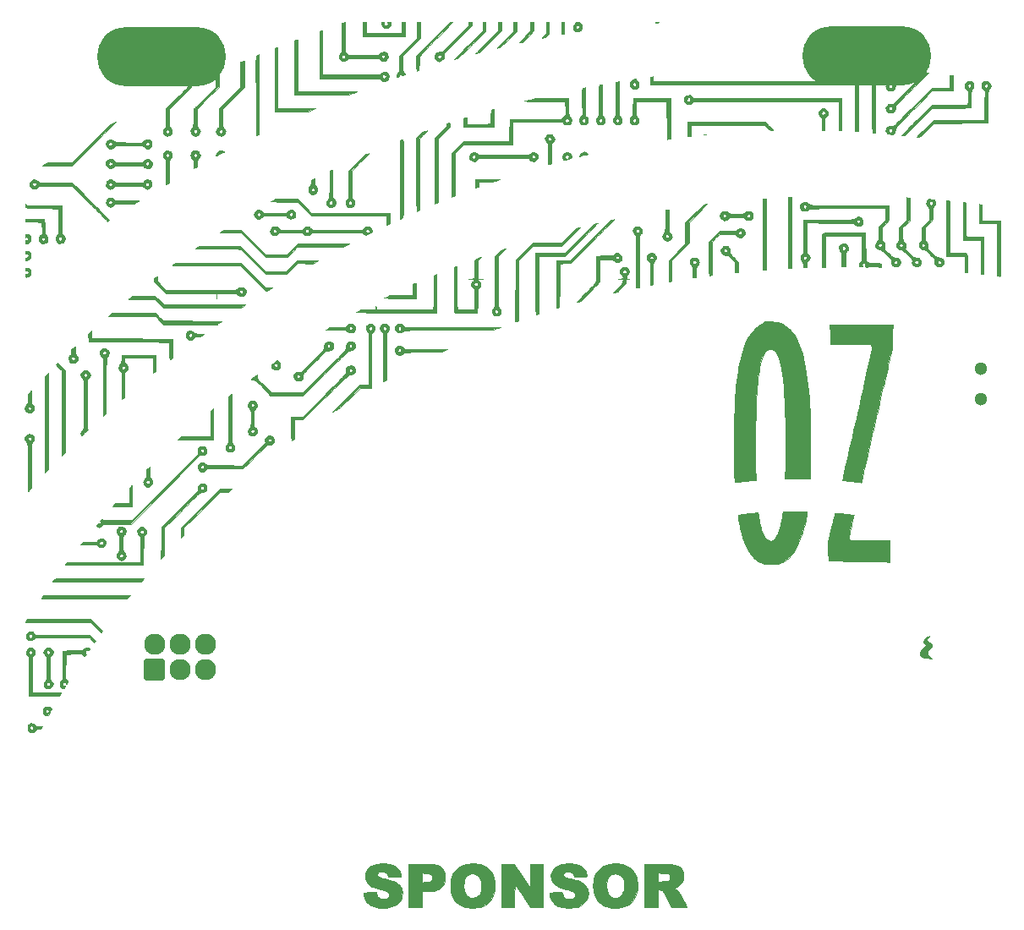
<source format=gbr>
%TF.GenerationSoftware,KiCad,Pcbnew,(5.1.10)-1*%
%TF.CreationDate,2021-10-02T23:44:59-05:00*%
%TF.ProjectId,OzSec 2021 - Sponsor,4f7a5365-6320-4323-9032-31202d205370,rev?*%
%TF.SameCoordinates,Original*%
%TF.FileFunction,Soldermask,Top*%
%TF.FilePolarity,Negative*%
%FSLAX46Y46*%
G04 Gerber Fmt 4.6, Leading zero omitted, Abs format (unit mm)*
G04 Created by KiCad (PCBNEW (5.1.10)-1) date 2021-10-02 23:44:59*
%MOMM*%
%LPD*%
G01*
G04 APERTURE LIST*
%ADD10C,0.010000*%
%ADD11C,2.127200*%
%ADD12O,2.127200X2.127200*%
%ADD13O,12.900000X5.900000*%
%ADD14C,1.300000*%
G04 APERTURE END LIST*
D10*
%TO.C,G\u002A\u002A\u002A*%
G36*
X177636415Y-107815725D02*
G01*
X177609186Y-107836923D01*
X177566964Y-107860293D01*
X177464318Y-107930019D01*
X177393159Y-108015075D01*
X177357253Y-108109451D01*
X177357609Y-108194403D01*
X177369447Y-108230586D01*
X177394968Y-108263323D01*
X177441828Y-108299639D01*
X177517685Y-108346556D01*
X177533686Y-108355901D01*
X177621922Y-108412540D01*
X177707841Y-108476690D01*
X177775454Y-108536228D01*
X177785895Y-108547081D01*
X177856109Y-108639466D01*
X177889242Y-108726688D01*
X177884472Y-108811812D01*
X177840978Y-108897906D01*
X177757937Y-108988036D01*
X177643318Y-109079013D01*
X177521023Y-109179895D01*
X177440047Y-109279527D01*
X177399600Y-109381000D01*
X177398891Y-109487403D01*
X177437128Y-109601830D01*
X177487195Y-109689197D01*
X177540003Y-109759320D01*
X177610836Y-109840179D01*
X177685236Y-109915368D01*
X177692312Y-109921939D01*
X177824205Y-110043300D01*
X177750122Y-110041129D01*
X177703340Y-110037906D01*
X177623982Y-110030479D01*
X177521486Y-110019810D01*
X177405292Y-110006859D01*
X177348632Y-110000257D01*
X177227903Y-109984535D01*
X177115285Y-109967227D01*
X177020645Y-109950041D01*
X176953850Y-109934681D01*
X176935619Y-109928862D01*
X176817859Y-109867201D01*
X176729335Y-109785983D01*
X176673751Y-109690601D01*
X176654809Y-109586450D01*
X176661021Y-109528933D01*
X176697910Y-109423792D01*
X176764879Y-109302814D01*
X176856461Y-109173146D01*
X176967185Y-109041935D01*
X177091584Y-108916331D01*
X177203855Y-108819422D01*
X177319603Y-108727264D01*
X177203824Y-108618338D01*
X177104076Y-108508629D01*
X177045769Y-108404830D01*
X177028782Y-108304814D01*
X177052993Y-108206448D01*
X177118281Y-108107602D01*
X177171585Y-108052325D01*
X177276694Y-107966173D01*
X177394605Y-107896417D01*
X177514748Y-107843558D01*
X177586530Y-107818188D01*
X177627974Y-107809196D01*
X177636415Y-107815725D01*
G37*
X177636415Y-107815725D02*
X177609186Y-107836923D01*
X177566964Y-107860293D01*
X177464318Y-107930019D01*
X177393159Y-108015075D01*
X177357253Y-108109451D01*
X177357609Y-108194403D01*
X177369447Y-108230586D01*
X177394968Y-108263323D01*
X177441828Y-108299639D01*
X177517685Y-108346556D01*
X177533686Y-108355901D01*
X177621922Y-108412540D01*
X177707841Y-108476690D01*
X177775454Y-108536228D01*
X177785895Y-108547081D01*
X177856109Y-108639466D01*
X177889242Y-108726688D01*
X177884472Y-108811812D01*
X177840978Y-108897906D01*
X177757937Y-108988036D01*
X177643318Y-109079013D01*
X177521023Y-109179895D01*
X177440047Y-109279527D01*
X177399600Y-109381000D01*
X177398891Y-109487403D01*
X177437128Y-109601830D01*
X177487195Y-109689197D01*
X177540003Y-109759320D01*
X177610836Y-109840179D01*
X177685236Y-109915368D01*
X177692312Y-109921939D01*
X177824205Y-110043300D01*
X177750122Y-110041129D01*
X177703340Y-110037906D01*
X177623982Y-110030479D01*
X177521486Y-110019810D01*
X177405292Y-110006859D01*
X177348632Y-110000257D01*
X177227903Y-109984535D01*
X177115285Y-109967227D01*
X177020645Y-109950041D01*
X176953850Y-109934681D01*
X176935619Y-109928862D01*
X176817859Y-109867201D01*
X176729335Y-109785983D01*
X176673751Y-109690601D01*
X176654809Y-109586450D01*
X176661021Y-109528933D01*
X176697910Y-109423792D01*
X176764879Y-109302814D01*
X176856461Y-109173146D01*
X176967185Y-109041935D01*
X177091584Y-108916331D01*
X177203855Y-108819422D01*
X177319603Y-108727264D01*
X177203824Y-108618338D01*
X177104076Y-108508629D01*
X177045769Y-108404830D01*
X177028782Y-108304814D01*
X177052993Y-108206448D01*
X177118281Y-108107602D01*
X177171585Y-108052325D01*
X177276694Y-107966173D01*
X177394605Y-107896417D01*
X177514748Y-107843558D01*
X177586530Y-107818188D01*
X177627974Y-107809196D01*
X177636415Y-107815725D01*
G36*
X123009391Y-130584920D02*
G01*
X123183522Y-130589933D01*
X123341875Y-130599343D01*
X123474825Y-130613147D01*
X123550834Y-130626111D01*
X123805151Y-130696585D01*
X124025041Y-130791003D01*
X124211983Y-130910884D01*
X124367454Y-131057747D01*
X124492934Y-131233111D01*
X124589901Y-131438495D01*
X124659834Y-131675417D01*
X124682120Y-131788292D01*
X124688474Y-131840079D01*
X124679853Y-131862699D01*
X124650995Y-131868187D01*
X124647168Y-131868252D01*
X124612481Y-131869744D01*
X124542343Y-131873595D01*
X124443547Y-131879404D01*
X124322885Y-131886766D01*
X124187149Y-131895278D01*
X124122334Y-131899417D01*
X123977215Y-131908446D01*
X123839616Y-131916472D01*
X123717474Y-131923074D01*
X123618727Y-131927830D01*
X123551313Y-131930319D01*
X123535774Y-131930582D01*
X123425465Y-131931167D01*
X123401274Y-131841328D01*
X123342604Y-131690109D01*
X123257052Y-131566735D01*
X123147895Y-131474879D01*
X123026072Y-131420378D01*
X122914542Y-131398902D01*
X122790773Y-131392490D01*
X122669539Y-131400551D01*
X122565612Y-131422499D01*
X122520741Y-131440501D01*
X122425357Y-131507378D01*
X122364313Y-131588273D01*
X122338168Y-131676416D01*
X122347479Y-131765036D01*
X122392806Y-131847363D01*
X122474708Y-131916627D01*
X122481141Y-131920417D01*
X122527967Y-131940410D01*
X122610396Y-131968014D01*
X122722725Y-132001561D01*
X122859254Y-132039382D01*
X123014280Y-132079811D01*
X123095750Y-132100187D01*
X123367277Y-132169849D01*
X123601163Y-132236136D01*
X123801771Y-132300926D01*
X123973465Y-132366101D01*
X124120610Y-132433539D01*
X124247570Y-132505122D01*
X124358709Y-132582729D01*
X124458391Y-132668240D01*
X124493225Y-132702242D01*
X124628421Y-132862965D01*
X124726427Y-133036895D01*
X124789019Y-133228562D01*
X124817966Y-133442499D01*
X124820521Y-133538989D01*
X124805424Y-133772617D01*
X124759038Y-133981720D01*
X124678566Y-134173081D01*
X124561212Y-134353484D01*
X124417636Y-134516247D01*
X124327580Y-134604100D01*
X124251608Y-134669208D01*
X124176564Y-134721232D01*
X124089293Y-134769831D01*
X124036636Y-134796023D01*
X123785600Y-134895850D01*
X123505178Y-134966121D01*
X123196429Y-135006696D01*
X122860413Y-135017433D01*
X122510315Y-134999285D01*
X122209618Y-134958215D01*
X121939009Y-134890830D01*
X121727672Y-134811228D01*
X121549811Y-134709771D01*
X121388176Y-134572588D01*
X121245717Y-134404152D01*
X121125379Y-134208933D01*
X121030111Y-133991405D01*
X120962860Y-133756037D01*
X120937838Y-133613003D01*
X120923399Y-133506256D01*
X121543908Y-133469477D01*
X121702535Y-133460149D01*
X121847980Y-133451735D01*
X121974724Y-133444544D01*
X122077243Y-133438885D01*
X122150020Y-133435065D01*
X122187532Y-133433393D01*
X122190875Y-133433350D01*
X122210829Y-133451949D01*
X122217334Y-133486472D01*
X122231553Y-133585270D01*
X122269952Y-133698707D01*
X122326146Y-133812136D01*
X122393746Y-133910908D01*
X122411181Y-133931050D01*
X122523518Y-134032039D01*
X122649018Y-134099875D01*
X122796292Y-134138426D01*
X122896465Y-134148976D01*
X123069409Y-134145750D01*
X123214634Y-134112659D01*
X123335367Y-134048726D01*
X123394439Y-133998131D01*
X123477210Y-133892060D01*
X123518111Y-133782551D01*
X123517073Y-133671618D01*
X123474028Y-133561272D01*
X123412256Y-133478020D01*
X123360717Y-133429541D01*
X123295484Y-133385381D01*
X123211566Y-133343524D01*
X123103971Y-133301956D01*
X122967709Y-133258662D01*
X122797789Y-133211627D01*
X122673102Y-133179642D01*
X122401879Y-133107198D01*
X122168279Y-133034782D01*
X121967645Y-132960287D01*
X121795319Y-132881607D01*
X121646644Y-132796634D01*
X121516964Y-132703260D01*
X121410681Y-132608371D01*
X121277152Y-132453803D01*
X121181852Y-132288409D01*
X121122531Y-132106672D01*
X121096938Y-131903080D01*
X121095500Y-131835917D01*
X121114854Y-131614132D01*
X121172081Y-131409840D01*
X121265935Y-131224361D01*
X121395167Y-131059017D01*
X121558528Y-130915130D01*
X121754770Y-130794020D01*
X121982644Y-130697009D01*
X122238833Y-130625862D01*
X122347523Y-130608866D01*
X122488547Y-130596276D01*
X122652281Y-130588089D01*
X122829103Y-130584305D01*
X123009391Y-130584920D01*
G37*
X123009391Y-130584920D02*
X123183522Y-130589933D01*
X123341875Y-130599343D01*
X123474825Y-130613147D01*
X123550834Y-130626111D01*
X123805151Y-130696585D01*
X124025041Y-130791003D01*
X124211983Y-130910884D01*
X124367454Y-131057747D01*
X124492934Y-131233111D01*
X124589901Y-131438495D01*
X124659834Y-131675417D01*
X124682120Y-131788292D01*
X124688474Y-131840079D01*
X124679853Y-131862699D01*
X124650995Y-131868187D01*
X124647168Y-131868252D01*
X124612481Y-131869744D01*
X124542343Y-131873595D01*
X124443547Y-131879404D01*
X124322885Y-131886766D01*
X124187149Y-131895278D01*
X124122334Y-131899417D01*
X123977215Y-131908446D01*
X123839616Y-131916472D01*
X123717474Y-131923074D01*
X123618727Y-131927830D01*
X123551313Y-131930319D01*
X123535774Y-131930582D01*
X123425465Y-131931167D01*
X123401274Y-131841328D01*
X123342604Y-131690109D01*
X123257052Y-131566735D01*
X123147895Y-131474879D01*
X123026072Y-131420378D01*
X122914542Y-131398902D01*
X122790773Y-131392490D01*
X122669539Y-131400551D01*
X122565612Y-131422499D01*
X122520741Y-131440501D01*
X122425357Y-131507378D01*
X122364313Y-131588273D01*
X122338168Y-131676416D01*
X122347479Y-131765036D01*
X122392806Y-131847363D01*
X122474708Y-131916627D01*
X122481141Y-131920417D01*
X122527967Y-131940410D01*
X122610396Y-131968014D01*
X122722725Y-132001561D01*
X122859254Y-132039382D01*
X123014280Y-132079811D01*
X123095750Y-132100187D01*
X123367277Y-132169849D01*
X123601163Y-132236136D01*
X123801771Y-132300926D01*
X123973465Y-132366101D01*
X124120610Y-132433539D01*
X124247570Y-132505122D01*
X124358709Y-132582729D01*
X124458391Y-132668240D01*
X124493225Y-132702242D01*
X124628421Y-132862965D01*
X124726427Y-133036895D01*
X124789019Y-133228562D01*
X124817966Y-133442499D01*
X124820521Y-133538989D01*
X124805424Y-133772617D01*
X124759038Y-133981720D01*
X124678566Y-134173081D01*
X124561212Y-134353484D01*
X124417636Y-134516247D01*
X124327580Y-134604100D01*
X124251608Y-134669208D01*
X124176564Y-134721232D01*
X124089293Y-134769831D01*
X124036636Y-134796023D01*
X123785600Y-134895850D01*
X123505178Y-134966121D01*
X123196429Y-135006696D01*
X122860413Y-135017433D01*
X122510315Y-134999285D01*
X122209618Y-134958215D01*
X121939009Y-134890830D01*
X121727672Y-134811228D01*
X121549811Y-134709771D01*
X121388176Y-134572588D01*
X121245717Y-134404152D01*
X121125379Y-134208933D01*
X121030111Y-133991405D01*
X120962860Y-133756037D01*
X120937838Y-133613003D01*
X120923399Y-133506256D01*
X121543908Y-133469477D01*
X121702535Y-133460149D01*
X121847980Y-133451735D01*
X121974724Y-133444544D01*
X122077243Y-133438885D01*
X122150020Y-133435065D01*
X122187532Y-133433393D01*
X122190875Y-133433350D01*
X122210829Y-133451949D01*
X122217334Y-133486472D01*
X122231553Y-133585270D01*
X122269952Y-133698707D01*
X122326146Y-133812136D01*
X122393746Y-133910908D01*
X122411181Y-133931050D01*
X122523518Y-134032039D01*
X122649018Y-134099875D01*
X122796292Y-134138426D01*
X122896465Y-134148976D01*
X123069409Y-134145750D01*
X123214634Y-134112659D01*
X123335367Y-134048726D01*
X123394439Y-133998131D01*
X123477210Y-133892060D01*
X123518111Y-133782551D01*
X123517073Y-133671618D01*
X123474028Y-133561272D01*
X123412256Y-133478020D01*
X123360717Y-133429541D01*
X123295484Y-133385381D01*
X123211566Y-133343524D01*
X123103971Y-133301956D01*
X122967709Y-133258662D01*
X122797789Y-133211627D01*
X122673102Y-133179642D01*
X122401879Y-133107198D01*
X122168279Y-133034782D01*
X121967645Y-132960287D01*
X121795319Y-132881607D01*
X121646644Y-132796634D01*
X121516964Y-132703260D01*
X121410681Y-132608371D01*
X121277152Y-132453803D01*
X121181852Y-132288409D01*
X121122531Y-132106672D01*
X121096938Y-131903080D01*
X121095500Y-131835917D01*
X121114854Y-131614132D01*
X121172081Y-131409840D01*
X121265935Y-131224361D01*
X121395167Y-131059017D01*
X121558528Y-130915130D01*
X121754770Y-130794020D01*
X121982644Y-130697009D01*
X122238833Y-130625862D01*
X122347523Y-130608866D01*
X122488547Y-130596276D01*
X122652281Y-130588089D01*
X122829103Y-130584305D01*
X123009391Y-130584920D01*
G36*
X132067255Y-130584121D02*
G01*
X132371920Y-130612221D01*
X132648846Y-130667541D01*
X132901132Y-130751038D01*
X133131878Y-130863672D01*
X133344184Y-131006399D01*
X133482048Y-131123395D01*
X133589090Y-131237371D01*
X133697308Y-131378705D01*
X133797548Y-131533700D01*
X133880658Y-131688660D01*
X133918985Y-131777192D01*
X133999628Y-132034123D01*
X134053883Y-132312432D01*
X134082002Y-132604020D01*
X134084235Y-132900786D01*
X134060832Y-133194631D01*
X134012044Y-133477454D01*
X133938123Y-133741156D01*
X133851697Y-133952584D01*
X133713941Y-134191140D01*
X133546074Y-134400581D01*
X133349204Y-134580383D01*
X133124436Y-134730026D01*
X132872878Y-134848987D01*
X132595634Y-134936746D01*
X132293812Y-134992779D01*
X131968517Y-135016567D01*
X131620857Y-135007586D01*
X131615334Y-135007188D01*
X131384743Y-134980519D01*
X131155250Y-134935479D01*
X130937619Y-134874956D01*
X130742615Y-134801836D01*
X130614853Y-134738877D01*
X130412147Y-134602699D01*
X130222971Y-134432215D01*
X130054157Y-134234917D01*
X129912539Y-134018301D01*
X129853562Y-133904023D01*
X129759259Y-133660448D01*
X129691521Y-133392228D01*
X129650327Y-133107420D01*
X129643122Y-132963347D01*
X130986498Y-132963347D01*
X131005380Y-133187776D01*
X131044300Y-133379831D01*
X131103913Y-133542310D01*
X131184873Y-133678008D01*
X131227338Y-133729853D01*
X131357235Y-133850003D01*
X131500147Y-133933544D01*
X131661126Y-133982451D01*
X131845224Y-133998698D01*
X131911667Y-133997240D01*
X132091913Y-133976371D01*
X132218427Y-133940920D01*
X132325093Y-133888262D01*
X132425306Y-133810536D01*
X132462670Y-133774516D01*
X132542004Y-133682957D01*
X132603230Y-133582849D01*
X132650585Y-133464653D01*
X132688307Y-133318829D01*
X132705821Y-133227204D01*
X132721906Y-133101604D01*
X132731955Y-132952084D01*
X132735978Y-132790892D01*
X132733983Y-132630276D01*
X132725979Y-132482484D01*
X132711974Y-132359764D01*
X132705186Y-132322750D01*
X132645262Y-132123685D01*
X132556483Y-131954321D01*
X132440276Y-131815978D01*
X132298071Y-131709971D01*
X132131295Y-131637621D01*
X131941377Y-131600244D01*
X131919950Y-131598386D01*
X131725390Y-131601904D01*
X131549666Y-131642912D01*
X131394320Y-131720262D01*
X131260890Y-131832805D01*
X131150919Y-131979392D01*
X131065945Y-132158875D01*
X131033686Y-132259250D01*
X131016228Y-132346194D01*
X131001709Y-132467599D01*
X130990950Y-132615644D01*
X130986998Y-132703750D01*
X130986498Y-132963347D01*
X129643122Y-132963347D01*
X129635656Y-132814081D01*
X129647487Y-132520267D01*
X129685799Y-132234036D01*
X129750572Y-131963444D01*
X129841784Y-131716549D01*
X129859356Y-131678683D01*
X130000045Y-131430348D01*
X130169096Y-131212993D01*
X130365915Y-131027276D01*
X130578167Y-130880696D01*
X130776932Y-130776448D01*
X130979622Y-130696830D01*
X131194850Y-130639614D01*
X131431231Y-130602571D01*
X131697376Y-130583474D01*
X131731750Y-130582282D01*
X132067255Y-130584121D01*
G37*
X132067255Y-130584121D02*
X132371920Y-130612221D01*
X132648846Y-130667541D01*
X132901132Y-130751038D01*
X133131878Y-130863672D01*
X133344184Y-131006399D01*
X133482048Y-131123395D01*
X133589090Y-131237371D01*
X133697308Y-131378705D01*
X133797548Y-131533700D01*
X133880658Y-131688660D01*
X133918985Y-131777192D01*
X133999628Y-132034123D01*
X134053883Y-132312432D01*
X134082002Y-132604020D01*
X134084235Y-132900786D01*
X134060832Y-133194631D01*
X134012044Y-133477454D01*
X133938123Y-133741156D01*
X133851697Y-133952584D01*
X133713941Y-134191140D01*
X133546074Y-134400581D01*
X133349204Y-134580383D01*
X133124436Y-134730026D01*
X132872878Y-134848987D01*
X132595634Y-134936746D01*
X132293812Y-134992779D01*
X131968517Y-135016567D01*
X131620857Y-135007586D01*
X131615334Y-135007188D01*
X131384743Y-134980519D01*
X131155250Y-134935479D01*
X130937619Y-134874956D01*
X130742615Y-134801836D01*
X130614853Y-134738877D01*
X130412147Y-134602699D01*
X130222971Y-134432215D01*
X130054157Y-134234917D01*
X129912539Y-134018301D01*
X129853562Y-133904023D01*
X129759259Y-133660448D01*
X129691521Y-133392228D01*
X129650327Y-133107420D01*
X129643122Y-132963347D01*
X130986498Y-132963347D01*
X131005380Y-133187776D01*
X131044300Y-133379831D01*
X131103913Y-133542310D01*
X131184873Y-133678008D01*
X131227338Y-133729853D01*
X131357235Y-133850003D01*
X131500147Y-133933544D01*
X131661126Y-133982451D01*
X131845224Y-133998698D01*
X131911667Y-133997240D01*
X132091913Y-133976371D01*
X132218427Y-133940920D01*
X132325093Y-133888262D01*
X132425306Y-133810536D01*
X132462670Y-133774516D01*
X132542004Y-133682957D01*
X132603230Y-133582849D01*
X132650585Y-133464653D01*
X132688307Y-133318829D01*
X132705821Y-133227204D01*
X132721906Y-133101604D01*
X132731955Y-132952084D01*
X132735978Y-132790892D01*
X132733983Y-132630276D01*
X132725979Y-132482484D01*
X132711974Y-132359764D01*
X132705186Y-132322750D01*
X132645262Y-132123685D01*
X132556483Y-131954321D01*
X132440276Y-131815978D01*
X132298071Y-131709971D01*
X132131295Y-131637621D01*
X131941377Y-131600244D01*
X131919950Y-131598386D01*
X131725390Y-131601904D01*
X131549666Y-131642912D01*
X131394320Y-131720262D01*
X131260890Y-131832805D01*
X131150919Y-131979392D01*
X131065945Y-132158875D01*
X131033686Y-132259250D01*
X131016228Y-132346194D01*
X131001709Y-132467599D01*
X130990950Y-132615644D01*
X130986998Y-132703750D01*
X130986498Y-132963347D01*
X129643122Y-132963347D01*
X129635656Y-132814081D01*
X129647487Y-132520267D01*
X129685799Y-132234036D01*
X129750572Y-131963444D01*
X129841784Y-131716549D01*
X129859356Y-131678683D01*
X130000045Y-131430348D01*
X130169096Y-131212993D01*
X130365915Y-131027276D01*
X130578167Y-130880696D01*
X130776932Y-130776448D01*
X130979622Y-130696830D01*
X131194850Y-130639614D01*
X131431231Y-130602571D01*
X131697376Y-130583474D01*
X131731750Y-130582282D01*
X132067255Y-130584121D01*
G36*
X141822997Y-130585115D02*
G01*
X141958838Y-130597035D01*
X142233889Y-130645529D01*
X142474843Y-130717992D01*
X142683137Y-130815380D01*
X142860205Y-130938650D01*
X143007482Y-131088755D01*
X143126403Y-131266653D01*
X143199549Y-131423167D01*
X143224647Y-131495404D01*
X143249231Y-131580999D01*
X143271051Y-131669767D01*
X143287862Y-131751528D01*
X143297415Y-131816098D01*
X143297464Y-131853296D01*
X143295406Y-131857483D01*
X143273013Y-131860915D01*
X143214944Y-131866220D01*
X143127793Y-131872985D01*
X143018156Y-131880796D01*
X142892626Y-131889236D01*
X142757800Y-131897893D01*
X142620271Y-131906352D01*
X142486635Y-131914197D01*
X142363487Y-131921015D01*
X142257421Y-131926391D01*
X142175033Y-131929911D01*
X142123293Y-131931159D01*
X142072166Y-131929230D01*
X142043478Y-131916409D01*
X142025826Y-131882160D01*
X142010668Y-131827112D01*
X141955158Y-131679260D01*
X141871791Y-131562728D01*
X141759307Y-131476394D01*
X141616448Y-131419139D01*
X141530885Y-131400676D01*
X141364294Y-131387770D01*
X141222383Y-131408512D01*
X141103744Y-131463208D01*
X141050451Y-131505479D01*
X140995889Y-131564077D01*
X140967394Y-131620035D01*
X140955958Y-131679816D01*
X140952689Y-131744176D01*
X140965580Y-131790590D01*
X141001499Y-131840216D01*
X141011925Y-131852245D01*
X141046507Y-131886474D01*
X141089044Y-131916709D01*
X141144788Y-131944826D01*
X141218990Y-131972701D01*
X141316902Y-132002211D01*
X141443777Y-132035232D01*
X141604867Y-132073640D01*
X141680084Y-132090938D01*
X141923177Y-132150809D01*
X142155918Y-132216566D01*
X142370875Y-132285776D01*
X142560617Y-132356000D01*
X142717714Y-132424804D01*
X142753725Y-132442902D01*
X142955799Y-132569412D01*
X143124928Y-132720383D01*
X143259638Y-132893279D01*
X143358459Y-133085565D01*
X143419917Y-133294704D01*
X143442542Y-133518160D01*
X143439542Y-133624500D01*
X143421363Y-133787010D01*
X143387439Y-133932644D01*
X143332867Y-134078388D01*
X143272252Y-134204161D01*
X143148985Y-134396751D01*
X142991904Y-134566084D01*
X142803662Y-134710400D01*
X142586915Y-134827938D01*
X142344317Y-134916937D01*
X142119186Y-134968933D01*
X142026230Y-134981484D01*
X141904459Y-134992709D01*
X141765133Y-135002095D01*
X141619510Y-135009128D01*
X141478849Y-135013295D01*
X141354409Y-135014081D01*
X141257450Y-135010975D01*
X141235584Y-135009225D01*
X140981376Y-134979880D01*
X140763749Y-134943845D01*
X140577210Y-134899116D01*
X140416264Y-134843689D01*
X140275420Y-134775559D01*
X140149184Y-134692723D01*
X140032064Y-134593175D01*
X139994577Y-134556416D01*
X139902452Y-134457436D01*
X139832028Y-134365642D01*
X139770693Y-134263420D01*
X139735076Y-134193959D01*
X139674174Y-134056751D01*
X139622197Y-133913631D01*
X139582519Y-133775921D01*
X139558518Y-133654941D01*
X139552834Y-133582779D01*
X139552834Y-133505496D01*
X140150792Y-133469293D01*
X140306910Y-133459927D01*
X140450206Y-133451492D01*
X140574957Y-133444314D01*
X140675439Y-133438716D01*
X140745930Y-133435021D01*
X140780707Y-133433554D01*
X140782424Y-133433545D01*
X140807534Y-133450485D01*
X140829931Y-133503266D01*
X140842986Y-133554155D01*
X140896789Y-133731037D01*
X140972693Y-133874074D01*
X141073400Y-133987047D01*
X141201615Y-134073739D01*
X141221585Y-134083833D01*
X141281131Y-134110803D01*
X141334603Y-134127978D01*
X141394617Y-134137516D01*
X141473789Y-134141573D01*
X141563667Y-134142325D01*
X141671348Y-134140930D01*
X141747868Y-134135631D01*
X141804340Y-134124794D01*
X141851874Y-134106788D01*
X141870861Y-134097220D01*
X141990152Y-134015865D01*
X142074774Y-133919255D01*
X142122926Y-133811768D01*
X142132803Y-133697780D01*
X142102602Y-133581668D01*
X142092259Y-133559873D01*
X142055030Y-133500119D01*
X142005578Y-133447172D01*
X141939557Y-133399015D01*
X141852626Y-133353629D01*
X141740440Y-133308997D01*
X141598657Y-133263102D01*
X141422933Y-133213926D01*
X141254664Y-133170784D01*
X140941151Y-133084475D01*
X140667754Y-132991193D01*
X140432620Y-132889526D01*
X140233896Y-132778063D01*
X140069733Y-132655390D01*
X139938277Y-132520096D01*
X139837677Y-132370770D01*
X139766081Y-132205999D01*
X139721638Y-132024370D01*
X139717663Y-131998798D01*
X139706412Y-131783957D01*
X139734763Y-131578008D01*
X139800414Y-131383842D01*
X139901061Y-131204352D01*
X140034402Y-131042429D01*
X140198134Y-130900966D01*
X140389953Y-130782853D01*
X140607556Y-130690984D01*
X140801667Y-130637678D01*
X140934187Y-130615623D01*
X141097232Y-130598343D01*
X141279218Y-130586246D01*
X141468563Y-130579737D01*
X141653684Y-130579225D01*
X141822997Y-130585115D01*
G37*
X141822997Y-130585115D02*
X141958838Y-130597035D01*
X142233889Y-130645529D01*
X142474843Y-130717992D01*
X142683137Y-130815380D01*
X142860205Y-130938650D01*
X143007482Y-131088755D01*
X143126403Y-131266653D01*
X143199549Y-131423167D01*
X143224647Y-131495404D01*
X143249231Y-131580999D01*
X143271051Y-131669767D01*
X143287862Y-131751528D01*
X143297415Y-131816098D01*
X143297464Y-131853296D01*
X143295406Y-131857483D01*
X143273013Y-131860915D01*
X143214944Y-131866220D01*
X143127793Y-131872985D01*
X143018156Y-131880796D01*
X142892626Y-131889236D01*
X142757800Y-131897893D01*
X142620271Y-131906352D01*
X142486635Y-131914197D01*
X142363487Y-131921015D01*
X142257421Y-131926391D01*
X142175033Y-131929911D01*
X142123293Y-131931159D01*
X142072166Y-131929230D01*
X142043478Y-131916409D01*
X142025826Y-131882160D01*
X142010668Y-131827112D01*
X141955158Y-131679260D01*
X141871791Y-131562728D01*
X141759307Y-131476394D01*
X141616448Y-131419139D01*
X141530885Y-131400676D01*
X141364294Y-131387770D01*
X141222383Y-131408512D01*
X141103744Y-131463208D01*
X141050451Y-131505479D01*
X140995889Y-131564077D01*
X140967394Y-131620035D01*
X140955958Y-131679816D01*
X140952689Y-131744176D01*
X140965580Y-131790590D01*
X141001499Y-131840216D01*
X141011925Y-131852245D01*
X141046507Y-131886474D01*
X141089044Y-131916709D01*
X141144788Y-131944826D01*
X141218990Y-131972701D01*
X141316902Y-132002211D01*
X141443777Y-132035232D01*
X141604867Y-132073640D01*
X141680084Y-132090938D01*
X141923177Y-132150809D01*
X142155918Y-132216566D01*
X142370875Y-132285776D01*
X142560617Y-132356000D01*
X142717714Y-132424804D01*
X142753725Y-132442902D01*
X142955799Y-132569412D01*
X143124928Y-132720383D01*
X143259638Y-132893279D01*
X143358459Y-133085565D01*
X143419917Y-133294704D01*
X143442542Y-133518160D01*
X143439542Y-133624500D01*
X143421363Y-133787010D01*
X143387439Y-133932644D01*
X143332867Y-134078388D01*
X143272252Y-134204161D01*
X143148985Y-134396751D01*
X142991904Y-134566084D01*
X142803662Y-134710400D01*
X142586915Y-134827938D01*
X142344317Y-134916937D01*
X142119186Y-134968933D01*
X142026230Y-134981484D01*
X141904459Y-134992709D01*
X141765133Y-135002095D01*
X141619510Y-135009128D01*
X141478849Y-135013295D01*
X141354409Y-135014081D01*
X141257450Y-135010975D01*
X141235584Y-135009225D01*
X140981376Y-134979880D01*
X140763749Y-134943845D01*
X140577210Y-134899116D01*
X140416264Y-134843689D01*
X140275420Y-134775559D01*
X140149184Y-134692723D01*
X140032064Y-134593175D01*
X139994577Y-134556416D01*
X139902452Y-134457436D01*
X139832028Y-134365642D01*
X139770693Y-134263420D01*
X139735076Y-134193959D01*
X139674174Y-134056751D01*
X139622197Y-133913631D01*
X139582519Y-133775921D01*
X139558518Y-133654941D01*
X139552834Y-133582779D01*
X139552834Y-133505496D01*
X140150792Y-133469293D01*
X140306910Y-133459927D01*
X140450206Y-133451492D01*
X140574957Y-133444314D01*
X140675439Y-133438716D01*
X140745930Y-133435021D01*
X140780707Y-133433554D01*
X140782424Y-133433545D01*
X140807534Y-133450485D01*
X140829931Y-133503266D01*
X140842986Y-133554155D01*
X140896789Y-133731037D01*
X140972693Y-133874074D01*
X141073400Y-133987047D01*
X141201615Y-134073739D01*
X141221585Y-134083833D01*
X141281131Y-134110803D01*
X141334603Y-134127978D01*
X141394617Y-134137516D01*
X141473789Y-134141573D01*
X141563667Y-134142325D01*
X141671348Y-134140930D01*
X141747868Y-134135631D01*
X141804340Y-134124794D01*
X141851874Y-134106788D01*
X141870861Y-134097220D01*
X141990152Y-134015865D01*
X142074774Y-133919255D01*
X142122926Y-133811768D01*
X142132803Y-133697780D01*
X142102602Y-133581668D01*
X142092259Y-133559873D01*
X142055030Y-133500119D01*
X142005578Y-133447172D01*
X141939557Y-133399015D01*
X141852626Y-133353629D01*
X141740440Y-133308997D01*
X141598657Y-133263102D01*
X141422933Y-133213926D01*
X141254664Y-133170784D01*
X140941151Y-133084475D01*
X140667754Y-132991193D01*
X140432620Y-132889526D01*
X140233896Y-132778063D01*
X140069733Y-132655390D01*
X139938277Y-132520096D01*
X139837677Y-132370770D01*
X139766081Y-132205999D01*
X139721638Y-132024370D01*
X139717663Y-131998798D01*
X139706412Y-131783957D01*
X139734763Y-131578008D01*
X139800414Y-131383842D01*
X139901061Y-131204352D01*
X140034402Y-131042429D01*
X140198134Y-130900966D01*
X140389953Y-130782853D01*
X140607556Y-130690984D01*
X140801667Y-130637678D01*
X140934187Y-130615623D01*
X141097232Y-130598343D01*
X141279218Y-130586246D01*
X141468563Y-130579737D01*
X141653684Y-130579225D01*
X141822997Y-130585115D01*
G36*
X146305535Y-130582106D02*
G01*
X146466270Y-130588442D01*
X146602390Y-130600650D01*
X146633084Y-130604924D01*
X146940455Y-130670119D01*
X147219878Y-130766880D01*
X147470734Y-130894444D01*
X147692405Y-131052048D01*
X147884273Y-131238928D01*
X148045718Y-131454323D01*
X148176123Y-131697467D01*
X148274868Y-131967599D01*
X148341335Y-132263955D01*
X148374905Y-132585771D01*
X148379160Y-132759383D01*
X148364101Y-133105608D01*
X148319226Y-133422198D01*
X148244207Y-133709894D01*
X148138715Y-133969435D01*
X148002420Y-134201562D01*
X147834994Y-134407015D01*
X147636108Y-134586535D01*
X147534679Y-134660126D01*
X147307364Y-134791804D01*
X147059290Y-134891794D01*
X146784979Y-134962239D01*
X146741296Y-134970378D01*
X146611003Y-134988043D01*
X146452213Y-135001090D01*
X146278558Y-135009095D01*
X146103665Y-135011636D01*
X145941163Y-135008289D01*
X145810670Y-134999269D01*
X145496678Y-134949953D01*
X145211907Y-134870294D01*
X144955496Y-134759732D01*
X144726584Y-134617711D01*
X144524311Y-134443672D01*
X144347814Y-134237059D01*
X144196235Y-133997312D01*
X144161313Y-133930505D01*
X144065405Y-133703518D01*
X143996321Y-133455791D01*
X143953185Y-133182965D01*
X143935120Y-132880682D01*
X143934419Y-132801519D01*
X143935509Y-132774357D01*
X145273097Y-132774357D01*
X145279805Y-132986886D01*
X145302486Y-133190773D01*
X145340726Y-133376705D01*
X145394109Y-133535370D01*
X145415613Y-133581408D01*
X145512070Y-133725945D01*
X145637231Y-133842531D01*
X145786369Y-133929189D01*
X145954761Y-133983944D01*
X146137681Y-134004819D01*
X146330405Y-133989838D01*
X146372750Y-133981726D01*
X146541920Y-133927589D01*
X146685005Y-133841878D01*
X146802889Y-133723589D01*
X146896453Y-133571718D01*
X146966580Y-133385261D01*
X146993876Y-133275250D01*
X147012281Y-133157534D01*
X147024690Y-133013772D01*
X147031074Y-132855350D01*
X147031402Y-132693652D01*
X147025645Y-132540061D01*
X147013771Y-132405962D01*
X146996453Y-132305567D01*
X146930743Y-132103951D01*
X146840363Y-131936539D01*
X146724720Y-131802712D01*
X146583219Y-131701854D01*
X146415266Y-131633348D01*
X146329695Y-131612672D01*
X146136293Y-131593857D01*
X145953783Y-131613599D01*
X145786137Y-131669599D01*
X145637328Y-131759557D01*
X145511329Y-131881173D01*
X145412114Y-132032148D01*
X145352974Y-132178031D01*
X145309266Y-132360618D01*
X145282779Y-132562497D01*
X145273097Y-132774357D01*
X143935509Y-132774357D01*
X143947313Y-132480419D01*
X143986594Y-132189309D01*
X144053435Y-131924170D01*
X144149009Y-131680985D01*
X144274489Y-131455737D01*
X144365240Y-131326713D01*
X144540074Y-131131579D01*
X144746668Y-130962386D01*
X144981986Y-130820963D01*
X145242992Y-130709138D01*
X145521834Y-130629798D01*
X145638842Y-130610506D01*
X145786837Y-130595842D01*
X145954698Y-130586055D01*
X146131304Y-130581393D01*
X146305535Y-130582106D01*
G37*
X146305535Y-130582106D02*
X146466270Y-130588442D01*
X146602390Y-130600650D01*
X146633084Y-130604924D01*
X146940455Y-130670119D01*
X147219878Y-130766880D01*
X147470734Y-130894444D01*
X147692405Y-131052048D01*
X147884273Y-131238928D01*
X148045718Y-131454323D01*
X148176123Y-131697467D01*
X148274868Y-131967599D01*
X148341335Y-132263955D01*
X148374905Y-132585771D01*
X148379160Y-132759383D01*
X148364101Y-133105608D01*
X148319226Y-133422198D01*
X148244207Y-133709894D01*
X148138715Y-133969435D01*
X148002420Y-134201562D01*
X147834994Y-134407015D01*
X147636108Y-134586535D01*
X147534679Y-134660126D01*
X147307364Y-134791804D01*
X147059290Y-134891794D01*
X146784979Y-134962239D01*
X146741296Y-134970378D01*
X146611003Y-134988043D01*
X146452213Y-135001090D01*
X146278558Y-135009095D01*
X146103665Y-135011636D01*
X145941163Y-135008289D01*
X145810670Y-134999269D01*
X145496678Y-134949953D01*
X145211907Y-134870294D01*
X144955496Y-134759732D01*
X144726584Y-134617711D01*
X144524311Y-134443672D01*
X144347814Y-134237059D01*
X144196235Y-133997312D01*
X144161313Y-133930505D01*
X144065405Y-133703518D01*
X143996321Y-133455791D01*
X143953185Y-133182965D01*
X143935120Y-132880682D01*
X143934419Y-132801519D01*
X143935509Y-132774357D01*
X145273097Y-132774357D01*
X145279805Y-132986886D01*
X145302486Y-133190773D01*
X145340726Y-133376705D01*
X145394109Y-133535370D01*
X145415613Y-133581408D01*
X145512070Y-133725945D01*
X145637231Y-133842531D01*
X145786369Y-133929189D01*
X145954761Y-133983944D01*
X146137681Y-134004819D01*
X146330405Y-133989838D01*
X146372750Y-133981726D01*
X146541920Y-133927589D01*
X146685005Y-133841878D01*
X146802889Y-133723589D01*
X146896453Y-133571718D01*
X146966580Y-133385261D01*
X146993876Y-133275250D01*
X147012281Y-133157534D01*
X147024690Y-133013772D01*
X147031074Y-132855350D01*
X147031402Y-132693652D01*
X147025645Y-132540061D01*
X147013771Y-132405962D01*
X146996453Y-132305567D01*
X146930743Y-132103951D01*
X146840363Y-131936539D01*
X146724720Y-131802712D01*
X146583219Y-131701854D01*
X146415266Y-131633348D01*
X146329695Y-131612672D01*
X146136293Y-131593857D01*
X145953783Y-131613599D01*
X145786137Y-131669599D01*
X145637328Y-131759557D01*
X145511329Y-131881173D01*
X145412114Y-132032148D01*
X145352974Y-132178031D01*
X145309266Y-132360618D01*
X145282779Y-132562497D01*
X145273097Y-132774357D01*
X143935509Y-132774357D01*
X143947313Y-132480419D01*
X143986594Y-132189309D01*
X144053435Y-131924170D01*
X144149009Y-131680985D01*
X144274489Y-131455737D01*
X144365240Y-131326713D01*
X144540074Y-131131579D01*
X144746668Y-130962386D01*
X144981986Y-130820963D01*
X145242992Y-130709138D01*
X145521834Y-130629798D01*
X145638842Y-130610506D01*
X145786837Y-130595842D01*
X145954698Y-130586055D01*
X146131304Y-130581393D01*
X146305535Y-130582106D01*
G36*
X126752292Y-130645658D02*
G01*
X127033288Y-130647549D01*
X127275571Y-130649505D01*
X127482761Y-130651866D01*
X127658476Y-130654968D01*
X127806336Y-130659151D01*
X127929961Y-130664752D01*
X128032970Y-130672110D01*
X128118982Y-130681564D01*
X128191617Y-130693452D01*
X128254493Y-130708111D01*
X128311231Y-130725881D01*
X128365450Y-130747099D01*
X128420769Y-130772103D01*
X128480808Y-130801233D01*
X128495806Y-130808622D01*
X128673113Y-130919058D01*
X128825063Y-131061285D01*
X128948364Y-131230961D01*
X129039722Y-131423748D01*
X129086674Y-131587299D01*
X129104509Y-131709273D01*
X129114039Y-131857337D01*
X129115284Y-132016073D01*
X129108265Y-132170064D01*
X129093002Y-132303893D01*
X129085675Y-132343310D01*
X129019064Y-132562409D01*
X128917753Y-132757959D01*
X128783101Y-132928588D01*
X128616463Y-133072930D01*
X128419197Y-133189615D01*
X128192661Y-133277274D01*
X128146493Y-133290515D01*
X128091786Y-133304107D01*
X128034917Y-133314891D01*
X127969698Y-133323318D01*
X127889943Y-133329836D01*
X127789464Y-133334894D01*
X127662074Y-133338941D01*
X127501587Y-133342425D01*
X127408459Y-133344073D01*
X126831667Y-133353779D01*
X126831667Y-134936834D01*
X125477000Y-134936834D01*
X125477000Y-132464948D01*
X126831667Y-132464948D01*
X127143875Y-132455791D01*
X127283804Y-132450275D01*
X127388965Y-132442515D01*
X127466898Y-132431627D01*
X127525146Y-132416730D01*
X127546525Y-132408659D01*
X127652590Y-132343603D01*
X127732686Y-132253327D01*
X127785727Y-132145662D01*
X127810626Y-132028440D01*
X127806295Y-131909493D01*
X127771649Y-131796653D01*
X127705599Y-131697752D01*
X127651897Y-131649434D01*
X127593759Y-131611241D01*
X127531762Y-131582961D01*
X127457730Y-131562783D01*
X127363487Y-131548898D01*
X127240856Y-131539494D01*
X127133292Y-131534591D01*
X126831667Y-131523163D01*
X126831667Y-132464948D01*
X125477000Y-132464948D01*
X125477000Y-130637324D01*
X126752292Y-130645658D01*
G37*
X126752292Y-130645658D02*
X127033288Y-130647549D01*
X127275571Y-130649505D01*
X127482761Y-130651866D01*
X127658476Y-130654968D01*
X127806336Y-130659151D01*
X127929961Y-130664752D01*
X128032970Y-130672110D01*
X128118982Y-130681564D01*
X128191617Y-130693452D01*
X128254493Y-130708111D01*
X128311231Y-130725881D01*
X128365450Y-130747099D01*
X128420769Y-130772103D01*
X128480808Y-130801233D01*
X128495806Y-130808622D01*
X128673113Y-130919058D01*
X128825063Y-131061285D01*
X128948364Y-131230961D01*
X129039722Y-131423748D01*
X129086674Y-131587299D01*
X129104509Y-131709273D01*
X129114039Y-131857337D01*
X129115284Y-132016073D01*
X129108265Y-132170064D01*
X129093002Y-132303893D01*
X129085675Y-132343310D01*
X129019064Y-132562409D01*
X128917753Y-132757959D01*
X128783101Y-132928588D01*
X128616463Y-133072930D01*
X128419197Y-133189615D01*
X128192661Y-133277274D01*
X128146493Y-133290515D01*
X128091786Y-133304107D01*
X128034917Y-133314891D01*
X127969698Y-133323318D01*
X127889943Y-133329836D01*
X127789464Y-133334894D01*
X127662074Y-133338941D01*
X127501587Y-133342425D01*
X127408459Y-133344073D01*
X126831667Y-133353779D01*
X126831667Y-134936834D01*
X125477000Y-134936834D01*
X125477000Y-132464948D01*
X126831667Y-132464948D01*
X127143875Y-132455791D01*
X127283804Y-132450275D01*
X127388965Y-132442515D01*
X127466898Y-132431627D01*
X127525146Y-132416730D01*
X127546525Y-132408659D01*
X127652590Y-132343603D01*
X127732686Y-132253327D01*
X127785727Y-132145662D01*
X127810626Y-132028440D01*
X127806295Y-131909493D01*
X127771649Y-131796653D01*
X127705599Y-131697752D01*
X127651897Y-131649434D01*
X127593759Y-131611241D01*
X127531762Y-131582961D01*
X127457730Y-131562783D01*
X127363487Y-131548898D01*
X127240856Y-131539494D01*
X127133292Y-131534591D01*
X126831667Y-131523163D01*
X126831667Y-132464948D01*
X125477000Y-132464948D01*
X125477000Y-130637324D01*
X126752292Y-130645658D01*
G36*
X138917834Y-134936834D02*
G01*
X138277542Y-134936429D01*
X137637250Y-134936025D01*
X136854084Y-133786371D01*
X136070917Y-132636717D01*
X136065444Y-133786775D01*
X136059972Y-134936834D01*
X134790334Y-134936834D01*
X134790334Y-130640000D01*
X135420042Y-130640773D01*
X136049750Y-130641545D01*
X137637250Y-132978917D01*
X137642721Y-131809459D01*
X137648192Y-130640000D01*
X138917834Y-130640000D01*
X138917834Y-134936834D01*
G37*
X138917834Y-134936834D02*
X138277542Y-134936429D01*
X137637250Y-134936025D01*
X136854084Y-133786371D01*
X136070917Y-132636717D01*
X136065444Y-133786775D01*
X136059972Y-134936834D01*
X134790334Y-134936834D01*
X134790334Y-130640000D01*
X135420042Y-130640773D01*
X136049750Y-130641545D01*
X137637250Y-132978917D01*
X137642721Y-131809459D01*
X137648192Y-130640000D01*
X138917834Y-130640000D01*
X138917834Y-134936834D01*
G36*
X150310792Y-130640018D02*
G01*
X150617395Y-130640400D01*
X150885166Y-130641635D01*
X151117602Y-130643866D01*
X151318199Y-130647239D01*
X151490453Y-130651899D01*
X151637860Y-130657991D01*
X151763916Y-130665659D01*
X151872117Y-130675050D01*
X151965959Y-130686307D01*
X152048938Y-130699577D01*
X152124550Y-130715003D01*
X152125834Y-130715294D01*
X152330472Y-130782006D01*
X152512512Y-130882400D01*
X152668724Y-131013325D01*
X152795881Y-131171630D01*
X152890755Y-131354164D01*
X152939908Y-131509803D01*
X152959964Y-131632461D01*
X152969888Y-131776714D01*
X152969676Y-131926690D01*
X152959324Y-132066512D01*
X152940106Y-132175428D01*
X152890374Y-132330812D01*
X152823530Y-132464744D01*
X152731686Y-132590651D01*
X152635523Y-132694015D01*
X152468178Y-132837825D01*
X152294131Y-132941829D01*
X152109169Y-133008483D01*
X152086428Y-133013999D01*
X151976228Y-133039436D01*
X152130091Y-133110705D01*
X152211319Y-133149999D01*
X152275045Y-133186855D01*
X152329999Y-133228804D01*
X152384915Y-133283380D01*
X152448523Y-133358116D01*
X152517091Y-133444584D01*
X152570724Y-133519181D01*
X152633789Y-133618375D01*
X152708006Y-133745166D01*
X152795096Y-133902558D01*
X152896783Y-134093552D01*
X152972137Y-134238334D01*
X153050192Y-134389367D01*
X153122626Y-134529483D01*
X153186995Y-134653958D01*
X153240856Y-134758067D01*
X153281765Y-134837087D01*
X153307277Y-134886293D01*
X153314449Y-134900057D01*
X153317684Y-134909806D01*
X153313425Y-134917642D01*
X153297737Y-134923731D01*
X153266687Y-134928243D01*
X153216339Y-134931345D01*
X153142761Y-134933204D01*
X153042018Y-134933988D01*
X152910175Y-134933865D01*
X152743299Y-134933003D01*
X152569883Y-134931807D01*
X151805659Y-134926250D01*
X151456652Y-134280667D01*
X151350543Y-134084447D01*
X151262478Y-133921888D01*
X151190383Y-133789402D01*
X151132184Y-133683403D01*
X151085809Y-133600303D01*
X151049182Y-133536516D01*
X151020231Y-133488454D01*
X150996882Y-133452531D01*
X150977061Y-133425159D01*
X150958693Y-133402752D01*
X150939706Y-133381722D01*
X150932450Y-133373937D01*
X150824214Y-133284951D01*
X150695112Y-133229573D01*
X150580927Y-133208438D01*
X150453667Y-133195136D01*
X150453667Y-134936834D01*
X149099000Y-134936834D01*
X149099000Y-132375667D01*
X150453667Y-132375667D01*
X150765875Y-132375163D01*
X150941558Y-132371917D01*
X151085201Y-132362279D01*
X151206729Y-132345452D01*
X151253456Y-132336074D01*
X151392855Y-132293799D01*
X151496463Y-132234146D01*
X151568663Y-132153084D01*
X151613839Y-132046581D01*
X151625734Y-131993709D01*
X151626930Y-131911242D01*
X151608273Y-131817363D01*
X151574869Y-131729438D01*
X151531821Y-131664836D01*
X151527969Y-131661059D01*
X151483527Y-131623452D01*
X151436089Y-131594409D01*
X151379405Y-131572692D01*
X151307223Y-131557064D01*
X151213291Y-131546286D01*
X151091359Y-131539120D01*
X150935174Y-131534328D01*
X150882292Y-131533200D01*
X150453667Y-131524654D01*
X150453667Y-132375667D01*
X149099000Y-132375667D01*
X149099000Y-130640000D01*
X150310792Y-130640018D01*
G37*
X150310792Y-130640018D02*
X150617395Y-130640400D01*
X150885166Y-130641635D01*
X151117602Y-130643866D01*
X151318199Y-130647239D01*
X151490453Y-130651899D01*
X151637860Y-130657991D01*
X151763916Y-130665659D01*
X151872117Y-130675050D01*
X151965959Y-130686307D01*
X152048938Y-130699577D01*
X152124550Y-130715003D01*
X152125834Y-130715294D01*
X152330472Y-130782006D01*
X152512512Y-130882400D01*
X152668724Y-131013325D01*
X152795881Y-131171630D01*
X152890755Y-131354164D01*
X152939908Y-131509803D01*
X152959964Y-131632461D01*
X152969888Y-131776714D01*
X152969676Y-131926690D01*
X152959324Y-132066512D01*
X152940106Y-132175428D01*
X152890374Y-132330812D01*
X152823530Y-132464744D01*
X152731686Y-132590651D01*
X152635523Y-132694015D01*
X152468178Y-132837825D01*
X152294131Y-132941829D01*
X152109169Y-133008483D01*
X152086428Y-133013999D01*
X151976228Y-133039436D01*
X152130091Y-133110705D01*
X152211319Y-133149999D01*
X152275045Y-133186855D01*
X152329999Y-133228804D01*
X152384915Y-133283380D01*
X152448523Y-133358116D01*
X152517091Y-133444584D01*
X152570724Y-133519181D01*
X152633789Y-133618375D01*
X152708006Y-133745166D01*
X152795096Y-133902558D01*
X152896783Y-134093552D01*
X152972137Y-134238334D01*
X153050192Y-134389367D01*
X153122626Y-134529483D01*
X153186995Y-134653958D01*
X153240856Y-134758067D01*
X153281765Y-134837087D01*
X153307277Y-134886293D01*
X153314449Y-134900057D01*
X153317684Y-134909806D01*
X153313425Y-134917642D01*
X153297737Y-134923731D01*
X153266687Y-134928243D01*
X153216339Y-134931345D01*
X153142761Y-134933204D01*
X153042018Y-134933988D01*
X152910175Y-134933865D01*
X152743299Y-134933003D01*
X152569883Y-134931807D01*
X151805659Y-134926250D01*
X151456652Y-134280667D01*
X151350543Y-134084447D01*
X151262478Y-133921888D01*
X151190383Y-133789402D01*
X151132184Y-133683403D01*
X151085809Y-133600303D01*
X151049182Y-133536516D01*
X151020231Y-133488454D01*
X150996882Y-133452531D01*
X150977061Y-133425159D01*
X150958693Y-133402752D01*
X150939706Y-133381722D01*
X150932450Y-133373937D01*
X150824214Y-133284951D01*
X150695112Y-133229573D01*
X150580927Y-133208438D01*
X150453667Y-133195136D01*
X150453667Y-134936834D01*
X149099000Y-134936834D01*
X149099000Y-132375667D01*
X150453667Y-132375667D01*
X150765875Y-132375163D01*
X150941558Y-132371917D01*
X151085201Y-132362279D01*
X151206729Y-132345452D01*
X151253456Y-132336074D01*
X151392855Y-132293799D01*
X151496463Y-132234146D01*
X151568663Y-132153084D01*
X151613839Y-132046581D01*
X151625734Y-131993709D01*
X151626930Y-131911242D01*
X151608273Y-131817363D01*
X151574869Y-131729438D01*
X151531821Y-131664836D01*
X151527969Y-131661059D01*
X151483527Y-131623452D01*
X151436089Y-131594409D01*
X151379405Y-131572692D01*
X151307223Y-131557064D01*
X151213291Y-131546286D01*
X151091359Y-131539120D01*
X150935174Y-131534328D01*
X150882292Y-131533200D01*
X150453667Y-131524654D01*
X150453667Y-132375667D01*
X149099000Y-132375667D01*
X149099000Y-130640000D01*
X150310792Y-130640018D01*
G36*
X87803194Y-116544231D02*
G01*
X87928070Y-116599256D01*
X88048480Y-116695722D01*
X88053610Y-116700878D01*
X88169304Y-116818167D01*
X88461069Y-116818167D01*
X88566689Y-116819192D01*
X88655270Y-116822006D01*
X88719180Y-116826215D01*
X88750787Y-116831425D01*
X88752834Y-116833205D01*
X88743756Y-116858204D01*
X88719886Y-116909750D01*
X88686263Y-116976990D01*
X88684042Y-116981293D01*
X88615250Y-117114344D01*
X88403584Y-117115039D01*
X88191917Y-117115734D01*
X88099717Y-117242733D01*
X88045925Y-117310131D01*
X87992444Y-117366216D01*
X87950587Y-117399159D01*
X87949569Y-117399698D01*
X87891504Y-117419903D01*
X87812440Y-117435949D01*
X87730969Y-117445159D01*
X87665683Y-117444853D01*
X87652167Y-117442538D01*
X87610669Y-117434075D01*
X87550900Y-117423523D01*
X87542558Y-117422152D01*
X87474738Y-117398547D01*
X87408892Y-117356838D01*
X87399683Y-117348750D01*
X87334667Y-117288016D01*
X87334667Y-117023080D01*
X87525406Y-117023080D01*
X87557973Y-117102729D01*
X87587039Y-117137295D01*
X87658451Y-117187572D01*
X87729200Y-117198735D01*
X87793400Y-117170629D01*
X87819964Y-117143396D01*
X87859416Y-117061612D01*
X87864461Y-116970297D01*
X87835977Y-116883306D01*
X87800487Y-116836230D01*
X87742913Y-116793210D01*
X87688088Y-116787224D01*
X87629082Y-116819111D01*
X87583375Y-116862490D01*
X87533848Y-116941051D01*
X87525406Y-117023080D01*
X87334667Y-117023080D01*
X87334667Y-116691432D01*
X87419724Y-116629817D01*
X87547227Y-116559310D01*
X87675649Y-116530848D01*
X87803194Y-116544231D01*
G37*
X87803194Y-116544231D02*
X87928070Y-116599256D01*
X88048480Y-116695722D01*
X88053610Y-116700878D01*
X88169304Y-116818167D01*
X88461069Y-116818167D01*
X88566689Y-116819192D01*
X88655270Y-116822006D01*
X88719180Y-116826215D01*
X88750787Y-116831425D01*
X88752834Y-116833205D01*
X88743756Y-116858204D01*
X88719886Y-116909750D01*
X88686263Y-116976990D01*
X88684042Y-116981293D01*
X88615250Y-117114344D01*
X88403584Y-117115039D01*
X88191917Y-117115734D01*
X88099717Y-117242733D01*
X88045925Y-117310131D01*
X87992444Y-117366216D01*
X87950587Y-117399159D01*
X87949569Y-117399698D01*
X87891504Y-117419903D01*
X87812440Y-117435949D01*
X87730969Y-117445159D01*
X87665683Y-117444853D01*
X87652167Y-117442538D01*
X87610669Y-117434075D01*
X87550900Y-117423523D01*
X87542558Y-117422152D01*
X87474738Y-117398547D01*
X87408892Y-117356838D01*
X87399683Y-117348750D01*
X87334667Y-117288016D01*
X87334667Y-117023080D01*
X87525406Y-117023080D01*
X87557973Y-117102729D01*
X87587039Y-117137295D01*
X87658451Y-117187572D01*
X87729200Y-117198735D01*
X87793400Y-117170629D01*
X87819964Y-117143396D01*
X87859416Y-117061612D01*
X87864461Y-116970297D01*
X87835977Y-116883306D01*
X87800487Y-116836230D01*
X87742913Y-116793210D01*
X87688088Y-116787224D01*
X87629082Y-116819111D01*
X87583375Y-116862490D01*
X87533848Y-116941051D01*
X87525406Y-117023080D01*
X87334667Y-117023080D01*
X87334667Y-116691432D01*
X87419724Y-116629817D01*
X87547227Y-116559310D01*
X87675649Y-116530848D01*
X87803194Y-116544231D01*
G36*
X89344637Y-114881017D02*
G01*
X89480506Y-114918261D01*
X89595903Y-114983266D01*
X89625959Y-115008709D01*
X89671217Y-115054368D01*
X89699959Y-115089629D01*
X89705334Y-115101210D01*
X89695379Y-115124728D01*
X89667777Y-115178639D01*
X89625923Y-115256599D01*
X89573212Y-115352268D01*
X89524206Y-115439592D01*
X89343079Y-115759834D01*
X89242612Y-115759834D01*
X89123296Y-115741378D01*
X89036092Y-115706985D01*
X88943607Y-115647487D01*
X88880644Y-115572433D01*
X88843607Y-115474856D01*
X88828895Y-115347790D01*
X88828472Y-115317682D01*
X89096752Y-115317682D01*
X89113665Y-115393751D01*
X89134742Y-115428222D01*
X89202099Y-115492294D01*
X89269695Y-115514053D01*
X89337350Y-115493492D01*
X89398668Y-115438175D01*
X89444381Y-115356399D01*
X89449169Y-115272613D01*
X89413239Y-115192948D01*
X89389462Y-115165539D01*
X89333597Y-115123200D01*
X89279783Y-115103931D01*
X89274225Y-115103667D01*
X89202230Y-115122361D01*
X89145606Y-115171351D01*
X89108923Y-115240004D01*
X89096752Y-115317682D01*
X88828472Y-115317682D01*
X88828289Y-115304750D01*
X88839943Y-115158628D01*
X88875569Y-115046061D01*
X88937732Y-114964082D01*
X89028998Y-114909722D01*
X89151934Y-114880015D01*
X89199755Y-114875126D01*
X89344637Y-114881017D01*
G37*
X89344637Y-114881017D02*
X89480506Y-114918261D01*
X89595903Y-114983266D01*
X89625959Y-115008709D01*
X89671217Y-115054368D01*
X89699959Y-115089629D01*
X89705334Y-115101210D01*
X89695379Y-115124728D01*
X89667777Y-115178639D01*
X89625923Y-115256599D01*
X89573212Y-115352268D01*
X89524206Y-115439592D01*
X89343079Y-115759834D01*
X89242612Y-115759834D01*
X89123296Y-115741378D01*
X89036092Y-115706985D01*
X88943607Y-115647487D01*
X88880644Y-115572433D01*
X88843607Y-115474856D01*
X88828895Y-115347790D01*
X88828472Y-115317682D01*
X89096752Y-115317682D01*
X89113665Y-115393751D01*
X89134742Y-115428222D01*
X89202099Y-115492294D01*
X89269695Y-115514053D01*
X89337350Y-115493492D01*
X89398668Y-115438175D01*
X89444381Y-115356399D01*
X89449169Y-115272613D01*
X89413239Y-115192948D01*
X89389462Y-115165539D01*
X89333597Y-115123200D01*
X89279783Y-115103931D01*
X89274225Y-115103667D01*
X89202230Y-115122361D01*
X89145606Y-115171351D01*
X89108923Y-115240004D01*
X89096752Y-115317682D01*
X88828472Y-115317682D01*
X88828289Y-115304750D01*
X88839943Y-115158628D01*
X88875569Y-115046061D01*
X88937732Y-114964082D01*
X89028998Y-114909722D01*
X89151934Y-114880015D01*
X89199755Y-114875126D01*
X89344637Y-114881017D01*
G36*
X87733727Y-108979966D02*
G01*
X87841708Y-109025136D01*
X87932620Y-109097270D01*
X88000897Y-109192853D01*
X88040974Y-109308370D01*
X88047287Y-109440303D01*
X88043570Y-109471332D01*
X88010796Y-109595327D01*
X87948840Y-109704857D01*
X87851643Y-109810425D01*
X87843721Y-109817616D01*
X87736834Y-109913717D01*
X87736834Y-113452379D01*
X89206535Y-113457815D01*
X90676236Y-113463250D01*
X90585975Y-113611417D01*
X90495715Y-113759584D01*
X88982168Y-113765014D01*
X87468621Y-113770445D01*
X87454578Y-112357431D01*
X87452085Y-112098203D01*
X87449734Y-111837276D01*
X87447562Y-111580093D01*
X87445610Y-111332101D01*
X87443917Y-111098742D01*
X87442522Y-110885461D01*
X87441464Y-110697703D01*
X87440784Y-110540912D01*
X87440520Y-110420532D01*
X87440518Y-110411930D01*
X87440500Y-109879442D01*
X87337117Y-109792885D01*
X87251621Y-109710004D01*
X87198641Y-109626236D01*
X87172068Y-109528195D01*
X87165682Y-109417218D01*
X87170409Y-109368004D01*
X87419334Y-109368004D01*
X87432568Y-109455669D01*
X87467723Y-109533628D01*
X87517976Y-109591832D01*
X87576505Y-109620234D01*
X87591452Y-109621500D01*
X87630274Y-109607031D01*
X87684274Y-109569345D01*
X87729035Y-109529035D01*
X87777875Y-109476134D01*
X87811386Y-109432070D01*
X87821500Y-109409834D01*
X87805858Y-109376071D01*
X87766186Y-109328453D01*
X87713368Y-109277063D01*
X87658288Y-109231988D01*
X87611829Y-109203311D01*
X87593076Y-109198167D01*
X87534653Y-109215739D01*
X87477183Y-109259589D01*
X87434269Y-109316421D01*
X87419334Y-109368004D01*
X87170409Y-109368004D01*
X87178418Y-109284635D01*
X87218621Y-109179595D01*
X87290348Y-109094362D01*
X87363017Y-109041398D01*
X87488817Y-108984581D01*
X87614242Y-108965275D01*
X87733727Y-108979966D01*
G37*
X87733727Y-108979966D02*
X87841708Y-109025136D01*
X87932620Y-109097270D01*
X88000897Y-109192853D01*
X88040974Y-109308370D01*
X88047287Y-109440303D01*
X88043570Y-109471332D01*
X88010796Y-109595327D01*
X87948840Y-109704857D01*
X87851643Y-109810425D01*
X87843721Y-109817616D01*
X87736834Y-109913717D01*
X87736834Y-113452379D01*
X89206535Y-113457815D01*
X90676236Y-113463250D01*
X90585975Y-113611417D01*
X90495715Y-113759584D01*
X88982168Y-113765014D01*
X87468621Y-113770445D01*
X87454578Y-112357431D01*
X87452085Y-112098203D01*
X87449734Y-111837276D01*
X87447562Y-111580093D01*
X87445610Y-111332101D01*
X87443917Y-111098742D01*
X87442522Y-110885461D01*
X87441464Y-110697703D01*
X87440784Y-110540912D01*
X87440520Y-110420532D01*
X87440518Y-110411930D01*
X87440500Y-109879442D01*
X87337117Y-109792885D01*
X87251621Y-109710004D01*
X87198641Y-109626236D01*
X87172068Y-109528195D01*
X87165682Y-109417218D01*
X87170409Y-109368004D01*
X87419334Y-109368004D01*
X87432568Y-109455669D01*
X87467723Y-109533628D01*
X87517976Y-109591832D01*
X87576505Y-109620234D01*
X87591452Y-109621500D01*
X87630274Y-109607031D01*
X87684274Y-109569345D01*
X87729035Y-109529035D01*
X87777875Y-109476134D01*
X87811386Y-109432070D01*
X87821500Y-109409834D01*
X87805858Y-109376071D01*
X87766186Y-109328453D01*
X87713368Y-109277063D01*
X87658288Y-109231988D01*
X87611829Y-109203311D01*
X87593076Y-109198167D01*
X87534653Y-109215739D01*
X87477183Y-109259589D01*
X87434269Y-109316421D01*
X87419334Y-109368004D01*
X87170409Y-109368004D01*
X87178418Y-109284635D01*
X87218621Y-109179595D01*
X87290348Y-109094362D01*
X87363017Y-109041398D01*
X87488817Y-108984581D01*
X87614242Y-108965275D01*
X87733727Y-108979966D01*
G36*
X89537381Y-108995421D02*
G01*
X89641633Y-109049985D01*
X89731116Y-109131835D01*
X89799728Y-109240322D01*
X89840955Y-109372478D01*
X89846588Y-109473712D01*
X89822319Y-109567466D01*
X89764901Y-109661223D01*
X89672021Y-109761574D01*
X89536000Y-109891065D01*
X89536000Y-112102093D01*
X89665805Y-112242922D01*
X89752727Y-112343946D01*
X89809934Y-112428569D01*
X89841951Y-112505288D01*
X89853300Y-112582602D01*
X89853500Y-112595580D01*
X89835742Y-112689621D01*
X89788001Y-112790978D01*
X89718575Y-112888897D01*
X89635765Y-112972622D01*
X89547869Y-113031400D01*
X89504250Y-113048171D01*
X89441751Y-113062901D01*
X89386531Y-113067776D01*
X89321397Y-113063060D01*
X89247704Y-113052084D01*
X89159994Y-113028907D01*
X89092057Y-112986937D01*
X89033592Y-112917874D01*
X88990688Y-112845050D01*
X88937062Y-112729810D01*
X88910811Y-112629614D01*
X88910817Y-112629393D01*
X89201223Y-112629393D01*
X89226166Y-112697721D01*
X89272550Y-112746622D01*
X89308645Y-112761333D01*
X89378082Y-112766770D01*
X89452260Y-112759132D01*
X89511814Y-112741069D01*
X89527306Y-112731433D01*
X89547750Y-112691932D01*
X89556266Y-112627470D01*
X89552211Y-112553887D01*
X89537013Y-112492248D01*
X89495118Y-112429872D01*
X89431012Y-112403318D01*
X89345636Y-112412969D01*
X89343145Y-112413705D01*
X89281826Y-112441218D01*
X89235079Y-112477726D01*
X89229849Y-112484330D01*
X89201269Y-112554105D01*
X89201223Y-112629393D01*
X88910817Y-112629393D01*
X88913443Y-112536712D01*
X88946471Y-112443350D01*
X89011404Y-112341777D01*
X89109752Y-112224240D01*
X89112159Y-112221575D01*
X89239667Y-112080567D01*
X89239667Y-109933811D01*
X89112744Y-109798131D01*
X89009708Y-109676883D01*
X88939930Y-109569613D01*
X88904965Y-109478930D01*
X88901000Y-109443221D01*
X88904611Y-109418957D01*
X89200370Y-109418957D01*
X89224154Y-109506587D01*
X89271316Y-109570406D01*
X89317406Y-109609516D01*
X89357695Y-109618491D01*
X89410258Y-109599845D01*
X89425976Y-109591917D01*
X89506962Y-109534715D01*
X89547005Y-109467626D01*
X89546225Y-109389966D01*
X89504739Y-109301054D01*
X89481831Y-109268726D01*
X89421762Y-109213303D01*
X89358911Y-109199964D01*
X89294424Y-109228814D01*
X89271316Y-109249261D01*
X89216091Y-109330509D01*
X89200370Y-109418957D01*
X88904611Y-109418957D01*
X88908358Y-109393790D01*
X88927234Y-109324125D01*
X88943282Y-109277246D01*
X89008061Y-109154514D01*
X89094667Y-109062950D01*
X89197002Y-109001905D01*
X89308966Y-108970733D01*
X89424459Y-108968788D01*
X89537381Y-108995421D01*
G37*
X89537381Y-108995421D02*
X89641633Y-109049985D01*
X89731116Y-109131835D01*
X89799728Y-109240322D01*
X89840955Y-109372478D01*
X89846588Y-109473712D01*
X89822319Y-109567466D01*
X89764901Y-109661223D01*
X89672021Y-109761574D01*
X89536000Y-109891065D01*
X89536000Y-112102093D01*
X89665805Y-112242922D01*
X89752727Y-112343946D01*
X89809934Y-112428569D01*
X89841951Y-112505288D01*
X89853300Y-112582602D01*
X89853500Y-112595580D01*
X89835742Y-112689621D01*
X89788001Y-112790978D01*
X89718575Y-112888897D01*
X89635765Y-112972622D01*
X89547869Y-113031400D01*
X89504250Y-113048171D01*
X89441751Y-113062901D01*
X89386531Y-113067776D01*
X89321397Y-113063060D01*
X89247704Y-113052084D01*
X89159994Y-113028907D01*
X89092057Y-112986937D01*
X89033592Y-112917874D01*
X88990688Y-112845050D01*
X88937062Y-112729810D01*
X88910811Y-112629614D01*
X88910817Y-112629393D01*
X89201223Y-112629393D01*
X89226166Y-112697721D01*
X89272550Y-112746622D01*
X89308645Y-112761333D01*
X89378082Y-112766770D01*
X89452260Y-112759132D01*
X89511814Y-112741069D01*
X89527306Y-112731433D01*
X89547750Y-112691932D01*
X89556266Y-112627470D01*
X89552211Y-112553887D01*
X89537013Y-112492248D01*
X89495118Y-112429872D01*
X89431012Y-112403318D01*
X89345636Y-112412969D01*
X89343145Y-112413705D01*
X89281826Y-112441218D01*
X89235079Y-112477726D01*
X89229849Y-112484330D01*
X89201269Y-112554105D01*
X89201223Y-112629393D01*
X88910817Y-112629393D01*
X88913443Y-112536712D01*
X88946471Y-112443350D01*
X89011404Y-112341777D01*
X89109752Y-112224240D01*
X89112159Y-112221575D01*
X89239667Y-112080567D01*
X89239667Y-109933811D01*
X89112744Y-109798131D01*
X89009708Y-109676883D01*
X88939930Y-109569613D01*
X88904965Y-109478930D01*
X88901000Y-109443221D01*
X88904611Y-109418957D01*
X89200370Y-109418957D01*
X89224154Y-109506587D01*
X89271316Y-109570406D01*
X89317406Y-109609516D01*
X89357695Y-109618491D01*
X89410258Y-109599845D01*
X89425976Y-109591917D01*
X89506962Y-109534715D01*
X89547005Y-109467626D01*
X89546225Y-109389966D01*
X89504739Y-109301054D01*
X89481831Y-109268726D01*
X89421762Y-109213303D01*
X89358911Y-109199964D01*
X89294424Y-109228814D01*
X89271316Y-109249261D01*
X89216091Y-109330509D01*
X89200370Y-109418957D01*
X88904611Y-109418957D01*
X88908358Y-109393790D01*
X88927234Y-109324125D01*
X88943282Y-109277246D01*
X89008061Y-109154514D01*
X89094667Y-109062950D01*
X89197002Y-109001905D01*
X89308966Y-108970733D01*
X89424459Y-108968788D01*
X89537381Y-108995421D01*
G36*
X93305891Y-108974714D02*
G01*
X93410553Y-109000187D01*
X93482498Y-109036006D01*
X93503354Y-109054653D01*
X93506497Y-109075678D01*
X93489521Y-109110127D01*
X93455136Y-109161617D01*
X93416138Y-109216305D01*
X93389626Y-109241824D01*
X93364313Y-109244029D01*
X93328911Y-109228778D01*
X93327267Y-109227958D01*
X93251748Y-109210392D01*
X93181792Y-109233809D01*
X93120830Y-109296915D01*
X93113256Y-109308764D01*
X93078078Y-109384869D01*
X93077180Y-109452395D01*
X93110554Y-109527597D01*
X93113162Y-109531915D01*
X93155332Y-109601080D01*
X93086624Y-109706160D01*
X93046080Y-109762500D01*
X93011442Y-109800789D01*
X92994002Y-109811620D01*
X92970250Y-109796023D01*
X92930356Y-109754646D01*
X92882687Y-109696224D01*
X92879708Y-109692295D01*
X92789330Y-109572590D01*
X92025207Y-109586654D01*
X91847179Y-109590241D01*
X91680734Y-109594188D01*
X91531061Y-109598326D01*
X91403352Y-109602488D01*
X91302795Y-109606505D01*
X91234580Y-109610210D01*
X91204795Y-109613210D01*
X91155734Y-109639279D01*
X91134100Y-109671226D01*
X91131198Y-109700465D01*
X91128084Y-109768020D01*
X91124842Y-109869875D01*
X91121558Y-110002013D01*
X91118317Y-110160418D01*
X91115205Y-110341073D01*
X91112306Y-110539963D01*
X91109706Y-110753070D01*
X91108342Y-110884256D01*
X91096992Y-112051763D01*
X91226836Y-112202627D01*
X91356681Y-112353491D01*
X91280155Y-112474454D01*
X91228895Y-112554047D01*
X91195588Y-112600749D01*
X91176478Y-112618015D01*
X91167812Y-112609299D01*
X91165834Y-112579664D01*
X91152165Y-112525635D01*
X91118886Y-112469265D01*
X91115163Y-112464787D01*
X91051448Y-112417298D01*
X90979059Y-112403032D01*
X90906495Y-112417070D01*
X90842255Y-112454496D01*
X90794838Y-112510394D01*
X90772743Y-112579847D01*
X90783890Y-112656434D01*
X90827003Y-112714986D01*
X90897884Y-112755207D01*
X90983804Y-112771091D01*
X91022334Y-112768925D01*
X91074325Y-112763250D01*
X91092148Y-112768810D01*
X91083510Y-112790660D01*
X91075308Y-112803642D01*
X91047703Y-112848307D01*
X91009795Y-112911752D01*
X90987408Y-112949959D01*
X90940859Y-113016821D01*
X90894152Y-113046755D01*
X90835705Y-113043593D01*
X90774250Y-113020499D01*
X90674562Y-112953687D01*
X90597075Y-112855571D01*
X90545612Y-112732982D01*
X90523998Y-112592754D01*
X90523574Y-112572607D01*
X90537636Y-112439426D01*
X90583164Y-112331967D01*
X90662839Y-112244914D01*
X90703536Y-112215483D01*
X90799223Y-112153049D01*
X90813195Y-111201300D01*
X90816250Y-110981205D01*
X90819075Y-110754624D01*
X90821594Y-110529271D01*
X90823734Y-110312858D01*
X90825419Y-110113099D01*
X90826576Y-109937707D01*
X90827129Y-109794395D01*
X90827167Y-109755609D01*
X90827167Y-109261667D01*
X91086459Y-109260575D01*
X91174143Y-109259733D01*
X91296273Y-109257880D01*
X91444976Y-109255173D01*
X91612381Y-109251765D01*
X91790615Y-109247812D01*
X91971807Y-109243468D01*
X92026753Y-109242082D01*
X92215772Y-109237111D01*
X92367426Y-109232622D01*
X92486675Y-109228208D01*
X92578478Y-109223456D01*
X92647795Y-109217958D01*
X92699584Y-109211304D01*
X92738805Y-109203083D01*
X92770418Y-109192886D01*
X92799381Y-109180303D01*
X92804628Y-109177786D01*
X92859909Y-109147577D01*
X92894982Y-109121787D01*
X92901500Y-109111745D01*
X92917288Y-109089391D01*
X92957658Y-109053214D01*
X92989343Y-109028966D01*
X93059745Y-108986288D01*
X93128707Y-108968076D01*
X93185134Y-108965452D01*
X93305891Y-108974714D01*
G37*
X93305891Y-108974714D02*
X93410553Y-109000187D01*
X93482498Y-109036006D01*
X93503354Y-109054653D01*
X93506497Y-109075678D01*
X93489521Y-109110127D01*
X93455136Y-109161617D01*
X93416138Y-109216305D01*
X93389626Y-109241824D01*
X93364313Y-109244029D01*
X93328911Y-109228778D01*
X93327267Y-109227958D01*
X93251748Y-109210392D01*
X93181792Y-109233809D01*
X93120830Y-109296915D01*
X93113256Y-109308764D01*
X93078078Y-109384869D01*
X93077180Y-109452395D01*
X93110554Y-109527597D01*
X93113162Y-109531915D01*
X93155332Y-109601080D01*
X93086624Y-109706160D01*
X93046080Y-109762500D01*
X93011442Y-109800789D01*
X92994002Y-109811620D01*
X92970250Y-109796023D01*
X92930356Y-109754646D01*
X92882687Y-109696224D01*
X92879708Y-109692295D01*
X92789330Y-109572590D01*
X92025207Y-109586654D01*
X91847179Y-109590241D01*
X91680734Y-109594188D01*
X91531061Y-109598326D01*
X91403352Y-109602488D01*
X91302795Y-109606505D01*
X91234580Y-109610210D01*
X91204795Y-109613210D01*
X91155734Y-109639279D01*
X91134100Y-109671226D01*
X91131198Y-109700465D01*
X91128084Y-109768020D01*
X91124842Y-109869875D01*
X91121558Y-110002013D01*
X91118317Y-110160418D01*
X91115205Y-110341073D01*
X91112306Y-110539963D01*
X91109706Y-110753070D01*
X91108342Y-110884256D01*
X91096992Y-112051763D01*
X91226836Y-112202627D01*
X91356681Y-112353491D01*
X91280155Y-112474454D01*
X91228895Y-112554047D01*
X91195588Y-112600749D01*
X91176478Y-112618015D01*
X91167812Y-112609299D01*
X91165834Y-112579664D01*
X91152165Y-112525635D01*
X91118886Y-112469265D01*
X91115163Y-112464787D01*
X91051448Y-112417298D01*
X90979059Y-112403032D01*
X90906495Y-112417070D01*
X90842255Y-112454496D01*
X90794838Y-112510394D01*
X90772743Y-112579847D01*
X90783890Y-112656434D01*
X90827003Y-112714986D01*
X90897884Y-112755207D01*
X90983804Y-112771091D01*
X91022334Y-112768925D01*
X91074325Y-112763250D01*
X91092148Y-112768810D01*
X91083510Y-112790660D01*
X91075308Y-112803642D01*
X91047703Y-112848307D01*
X91009795Y-112911752D01*
X90987408Y-112949959D01*
X90940859Y-113016821D01*
X90894152Y-113046755D01*
X90835705Y-113043593D01*
X90774250Y-113020499D01*
X90674562Y-112953687D01*
X90597075Y-112855571D01*
X90545612Y-112732982D01*
X90523998Y-112592754D01*
X90523574Y-112572607D01*
X90537636Y-112439426D01*
X90583164Y-112331967D01*
X90662839Y-112244914D01*
X90703536Y-112215483D01*
X90799223Y-112153049D01*
X90813195Y-111201300D01*
X90816250Y-110981205D01*
X90819075Y-110754624D01*
X90821594Y-110529271D01*
X90823734Y-110312858D01*
X90825419Y-110113099D01*
X90826576Y-109937707D01*
X90827129Y-109794395D01*
X90827167Y-109755609D01*
X90827167Y-109261667D01*
X91086459Y-109260575D01*
X91174143Y-109259733D01*
X91296273Y-109257880D01*
X91444976Y-109255173D01*
X91612381Y-109251765D01*
X91790615Y-109247812D01*
X91971807Y-109243468D01*
X92026753Y-109242082D01*
X92215772Y-109237111D01*
X92367426Y-109232622D01*
X92486675Y-109228208D01*
X92578478Y-109223456D01*
X92647795Y-109217958D01*
X92699584Y-109211304D01*
X92738805Y-109203083D01*
X92770418Y-109192886D01*
X92799381Y-109180303D01*
X92804628Y-109177786D01*
X92859909Y-109147577D01*
X92894982Y-109121787D01*
X92901500Y-109111745D01*
X92917288Y-109089391D01*
X92957658Y-109053214D01*
X92989343Y-109028966D01*
X93059745Y-108986288D01*
X93128707Y-108968076D01*
X93185134Y-108965452D01*
X93305891Y-108974714D01*
G36*
X87672875Y-107331037D02*
G01*
X87712221Y-107339071D01*
X87769462Y-107358551D01*
X87824741Y-107391209D01*
X87888098Y-107444073D01*
X87953928Y-107508245D01*
X88096939Y-107653000D01*
X93493499Y-107653000D01*
X93554317Y-107711209D01*
X93590048Y-107746617D01*
X93648315Y-107805720D01*
X93722384Y-107881629D01*
X93805519Y-107967457D01*
X93849802Y-108013414D01*
X94084469Y-108257411D01*
X94027443Y-108346637D01*
X93992740Y-108397844D01*
X93967023Y-108430190D01*
X93959473Y-108436014D01*
X93941548Y-108421854D01*
X93899253Y-108382683D01*
X93837946Y-108323628D01*
X93762982Y-108249819D01*
X93716417Y-108203334D01*
X93484305Y-107970500D01*
X88041288Y-107970500D01*
X87979019Y-108053933D01*
X87891914Y-108146873D01*
X87791797Y-108204808D01*
X87670159Y-108231794D01*
X87599250Y-108234950D01*
X87450872Y-108218164D01*
X87329167Y-108169949D01*
X87236624Y-108093619D01*
X87175731Y-107992487D01*
X87148975Y-107869866D01*
X87155349Y-107778935D01*
X87398167Y-107778935D01*
X87411515Y-107842499D01*
X87444511Y-107909578D01*
X87486579Y-107960203D01*
X87498708Y-107968804D01*
X87564202Y-107988260D01*
X87641320Y-107986825D01*
X87695673Y-107969873D01*
X87746933Y-107921920D01*
X87781888Y-107851254D01*
X87792186Y-107776740D01*
X87789537Y-107757861D01*
X87759251Y-107695248D01*
X87704854Y-107638283D01*
X87640647Y-107599373D01*
X87595509Y-107589500D01*
X87544339Y-107605837D01*
X87486851Y-107646784D01*
X87435647Y-107700242D01*
X87403329Y-107754115D01*
X87398167Y-107778935D01*
X87155349Y-107778935D01*
X87158845Y-107729069D01*
X87173662Y-107668206D01*
X87230478Y-107538166D01*
X87314212Y-107436125D01*
X87419461Y-107365387D01*
X87540817Y-107329257D01*
X87672875Y-107331037D01*
G37*
X87672875Y-107331037D02*
X87712221Y-107339071D01*
X87769462Y-107358551D01*
X87824741Y-107391209D01*
X87888098Y-107444073D01*
X87953928Y-107508245D01*
X88096939Y-107653000D01*
X93493499Y-107653000D01*
X93554317Y-107711209D01*
X93590048Y-107746617D01*
X93648315Y-107805720D01*
X93722384Y-107881629D01*
X93805519Y-107967457D01*
X93849802Y-108013414D01*
X94084469Y-108257411D01*
X94027443Y-108346637D01*
X93992740Y-108397844D01*
X93967023Y-108430190D01*
X93959473Y-108436014D01*
X93941548Y-108421854D01*
X93899253Y-108382683D01*
X93837946Y-108323628D01*
X93762982Y-108249819D01*
X93716417Y-108203334D01*
X93484305Y-107970500D01*
X88041288Y-107970500D01*
X87979019Y-108053933D01*
X87891914Y-108146873D01*
X87791797Y-108204808D01*
X87670159Y-108231794D01*
X87599250Y-108234950D01*
X87450872Y-108218164D01*
X87329167Y-108169949D01*
X87236624Y-108093619D01*
X87175731Y-107992487D01*
X87148975Y-107869866D01*
X87155349Y-107778935D01*
X87398167Y-107778935D01*
X87411515Y-107842499D01*
X87444511Y-107909578D01*
X87486579Y-107960203D01*
X87498708Y-107968804D01*
X87564202Y-107988260D01*
X87641320Y-107986825D01*
X87695673Y-107969873D01*
X87746933Y-107921920D01*
X87781888Y-107851254D01*
X87792186Y-107776740D01*
X87789537Y-107757861D01*
X87759251Y-107695248D01*
X87704854Y-107638283D01*
X87640647Y-107599373D01*
X87595509Y-107589500D01*
X87544339Y-107605837D01*
X87486851Y-107646784D01*
X87435647Y-107700242D01*
X87403329Y-107754115D01*
X87398167Y-107778935D01*
X87155349Y-107778935D01*
X87158845Y-107729069D01*
X87173662Y-107668206D01*
X87230478Y-107538166D01*
X87314212Y-107436125D01*
X87419461Y-107365387D01*
X87540817Y-107329257D01*
X87672875Y-107331037D01*
G36*
X94198100Y-106674181D02*
G01*
X94327563Y-106804129D01*
X94447141Y-106924970D01*
X94553620Y-107033394D01*
X94643786Y-107126093D01*
X94714426Y-107199758D01*
X94762327Y-107251081D01*
X94784274Y-107276751D01*
X94785334Y-107278843D01*
X94773417Y-107305538D01*
X94744556Y-107348592D01*
X94709082Y-107394508D01*
X94677327Y-107429789D01*
X94660954Y-107441334D01*
X94643371Y-107426885D01*
X94599430Y-107385803D01*
X94532609Y-107321482D01*
X94446390Y-107237318D01*
X94344254Y-107136706D01*
X94229680Y-107023041D01*
X94121438Y-106915023D01*
X93595444Y-106388713D01*
X90348639Y-106399536D01*
X89905337Y-106400963D01*
X89502571Y-106402144D01*
X89138541Y-106403068D01*
X88811450Y-106403727D01*
X88519500Y-106404111D01*
X88260892Y-106404209D01*
X88033830Y-106404014D01*
X87836515Y-106403514D01*
X87667150Y-106402702D01*
X87523935Y-106401566D01*
X87405074Y-106400097D01*
X87308768Y-106398287D01*
X87233219Y-106396124D01*
X87176630Y-106393601D01*
X87137202Y-106390706D01*
X87113138Y-106387432D01*
X87102640Y-106383767D01*
X87101834Y-106382280D01*
X87112790Y-106351876D01*
X87141713Y-106297512D01*
X87182684Y-106230180D01*
X87188986Y-106220434D01*
X87276139Y-106086667D01*
X93610867Y-106086667D01*
X94198100Y-106674181D01*
G37*
X94198100Y-106674181D02*
X94327563Y-106804129D01*
X94447141Y-106924970D01*
X94553620Y-107033394D01*
X94643786Y-107126093D01*
X94714426Y-107199758D01*
X94762327Y-107251081D01*
X94784274Y-107276751D01*
X94785334Y-107278843D01*
X94773417Y-107305538D01*
X94744556Y-107348592D01*
X94709082Y-107394508D01*
X94677327Y-107429789D01*
X94660954Y-107441334D01*
X94643371Y-107426885D01*
X94599430Y-107385803D01*
X94532609Y-107321482D01*
X94446390Y-107237318D01*
X94344254Y-107136706D01*
X94229680Y-107023041D01*
X94121438Y-106915023D01*
X93595444Y-106388713D01*
X90348639Y-106399536D01*
X89905337Y-106400963D01*
X89502571Y-106402144D01*
X89138541Y-106403068D01*
X88811450Y-106403727D01*
X88519500Y-106404111D01*
X88260892Y-106404209D01*
X88033830Y-106404014D01*
X87836515Y-106403514D01*
X87667150Y-106402702D01*
X87523935Y-106401566D01*
X87405074Y-106400097D01*
X87308768Y-106398287D01*
X87233219Y-106396124D01*
X87176630Y-106393601D01*
X87137202Y-106390706D01*
X87113138Y-106387432D01*
X87102640Y-106383767D01*
X87101834Y-106382280D01*
X87112790Y-106351876D01*
X87141713Y-106297512D01*
X87182684Y-106230180D01*
X87188986Y-106220434D01*
X87276139Y-106086667D01*
X93610867Y-106086667D01*
X94198100Y-106674181D01*
G36*
X92245334Y-103677065D02*
G01*
X92637657Y-103677447D01*
X93029887Y-103677984D01*
X93418811Y-103678664D01*
X93801216Y-103679476D01*
X94173889Y-103680408D01*
X94533616Y-103681449D01*
X94877186Y-103682587D01*
X95201385Y-103683811D01*
X95502999Y-103685109D01*
X95778817Y-103686469D01*
X96025625Y-103687882D01*
X96240210Y-103689334D01*
X96419359Y-103690814D01*
X96559859Y-103692312D01*
X96577033Y-103692532D01*
X97553816Y-103705417D01*
X97417665Y-103869459D01*
X97281514Y-104033500D01*
X92974840Y-104033500D01*
X92551114Y-104033423D01*
X92138781Y-104033198D01*
X91739829Y-104032831D01*
X91356243Y-104032330D01*
X90990011Y-104031702D01*
X90643119Y-104030955D01*
X90317554Y-104030096D01*
X90015303Y-104029132D01*
X89738353Y-104028070D01*
X89488690Y-104026918D01*
X89268300Y-104025684D01*
X89079171Y-104024374D01*
X88923290Y-104022996D01*
X88802642Y-104021557D01*
X88719216Y-104020064D01*
X88674996Y-104018525D01*
X88668096Y-104017625D01*
X88679251Y-103994245D01*
X88709234Y-103944696D01*
X88752721Y-103877574D01*
X88779221Y-103838116D01*
X88890417Y-103674482D01*
X92245334Y-103677065D01*
G37*
X92245334Y-103677065D02*
X92637657Y-103677447D01*
X93029887Y-103677984D01*
X93418811Y-103678664D01*
X93801216Y-103679476D01*
X94173889Y-103680408D01*
X94533616Y-103681449D01*
X94877186Y-103682587D01*
X95201385Y-103683811D01*
X95502999Y-103685109D01*
X95778817Y-103686469D01*
X96025625Y-103687882D01*
X96240210Y-103689334D01*
X96419359Y-103690814D01*
X96559859Y-103692312D01*
X96577033Y-103692532D01*
X97553816Y-103705417D01*
X97417665Y-103869459D01*
X97281514Y-104033500D01*
X92974840Y-104033500D01*
X92551114Y-104033423D01*
X92138781Y-104033198D01*
X91739829Y-104032831D01*
X91356243Y-104032330D01*
X90990011Y-104031702D01*
X90643119Y-104030955D01*
X90317554Y-104030096D01*
X90015303Y-104029132D01*
X89738353Y-104028070D01*
X89488690Y-104026918D01*
X89268300Y-104025684D01*
X89079171Y-104024374D01*
X88923290Y-104022996D01*
X88802642Y-104021557D01*
X88719216Y-104020064D01*
X88674996Y-104018525D01*
X88668096Y-104017625D01*
X88679251Y-103994245D01*
X88709234Y-103944696D01*
X88752721Y-103877574D01*
X88779221Y-103838116D01*
X88890417Y-103674482D01*
X92245334Y-103677065D01*
G36*
X98051117Y-102024071D02*
G01*
X98279728Y-102024341D01*
X98477409Y-102024777D01*
X98642202Y-102025378D01*
X98772151Y-102026147D01*
X98865300Y-102027082D01*
X98919691Y-102028185D01*
X98934000Y-102029224D01*
X98921061Y-102050166D01*
X98886362Y-102095080D01*
X98836081Y-102156137D01*
X98806009Y-102191457D01*
X98678018Y-102340167D01*
X89828728Y-102340167D01*
X89908084Y-102229042D01*
X89955283Y-102164564D01*
X89997397Y-102109790D01*
X90021012Y-102081471D01*
X90026669Y-102077267D01*
X90036717Y-102073381D01*
X90052845Y-102069795D01*
X90076743Y-102066488D01*
X90110099Y-102063442D01*
X90154603Y-102060637D01*
X90211945Y-102058055D01*
X90283813Y-102055674D01*
X90371897Y-102053477D01*
X90477887Y-102051444D01*
X90603471Y-102049556D01*
X90750339Y-102047793D01*
X90920181Y-102046137D01*
X91114684Y-102044567D01*
X91335540Y-102043064D01*
X91584437Y-102041610D01*
X91863064Y-102040185D01*
X92173112Y-102038770D01*
X92516268Y-102037344D01*
X92894223Y-102035890D01*
X93308665Y-102034388D01*
X93761285Y-102032817D01*
X94253771Y-102031160D01*
X94494292Y-102030363D01*
X94924592Y-102029006D01*
X95343529Y-102027809D01*
X95749144Y-102026773D01*
X96139483Y-102025898D01*
X96512587Y-102025186D01*
X96866501Y-102024636D01*
X97199268Y-102024249D01*
X97508931Y-102024025D01*
X97793533Y-102023966D01*
X98051117Y-102024071D01*
G37*
X98051117Y-102024071D02*
X98279728Y-102024341D01*
X98477409Y-102024777D01*
X98642202Y-102025378D01*
X98772151Y-102026147D01*
X98865300Y-102027082D01*
X98919691Y-102028185D01*
X98934000Y-102029224D01*
X98921061Y-102050166D01*
X98886362Y-102095080D01*
X98836081Y-102156137D01*
X98806009Y-102191457D01*
X98678018Y-102340167D01*
X89828728Y-102340167D01*
X89908084Y-102229042D01*
X89955283Y-102164564D01*
X89997397Y-102109790D01*
X90021012Y-102081471D01*
X90026669Y-102077267D01*
X90036717Y-102073381D01*
X90052845Y-102069795D01*
X90076743Y-102066488D01*
X90110099Y-102063442D01*
X90154603Y-102060637D01*
X90211945Y-102058055D01*
X90283813Y-102055674D01*
X90371897Y-102053477D01*
X90477887Y-102051444D01*
X90603471Y-102049556D01*
X90750339Y-102047793D01*
X90920181Y-102046137D01*
X91114684Y-102044567D01*
X91335540Y-102043064D01*
X91584437Y-102041610D01*
X91863064Y-102040185D01*
X92173112Y-102038770D01*
X92516268Y-102037344D01*
X92894223Y-102035890D01*
X93308665Y-102034388D01*
X93761285Y-102032817D01*
X94253771Y-102031160D01*
X94494292Y-102030363D01*
X94924592Y-102029006D01*
X95343529Y-102027809D01*
X95749144Y-102026773D01*
X96139483Y-102025898D01*
X96512587Y-102025186D01*
X96866501Y-102024636D01*
X97199268Y-102024249D01*
X97508931Y-102024025D01*
X97793533Y-102023966D01*
X98051117Y-102024071D01*
G36*
X98914851Y-96919379D02*
G01*
X99025011Y-96985295D01*
X99039796Y-96998068D01*
X99135593Y-97107698D01*
X99190569Y-97227282D01*
X99205407Y-97358435D01*
X99203676Y-97385564D01*
X99178484Y-97517311D01*
X99125182Y-97626199D01*
X99036984Y-97725941D01*
X99033811Y-97728859D01*
X98978248Y-97787732D01*
X98947178Y-97847568D01*
X98930520Y-97919359D01*
X98926851Y-97960453D01*
X98922831Y-98039865D01*
X98918565Y-98153582D01*
X98914156Y-98297591D01*
X98909708Y-98467879D01*
X98905327Y-98660434D01*
X98901116Y-98871242D01*
X98897178Y-99096290D01*
X98893620Y-99331566D01*
X98893343Y-99351549D01*
X98890032Y-99583761D01*
X98886675Y-99803176D01*
X98883342Y-100006179D01*
X98880105Y-100189152D01*
X98877032Y-100348478D01*
X98874195Y-100480542D01*
X98871663Y-100581725D01*
X98869507Y-100648412D01*
X98867798Y-100676986D01*
X98867562Y-100677787D01*
X98845133Y-100679496D01*
X98783055Y-100681193D01*
X98683868Y-100682874D01*
X98550109Y-100684533D01*
X98384317Y-100686163D01*
X98189031Y-100687759D01*
X97966789Y-100689315D01*
X97720129Y-100690825D01*
X97451590Y-100692284D01*
X97163711Y-100693685D01*
X96859030Y-100695022D01*
X96540085Y-100696289D01*
X96209415Y-100697482D01*
X95869558Y-100698593D01*
X95523053Y-100699616D01*
X95172438Y-100700547D01*
X94820252Y-100701379D01*
X94469033Y-100702106D01*
X94121320Y-100702723D01*
X93779651Y-100703223D01*
X93446565Y-100703600D01*
X93124600Y-100703849D01*
X92816294Y-100703964D01*
X92524186Y-100703938D01*
X92250815Y-100703767D01*
X91998719Y-100703444D01*
X91770437Y-100702963D01*
X91568506Y-100702318D01*
X91395466Y-100701504D01*
X91253854Y-100700514D01*
X91146210Y-100699343D01*
X91075072Y-100697985D01*
X91042978Y-100696434D01*
X91041339Y-100695937D01*
X91057173Y-100669940D01*
X91091532Y-100620225D01*
X91137430Y-100556856D01*
X91144433Y-100547395D01*
X91239449Y-100419381D01*
X94901516Y-100403818D01*
X95291961Y-100402117D01*
X95670924Y-100400385D01*
X96036245Y-100398635D01*
X96385764Y-100396881D01*
X96717319Y-100395136D01*
X97028750Y-100393413D01*
X97317897Y-100391726D01*
X97582599Y-100390089D01*
X97820695Y-100388515D01*
X98030025Y-100387018D01*
X98208428Y-100385610D01*
X98353744Y-100384306D01*
X98463812Y-100383119D01*
X98536472Y-100382062D01*
X98569562Y-100381150D01*
X98571442Y-100380922D01*
X98573112Y-100359025D01*
X98575188Y-100298490D01*
X98577601Y-100203009D01*
X98580281Y-100076276D01*
X98583161Y-99921983D01*
X98586171Y-99743823D01*
X98589242Y-99545488D01*
X98592305Y-99330672D01*
X98595230Y-99107920D01*
X98611160Y-97842250D01*
X98488660Y-97731006D01*
X98378014Y-97610455D01*
X98307751Y-97487402D01*
X98279317Y-97368008D01*
X98553408Y-97368008D01*
X98571846Y-97434626D01*
X98614409Y-97490762D01*
X98686288Y-97544668D01*
X98760505Y-97556438D01*
X98835013Y-97526041D01*
X98872128Y-97494628D01*
X98918737Y-97432595D01*
X98933878Y-97363852D01*
X98934000Y-97355417D01*
X98921661Y-97284816D01*
X98878779Y-97223008D01*
X98872128Y-97216205D01*
X98813339Y-97169955D01*
X98758255Y-97158736D01*
X98698053Y-97183102D01*
X98637728Y-97230880D01*
X98575215Y-97301807D01*
X98553408Y-97368008D01*
X98279317Y-97368008D01*
X98278281Y-97363659D01*
X98290012Y-97241039D01*
X98343351Y-97121358D01*
X98349310Y-97112143D01*
X98440102Y-97007955D01*
X98549337Y-96935382D01*
X98669729Y-96895626D01*
X98793995Y-96889890D01*
X98914851Y-96919379D01*
G37*
X98914851Y-96919379D02*
X99025011Y-96985295D01*
X99039796Y-96998068D01*
X99135593Y-97107698D01*
X99190569Y-97227282D01*
X99205407Y-97358435D01*
X99203676Y-97385564D01*
X99178484Y-97517311D01*
X99125182Y-97626199D01*
X99036984Y-97725941D01*
X99033811Y-97728859D01*
X98978248Y-97787732D01*
X98947178Y-97847568D01*
X98930520Y-97919359D01*
X98926851Y-97960453D01*
X98922831Y-98039865D01*
X98918565Y-98153582D01*
X98914156Y-98297591D01*
X98909708Y-98467879D01*
X98905327Y-98660434D01*
X98901116Y-98871242D01*
X98897178Y-99096290D01*
X98893620Y-99331566D01*
X98893343Y-99351549D01*
X98890032Y-99583761D01*
X98886675Y-99803176D01*
X98883342Y-100006179D01*
X98880105Y-100189152D01*
X98877032Y-100348478D01*
X98874195Y-100480542D01*
X98871663Y-100581725D01*
X98869507Y-100648412D01*
X98867798Y-100676986D01*
X98867562Y-100677787D01*
X98845133Y-100679496D01*
X98783055Y-100681193D01*
X98683868Y-100682874D01*
X98550109Y-100684533D01*
X98384317Y-100686163D01*
X98189031Y-100687759D01*
X97966789Y-100689315D01*
X97720129Y-100690825D01*
X97451590Y-100692284D01*
X97163711Y-100693685D01*
X96859030Y-100695022D01*
X96540085Y-100696289D01*
X96209415Y-100697482D01*
X95869558Y-100698593D01*
X95523053Y-100699616D01*
X95172438Y-100700547D01*
X94820252Y-100701379D01*
X94469033Y-100702106D01*
X94121320Y-100702723D01*
X93779651Y-100703223D01*
X93446565Y-100703600D01*
X93124600Y-100703849D01*
X92816294Y-100703964D01*
X92524186Y-100703938D01*
X92250815Y-100703767D01*
X91998719Y-100703444D01*
X91770437Y-100702963D01*
X91568506Y-100702318D01*
X91395466Y-100701504D01*
X91253854Y-100700514D01*
X91146210Y-100699343D01*
X91075072Y-100697985D01*
X91042978Y-100696434D01*
X91041339Y-100695937D01*
X91057173Y-100669940D01*
X91091532Y-100620225D01*
X91137430Y-100556856D01*
X91144433Y-100547395D01*
X91239449Y-100419381D01*
X94901516Y-100403818D01*
X95291961Y-100402117D01*
X95670924Y-100400385D01*
X96036245Y-100398635D01*
X96385764Y-100396881D01*
X96717319Y-100395136D01*
X97028750Y-100393413D01*
X97317897Y-100391726D01*
X97582599Y-100390089D01*
X97820695Y-100388515D01*
X98030025Y-100387018D01*
X98208428Y-100385610D01*
X98353744Y-100384306D01*
X98463812Y-100383119D01*
X98536472Y-100382062D01*
X98569562Y-100381150D01*
X98571442Y-100380922D01*
X98573112Y-100359025D01*
X98575188Y-100298490D01*
X98577601Y-100203009D01*
X98580281Y-100076276D01*
X98583161Y-99921983D01*
X98586171Y-99743823D01*
X98589242Y-99545488D01*
X98592305Y-99330672D01*
X98595230Y-99107920D01*
X98611160Y-97842250D01*
X98488660Y-97731006D01*
X98378014Y-97610455D01*
X98307751Y-97487402D01*
X98279317Y-97368008D01*
X98553408Y-97368008D01*
X98571846Y-97434626D01*
X98614409Y-97490762D01*
X98686288Y-97544668D01*
X98760505Y-97556438D01*
X98835013Y-97526041D01*
X98872128Y-97494628D01*
X98918737Y-97432595D01*
X98933878Y-97363852D01*
X98934000Y-97355417D01*
X98921661Y-97284816D01*
X98878779Y-97223008D01*
X98872128Y-97216205D01*
X98813339Y-97169955D01*
X98758255Y-97158736D01*
X98698053Y-97183102D01*
X98637728Y-97230880D01*
X98575215Y-97301807D01*
X98553408Y-97368008D01*
X98279317Y-97368008D01*
X98278281Y-97363659D01*
X98290012Y-97241039D01*
X98343351Y-97121358D01*
X98349310Y-97112143D01*
X98440102Y-97007955D01*
X98549337Y-96935382D01*
X98669729Y-96895626D01*
X98793995Y-96889890D01*
X98914851Y-96919379D01*
G36*
X164885952Y-95295247D02*
G01*
X165033480Y-95295941D01*
X165153050Y-95296996D01*
X165240644Y-95298394D01*
X165292242Y-95300121D01*
X165304061Y-95301259D01*
X165348372Y-95311976D01*
X165298849Y-95624613D01*
X165211900Y-96124974D01*
X165114755Y-96590486D01*
X165005860Y-97027741D01*
X164883662Y-97443333D01*
X164835759Y-97589974D01*
X164671792Y-98047788D01*
X164500771Y-98464505D01*
X164322261Y-98840840D01*
X164135826Y-99177507D01*
X163941033Y-99475222D01*
X163737445Y-99734699D01*
X163524630Y-99956655D01*
X163302151Y-100141803D01*
X163270084Y-100164915D01*
X163068393Y-100292648D01*
X162847175Y-100406665D01*
X162620613Y-100500487D01*
X162402891Y-100567634D01*
X162372750Y-100574805D01*
X162299128Y-100586455D01*
X162192203Y-100596635D01*
X162060984Y-100605102D01*
X161914484Y-100611611D01*
X161761713Y-100615918D01*
X161611682Y-100617779D01*
X161473404Y-100616950D01*
X161355888Y-100613186D01*
X161268147Y-100606244D01*
X161258658Y-100604992D01*
X160982037Y-100545109D01*
X160710742Y-100446106D01*
X160450814Y-100311192D01*
X160208292Y-100143575D01*
X159989215Y-99946462D01*
X159958709Y-99914507D01*
X159754290Y-99673106D01*
X159563006Y-99399551D01*
X159384341Y-99092636D01*
X159217783Y-98751152D01*
X159062817Y-98373891D01*
X158918929Y-97959646D01*
X158785605Y-97507207D01*
X158662330Y-97015368D01*
X158594867Y-96709834D01*
X158557303Y-96526994D01*
X158522767Y-96349971D01*
X158492047Y-96183588D01*
X158465932Y-96032668D01*
X158445211Y-95902035D01*
X158430673Y-95796510D01*
X158423107Y-95720918D01*
X158423302Y-95680081D01*
X158425555Y-95674696D01*
X158452826Y-95666480D01*
X158517007Y-95654476D01*
X158612905Y-95639312D01*
X158735327Y-95621619D01*
X158879081Y-95602025D01*
X159038974Y-95581161D01*
X159209812Y-95559656D01*
X159386405Y-95538140D01*
X159563558Y-95517243D01*
X159736080Y-95497593D01*
X159898778Y-95479821D01*
X160046459Y-95464557D01*
X160173930Y-95452429D01*
X160275999Y-95444069D01*
X160347474Y-95440104D01*
X160362189Y-95439866D01*
X160438795Y-95439834D01*
X160463409Y-95635625D01*
X160502036Y-95912711D01*
X160548262Y-96193533D01*
X160600334Y-96469572D01*
X160656496Y-96732307D01*
X160714992Y-96973220D01*
X160774069Y-97183792D01*
X160797622Y-97258081D01*
X160890510Y-97502538D01*
X160997284Y-97717379D01*
X161116121Y-97900423D01*
X161245198Y-98049486D01*
X161382690Y-98162384D01*
X161526775Y-98236936D01*
X161640250Y-98266712D01*
X161740856Y-98263876D01*
X161854492Y-98230482D01*
X161970247Y-98170884D01*
X162071619Y-98094521D01*
X162194536Y-97960068D01*
X162310415Y-97784243D01*
X162419124Y-97567442D01*
X162520529Y-97310062D01*
X162614498Y-97012496D01*
X162700896Y-96675142D01*
X162779591Y-96298393D01*
X162850450Y-95882645D01*
X162876725Y-95704417D01*
X162933556Y-95302250D01*
X164096653Y-95296396D01*
X164315817Y-95295487D01*
X164523102Y-95295004D01*
X164714486Y-95294929D01*
X164885952Y-95295247D01*
G37*
X164885952Y-95295247D02*
X165033480Y-95295941D01*
X165153050Y-95296996D01*
X165240644Y-95298394D01*
X165292242Y-95300121D01*
X165304061Y-95301259D01*
X165348372Y-95311976D01*
X165298849Y-95624613D01*
X165211900Y-96124974D01*
X165114755Y-96590486D01*
X165005860Y-97027741D01*
X164883662Y-97443333D01*
X164835759Y-97589974D01*
X164671792Y-98047788D01*
X164500771Y-98464505D01*
X164322261Y-98840840D01*
X164135826Y-99177507D01*
X163941033Y-99475222D01*
X163737445Y-99734699D01*
X163524630Y-99956655D01*
X163302151Y-100141803D01*
X163270084Y-100164915D01*
X163068393Y-100292648D01*
X162847175Y-100406665D01*
X162620613Y-100500487D01*
X162402891Y-100567634D01*
X162372750Y-100574805D01*
X162299128Y-100586455D01*
X162192203Y-100596635D01*
X162060984Y-100605102D01*
X161914484Y-100611611D01*
X161761713Y-100615918D01*
X161611682Y-100617779D01*
X161473404Y-100616950D01*
X161355888Y-100613186D01*
X161268147Y-100606244D01*
X161258658Y-100604992D01*
X160982037Y-100545109D01*
X160710742Y-100446106D01*
X160450814Y-100311192D01*
X160208292Y-100143575D01*
X159989215Y-99946462D01*
X159958709Y-99914507D01*
X159754290Y-99673106D01*
X159563006Y-99399551D01*
X159384341Y-99092636D01*
X159217783Y-98751152D01*
X159062817Y-98373891D01*
X158918929Y-97959646D01*
X158785605Y-97507207D01*
X158662330Y-97015368D01*
X158594867Y-96709834D01*
X158557303Y-96526994D01*
X158522767Y-96349971D01*
X158492047Y-96183588D01*
X158465932Y-96032668D01*
X158445211Y-95902035D01*
X158430673Y-95796510D01*
X158423107Y-95720918D01*
X158423302Y-95680081D01*
X158425555Y-95674696D01*
X158452826Y-95666480D01*
X158517007Y-95654476D01*
X158612905Y-95639312D01*
X158735327Y-95621619D01*
X158879081Y-95602025D01*
X159038974Y-95581161D01*
X159209812Y-95559656D01*
X159386405Y-95538140D01*
X159563558Y-95517243D01*
X159736080Y-95497593D01*
X159898778Y-95479821D01*
X160046459Y-95464557D01*
X160173930Y-95452429D01*
X160275999Y-95444069D01*
X160347474Y-95440104D01*
X160362189Y-95439866D01*
X160438795Y-95439834D01*
X160463409Y-95635625D01*
X160502036Y-95912711D01*
X160548262Y-96193533D01*
X160600334Y-96469572D01*
X160656496Y-96732307D01*
X160714992Y-96973220D01*
X160774069Y-97183792D01*
X160797622Y-97258081D01*
X160890510Y-97502538D01*
X160997284Y-97717379D01*
X161116121Y-97900423D01*
X161245198Y-98049486D01*
X161382690Y-98162384D01*
X161526775Y-98236936D01*
X161640250Y-98266712D01*
X161740856Y-98263876D01*
X161854492Y-98230482D01*
X161970247Y-98170884D01*
X162071619Y-98094521D01*
X162194536Y-97960068D01*
X162310415Y-97784243D01*
X162419124Y-97567442D01*
X162520529Y-97310062D01*
X162614498Y-97012496D01*
X162700896Y-96675142D01*
X162779591Y-96298393D01*
X162850450Y-95882645D01*
X162876725Y-95704417D01*
X162933556Y-95302250D01*
X164096653Y-95296396D01*
X164315817Y-95295487D01*
X164523102Y-95295004D01*
X164714486Y-95294929D01*
X164885952Y-95295247D01*
G36*
X168218687Y-95470750D02*
G01*
X168310086Y-95478817D01*
X168427959Y-95490209D01*
X168567118Y-95504350D01*
X168722379Y-95520662D01*
X168888557Y-95538567D01*
X169060464Y-95557488D01*
X169232916Y-95576846D01*
X169400727Y-95596065D01*
X169558712Y-95614566D01*
X169701683Y-95631772D01*
X169824457Y-95647105D01*
X169921847Y-95659987D01*
X169988668Y-95669841D01*
X170019734Y-95676089D01*
X170021249Y-95676915D01*
X170017612Y-95698163D01*
X170005441Y-95756800D01*
X169985595Y-95848936D01*
X169958931Y-95970682D01*
X169926307Y-96118148D01*
X169888581Y-96287444D01*
X169846610Y-96474681D01*
X169801254Y-96675969D01*
X169786421Y-96741584D01*
X169721253Y-97031209D01*
X169665663Y-97281879D01*
X169619229Y-97495775D01*
X169581529Y-97675077D01*
X169552141Y-97821965D01*
X169530644Y-97938620D01*
X169516615Y-98027222D01*
X169509633Y-98089951D01*
X169509275Y-98128989D01*
X169514662Y-98146090D01*
X169530001Y-98152900D01*
X169563027Y-98158987D01*
X169615745Y-98164390D01*
X169690156Y-98169148D01*
X169788264Y-98173299D01*
X169912072Y-98176881D01*
X170063582Y-98179932D01*
X170244797Y-98182490D01*
X170457720Y-98184594D01*
X170704355Y-98186282D01*
X170986703Y-98187592D01*
X171306767Y-98188561D01*
X171666551Y-98189230D01*
X171784375Y-98189379D01*
X173631167Y-98191500D01*
X173631167Y-100414000D01*
X173551792Y-100412509D01*
X173478095Y-100403398D01*
X173399604Y-100382924D01*
X173387750Y-100378643D01*
X173312784Y-100351470D01*
X173238832Y-100326859D01*
X173229000Y-100323830D01*
X173195700Y-100320005D01*
X173121488Y-100316338D01*
X173006228Y-100312827D01*
X172849787Y-100309470D01*
X172652030Y-100306266D01*
X172412823Y-100303212D01*
X172132031Y-100300308D01*
X171809519Y-100297552D01*
X171445154Y-100294941D01*
X171038801Y-100292476D01*
X170590325Y-100290153D01*
X170318584Y-100288904D01*
X167482250Y-100276417D01*
X167476743Y-99318426D01*
X167471235Y-98360434D01*
X167801309Y-96916009D01*
X167856248Y-96675813D01*
X167908456Y-96447979D01*
X167957168Y-96235823D01*
X168001617Y-96042663D01*
X168041038Y-95871815D01*
X168074664Y-95726596D01*
X168101728Y-95610323D01*
X168121466Y-95526312D01*
X168133110Y-95477882D01*
X168136049Y-95466906D01*
X168158946Y-95466587D01*
X168218687Y-95470750D01*
G37*
X168218687Y-95470750D02*
X168310086Y-95478817D01*
X168427959Y-95490209D01*
X168567118Y-95504350D01*
X168722379Y-95520662D01*
X168888557Y-95538567D01*
X169060464Y-95557488D01*
X169232916Y-95576846D01*
X169400727Y-95596065D01*
X169558712Y-95614566D01*
X169701683Y-95631772D01*
X169824457Y-95647105D01*
X169921847Y-95659987D01*
X169988668Y-95669841D01*
X170019734Y-95676089D01*
X170021249Y-95676915D01*
X170017612Y-95698163D01*
X170005441Y-95756800D01*
X169985595Y-95848936D01*
X169958931Y-95970682D01*
X169926307Y-96118148D01*
X169888581Y-96287444D01*
X169846610Y-96474681D01*
X169801254Y-96675969D01*
X169786421Y-96741584D01*
X169721253Y-97031209D01*
X169665663Y-97281879D01*
X169619229Y-97495775D01*
X169581529Y-97675077D01*
X169552141Y-97821965D01*
X169530644Y-97938620D01*
X169516615Y-98027222D01*
X169509633Y-98089951D01*
X169509275Y-98128989D01*
X169514662Y-98146090D01*
X169530001Y-98152900D01*
X169563027Y-98158987D01*
X169615745Y-98164390D01*
X169690156Y-98169148D01*
X169788264Y-98173299D01*
X169912072Y-98176881D01*
X170063582Y-98179932D01*
X170244797Y-98182490D01*
X170457720Y-98184594D01*
X170704355Y-98186282D01*
X170986703Y-98187592D01*
X171306767Y-98188561D01*
X171666551Y-98189230D01*
X171784375Y-98189379D01*
X173631167Y-98191500D01*
X173631167Y-100414000D01*
X173551792Y-100412509D01*
X173478095Y-100403398D01*
X173399604Y-100382924D01*
X173387750Y-100378643D01*
X173312784Y-100351470D01*
X173238832Y-100326859D01*
X173229000Y-100323830D01*
X173195700Y-100320005D01*
X173121488Y-100316338D01*
X173006228Y-100312827D01*
X172849787Y-100309470D01*
X172652030Y-100306266D01*
X172412823Y-100303212D01*
X172132031Y-100300308D01*
X171809519Y-100297552D01*
X171445154Y-100294941D01*
X171038801Y-100292476D01*
X170590325Y-100290153D01*
X170318584Y-100288904D01*
X167482250Y-100276417D01*
X167476743Y-99318426D01*
X167471235Y-98360434D01*
X167801309Y-96916009D01*
X167856248Y-96675813D01*
X167908456Y-96447979D01*
X167957168Y-96235823D01*
X168001617Y-96042663D01*
X168041038Y-95871815D01*
X168074664Y-95726596D01*
X168101728Y-95610323D01*
X168121466Y-95526312D01*
X168133110Y-95477882D01*
X168136049Y-95466906D01*
X168158946Y-95466587D01*
X168218687Y-95470750D01*
G36*
X96820379Y-96877443D02*
G01*
X96936643Y-96906209D01*
X97021946Y-96958161D01*
X97080270Y-97036576D01*
X97115600Y-97144734D01*
X97129406Y-97247347D01*
X97129517Y-97374917D01*
X97103628Y-97480908D01*
X97046828Y-97579047D01*
X96984691Y-97651860D01*
X96929174Y-97715763D01*
X96883908Y-97777213D01*
X96860151Y-97819811D01*
X96852695Y-97861994D01*
X96846617Y-97944478D01*
X96841984Y-98065249D01*
X96838862Y-98222296D01*
X96837318Y-98413606D01*
X96837157Y-98511379D01*
X96837385Y-98704722D01*
X96838609Y-98860899D01*
X96841703Y-98985079D01*
X96847540Y-99082430D01*
X96856995Y-99158120D01*
X96870942Y-99217317D01*
X96890254Y-99265188D01*
X96915806Y-99306903D01*
X96948471Y-99347628D01*
X96985509Y-99388613D01*
X97068797Y-99505791D01*
X97117239Y-99634095D01*
X97130495Y-99766077D01*
X97108222Y-99894289D01*
X97050079Y-100011286D01*
X97016047Y-100054003D01*
X96924555Y-100129132D01*
X96815046Y-100178599D01*
X96698579Y-100200184D01*
X96586212Y-100191664D01*
X96499834Y-100157699D01*
X96375966Y-100062702D01*
X96289838Y-99951825D01*
X96242128Y-99829561D01*
X96234570Y-99716223D01*
X96502105Y-99716223D01*
X96517888Y-99772835D01*
X96521363Y-99782933D01*
X96566387Y-99865310D01*
X96627532Y-99910399D01*
X96698867Y-99917049D01*
X96774463Y-99884108D01*
X96822625Y-99841411D01*
X96870134Y-99768609D01*
X96875550Y-99699116D01*
X96838870Y-99633433D01*
X96824275Y-99618729D01*
X96744763Y-99566096D01*
X96664033Y-99549102D01*
X96590251Y-99567291D01*
X96531582Y-99620209D01*
X96522018Y-99635563D01*
X96503454Y-99676794D01*
X96502105Y-99716223D01*
X96234570Y-99716223D01*
X96233514Y-99700403D01*
X96264674Y-99568845D01*
X96336286Y-99439382D01*
X96382778Y-99382015D01*
X96435649Y-99318304D01*
X96478388Y-99257999D01*
X96499304Y-99219476D01*
X96505567Y-99181549D01*
X96510772Y-99107874D01*
X96514921Y-99005022D01*
X96518014Y-98879566D01*
X96520051Y-98738077D01*
X96521033Y-98587127D01*
X96520960Y-98433289D01*
X96519832Y-98283133D01*
X96517650Y-98143232D01*
X96514414Y-98020158D01*
X96510125Y-97920482D01*
X96504783Y-97850777D01*
X96499218Y-97819464D01*
X96473958Y-97774861D01*
X96428897Y-97713517D01*
X96375168Y-97650275D01*
X96315809Y-97579305D01*
X96277627Y-97514009D01*
X96256217Y-97441378D01*
X96247171Y-97348408D01*
X96247002Y-97338290D01*
X96504665Y-97338290D01*
X96524815Y-97388871D01*
X96552416Y-97425243D01*
X96619970Y-97480786D01*
X96691283Y-97495157D01*
X96761463Y-97468304D01*
X96804869Y-97427876D01*
X96850155Y-97348337D01*
X96859667Y-97291917D01*
X96839770Y-97209731D01*
X96804869Y-97155958D01*
X96740131Y-97104644D01*
X96670669Y-97090559D01*
X96604418Y-97110537D01*
X96549316Y-97161412D01*
X96513299Y-97240017D01*
X96506466Y-97274995D01*
X96504665Y-97338290D01*
X96247002Y-97338290D01*
X96245834Y-97268533D01*
X96258572Y-97126201D01*
X96297240Y-97016195D01*
X96362520Y-96936861D01*
X96390844Y-96916615D01*
X96434405Y-96893268D01*
X96481277Y-96878848D01*
X96543150Y-96871337D01*
X96631714Y-96868718D01*
X96669167Y-96868584D01*
X96820379Y-96877443D01*
G37*
X96820379Y-96877443D02*
X96936643Y-96906209D01*
X97021946Y-96958161D01*
X97080270Y-97036576D01*
X97115600Y-97144734D01*
X97129406Y-97247347D01*
X97129517Y-97374917D01*
X97103628Y-97480908D01*
X97046828Y-97579047D01*
X96984691Y-97651860D01*
X96929174Y-97715763D01*
X96883908Y-97777213D01*
X96860151Y-97819811D01*
X96852695Y-97861994D01*
X96846617Y-97944478D01*
X96841984Y-98065249D01*
X96838862Y-98222296D01*
X96837318Y-98413606D01*
X96837157Y-98511379D01*
X96837385Y-98704722D01*
X96838609Y-98860899D01*
X96841703Y-98985079D01*
X96847540Y-99082430D01*
X96856995Y-99158120D01*
X96870942Y-99217317D01*
X96890254Y-99265188D01*
X96915806Y-99306903D01*
X96948471Y-99347628D01*
X96985509Y-99388613D01*
X97068797Y-99505791D01*
X97117239Y-99634095D01*
X97130495Y-99766077D01*
X97108222Y-99894289D01*
X97050079Y-100011286D01*
X97016047Y-100054003D01*
X96924555Y-100129132D01*
X96815046Y-100178599D01*
X96698579Y-100200184D01*
X96586212Y-100191664D01*
X96499834Y-100157699D01*
X96375966Y-100062702D01*
X96289838Y-99951825D01*
X96242128Y-99829561D01*
X96234570Y-99716223D01*
X96502105Y-99716223D01*
X96517888Y-99772835D01*
X96521363Y-99782933D01*
X96566387Y-99865310D01*
X96627532Y-99910399D01*
X96698867Y-99917049D01*
X96774463Y-99884108D01*
X96822625Y-99841411D01*
X96870134Y-99768609D01*
X96875550Y-99699116D01*
X96838870Y-99633433D01*
X96824275Y-99618729D01*
X96744763Y-99566096D01*
X96664033Y-99549102D01*
X96590251Y-99567291D01*
X96531582Y-99620209D01*
X96522018Y-99635563D01*
X96503454Y-99676794D01*
X96502105Y-99716223D01*
X96234570Y-99716223D01*
X96233514Y-99700403D01*
X96264674Y-99568845D01*
X96336286Y-99439382D01*
X96382778Y-99382015D01*
X96435649Y-99318304D01*
X96478388Y-99257999D01*
X96499304Y-99219476D01*
X96505567Y-99181549D01*
X96510772Y-99107874D01*
X96514921Y-99005022D01*
X96518014Y-98879566D01*
X96520051Y-98738077D01*
X96521033Y-98587127D01*
X96520960Y-98433289D01*
X96519832Y-98283133D01*
X96517650Y-98143232D01*
X96514414Y-98020158D01*
X96510125Y-97920482D01*
X96504783Y-97850777D01*
X96499218Y-97819464D01*
X96473958Y-97774861D01*
X96428897Y-97713517D01*
X96375168Y-97650275D01*
X96315809Y-97579305D01*
X96277627Y-97514009D01*
X96256217Y-97441378D01*
X96247171Y-97348408D01*
X96247002Y-97338290D01*
X96504665Y-97338290D01*
X96524815Y-97388871D01*
X96552416Y-97425243D01*
X96619970Y-97480786D01*
X96691283Y-97495157D01*
X96761463Y-97468304D01*
X96804869Y-97427876D01*
X96850155Y-97348337D01*
X96859667Y-97291917D01*
X96839770Y-97209731D01*
X96804869Y-97155958D01*
X96740131Y-97104644D01*
X96670669Y-97090559D01*
X96604418Y-97110537D01*
X96549316Y-97161412D01*
X96513299Y-97240017D01*
X96506466Y-97274995D01*
X96504665Y-97338290D01*
X96247002Y-97338290D01*
X96245834Y-97268533D01*
X96258572Y-97126201D01*
X96297240Y-97016195D01*
X96362520Y-96936861D01*
X96390844Y-96916615D01*
X96434405Y-96893268D01*
X96481277Y-96878848D01*
X96543150Y-96871337D01*
X96631714Y-96868718D01*
X96669167Y-96868584D01*
X96820379Y-96877443D01*
G36*
X104916045Y-92522544D02*
G01*
X105016232Y-92549508D01*
X105097284Y-92599135D01*
X105130770Y-92630357D01*
X105191234Y-92706052D01*
X105226081Y-92787228D01*
X105240477Y-92888282D01*
X105241667Y-92939389D01*
X105224513Y-93071209D01*
X105176550Y-93192494D01*
X105103025Y-93292491D01*
X105046494Y-93339355D01*
X104991194Y-93370239D01*
X104929942Y-93389848D01*
X104848543Y-93401896D01*
X104788836Y-93406725D01*
X104663618Y-93421185D01*
X104578830Y-93445057D01*
X104556438Y-93457018D01*
X104523272Y-93480360D01*
X104482718Y-93512072D01*
X104433166Y-93553707D01*
X104373005Y-93606821D01*
X104300623Y-93672967D01*
X104214409Y-93753701D01*
X104112752Y-93850575D01*
X103994042Y-93965145D01*
X103856666Y-94098964D01*
X103699015Y-94253588D01*
X103519478Y-94430570D01*
X103316442Y-94631465D01*
X103088297Y-94857827D01*
X102833432Y-95111210D01*
X102569375Y-95374103D01*
X100987167Y-96950185D01*
X100986136Y-98338134D01*
X100985105Y-99726084D01*
X100824979Y-99895417D01*
X100664852Y-100064750D01*
X100677565Y-98498740D01*
X100690278Y-96932729D01*
X102531603Y-95090906D01*
X104372929Y-93249084D01*
X104359869Y-93066928D01*
X104354735Y-92947349D01*
X104585500Y-92947349D01*
X104599840Y-92984362D01*
X104636174Y-93036186D01*
X104684469Y-93091792D01*
X104734694Y-93140152D01*
X104776818Y-93170236D01*
X104792557Y-93175000D01*
X104824224Y-93160552D01*
X104871327Y-93123379D01*
X104906278Y-93089442D01*
X104966575Y-93006321D01*
X104987268Y-92928286D01*
X104968819Y-92859233D01*
X104911694Y-92803059D01*
X104869546Y-92781341D01*
X104812714Y-92762951D01*
X104765113Y-92766564D01*
X104725850Y-92780897D01*
X104655088Y-92824999D01*
X104604871Y-92884311D01*
X104585503Y-92946614D01*
X104585500Y-92947349D01*
X104354735Y-92947349D01*
X104354121Y-92933058D01*
X104359842Y-92831558D01*
X104378577Y-92753643D01*
X104411870Y-92690532D01*
X104430255Y-92666695D01*
X104528221Y-92581445D01*
X104649742Y-92530949D01*
X104786679Y-92514872D01*
X104916045Y-92522544D01*
G37*
X104916045Y-92522544D02*
X105016232Y-92549508D01*
X105097284Y-92599135D01*
X105130770Y-92630357D01*
X105191234Y-92706052D01*
X105226081Y-92787228D01*
X105240477Y-92888282D01*
X105241667Y-92939389D01*
X105224513Y-93071209D01*
X105176550Y-93192494D01*
X105103025Y-93292491D01*
X105046494Y-93339355D01*
X104991194Y-93370239D01*
X104929942Y-93389848D01*
X104848543Y-93401896D01*
X104788836Y-93406725D01*
X104663618Y-93421185D01*
X104578830Y-93445057D01*
X104556438Y-93457018D01*
X104523272Y-93480360D01*
X104482718Y-93512072D01*
X104433166Y-93553707D01*
X104373005Y-93606821D01*
X104300623Y-93672967D01*
X104214409Y-93753701D01*
X104112752Y-93850575D01*
X103994042Y-93965145D01*
X103856666Y-94098964D01*
X103699015Y-94253588D01*
X103519478Y-94430570D01*
X103316442Y-94631465D01*
X103088297Y-94857827D01*
X102833432Y-95111210D01*
X102569375Y-95374103D01*
X100987167Y-96950185D01*
X100986136Y-98338134D01*
X100985105Y-99726084D01*
X100824979Y-99895417D01*
X100664852Y-100064750D01*
X100677565Y-98498740D01*
X100690278Y-96932729D01*
X102531603Y-95090906D01*
X104372929Y-93249084D01*
X104359869Y-93066928D01*
X104354735Y-92947349D01*
X104585500Y-92947349D01*
X104599840Y-92984362D01*
X104636174Y-93036186D01*
X104684469Y-93091792D01*
X104734694Y-93140152D01*
X104776818Y-93170236D01*
X104792557Y-93175000D01*
X104824224Y-93160552D01*
X104871327Y-93123379D01*
X104906278Y-93089442D01*
X104966575Y-93006321D01*
X104987268Y-92928286D01*
X104968819Y-92859233D01*
X104911694Y-92803059D01*
X104869546Y-92781341D01*
X104812714Y-92762951D01*
X104765113Y-92766564D01*
X104725850Y-92780897D01*
X104655088Y-92824999D01*
X104604871Y-92884311D01*
X104585503Y-92946614D01*
X104585500Y-92947349D01*
X104354735Y-92947349D01*
X104354121Y-92933058D01*
X104359842Y-92831558D01*
X104378577Y-92753643D01*
X104411870Y-92690532D01*
X104430255Y-92666695D01*
X104528221Y-92581445D01*
X104649742Y-92530949D01*
X104786679Y-92514872D01*
X104916045Y-92522544D01*
G36*
X94814379Y-98049758D02*
G01*
X94918915Y-98075142D01*
X94997127Y-98126357D01*
X95054246Y-98205842D01*
X95064761Y-98227952D01*
X95092571Y-98325900D01*
X95102840Y-98443156D01*
X95096258Y-98564482D01*
X95073512Y-98674641D01*
X95041187Y-98749418D01*
X94967493Y-98830445D01*
X94866143Y-98887908D01*
X94746208Y-98919298D01*
X94616756Y-98922106D01*
X94501480Y-98898721D01*
X94416263Y-98859812D01*
X94331884Y-98794702D01*
X94287506Y-98751050D01*
X94177468Y-98636528D01*
X93400332Y-98630972D01*
X92623196Y-98625417D01*
X92693879Y-98535790D01*
X94494072Y-98535790D01*
X94530478Y-98600912D01*
X94554124Y-98623535D01*
X94612956Y-98663881D01*
X94665163Y-98673784D01*
X94720810Y-98651894D01*
X94789963Y-98596855D01*
X94796390Y-98590971D01*
X94847003Y-98538570D01*
X94881390Y-98491971D01*
X94891167Y-98466667D01*
X94875767Y-98432693D01*
X94836810Y-98384524D01*
X94785160Y-98332610D01*
X94731678Y-98287399D01*
X94687229Y-98259342D01*
X94671121Y-98255000D01*
X94609594Y-98268244D01*
X94560569Y-98312486D01*
X94530432Y-98362601D01*
X94494212Y-98458067D01*
X94494072Y-98535790D01*
X92693879Y-98535790D01*
X92848550Y-98339667D01*
X94162909Y-98339667D01*
X94246579Y-98253262D01*
X94353132Y-98156980D01*
X94458253Y-98094442D01*
X94574782Y-98059538D01*
X94678289Y-98047767D01*
X94814379Y-98049758D01*
G37*
X94814379Y-98049758D02*
X94918915Y-98075142D01*
X94997127Y-98126357D01*
X95054246Y-98205842D01*
X95064761Y-98227952D01*
X95092571Y-98325900D01*
X95102840Y-98443156D01*
X95096258Y-98564482D01*
X95073512Y-98674641D01*
X95041187Y-98749418D01*
X94967493Y-98830445D01*
X94866143Y-98887908D01*
X94746208Y-98919298D01*
X94616756Y-98922106D01*
X94501480Y-98898721D01*
X94416263Y-98859812D01*
X94331884Y-98794702D01*
X94287506Y-98751050D01*
X94177468Y-98636528D01*
X93400332Y-98630972D01*
X92623196Y-98625417D01*
X92693879Y-98535790D01*
X94494072Y-98535790D01*
X94530478Y-98600912D01*
X94554124Y-98623535D01*
X94612956Y-98663881D01*
X94665163Y-98673784D01*
X94720810Y-98651894D01*
X94789963Y-98596855D01*
X94796390Y-98590971D01*
X94847003Y-98538570D01*
X94881390Y-98491971D01*
X94891167Y-98466667D01*
X94875767Y-98432693D01*
X94836810Y-98384524D01*
X94785160Y-98332610D01*
X94731678Y-98287399D01*
X94687229Y-98259342D01*
X94671121Y-98255000D01*
X94609594Y-98268244D01*
X94560569Y-98312486D01*
X94530432Y-98362601D01*
X94494212Y-98458067D01*
X94494072Y-98535790D01*
X92693879Y-98535790D01*
X92848550Y-98339667D01*
X94162909Y-98339667D01*
X94246579Y-98253262D01*
X94353132Y-98156980D01*
X94458253Y-98094442D01*
X94574782Y-98059538D01*
X94678289Y-98047767D01*
X94814379Y-98049758D01*
G36*
X107348599Y-93006636D02*
G01*
X107485970Y-93008237D01*
X107602880Y-93010803D01*
X107694046Y-93014176D01*
X107754181Y-93018200D01*
X107778000Y-93022719D01*
X107778139Y-93023373D01*
X107760339Y-93043721D01*
X107717305Y-93085646D01*
X107655669Y-93142856D01*
X107588560Y-93203290D01*
X107406036Y-93365500D01*
X106564491Y-93365500D01*
X104760079Y-95170005D01*
X102955667Y-96974509D01*
X102955667Y-97631719D01*
X102807500Y-97778750D01*
X102659334Y-97925781D01*
X102658256Y-97428932D01*
X102657178Y-96932084D01*
X104632048Y-94969363D01*
X106606917Y-93006643D01*
X107196056Y-93006155D01*
X107348599Y-93006636D01*
G37*
X107348599Y-93006636D02*
X107485970Y-93008237D01*
X107602880Y-93010803D01*
X107694046Y-93014176D01*
X107754181Y-93018200D01*
X107778000Y-93022719D01*
X107778139Y-93023373D01*
X107760339Y-93043721D01*
X107717305Y-93085646D01*
X107655669Y-93142856D01*
X107588560Y-93203290D01*
X107406036Y-93365500D01*
X106564491Y-93365500D01*
X104760079Y-95170005D01*
X102955667Y-96974509D01*
X102955667Y-97631719D01*
X102807500Y-97778750D01*
X102659334Y-97925781D01*
X102658256Y-97428932D01*
X102657178Y-96932084D01*
X104632048Y-94969363D01*
X106606917Y-93006643D01*
X107196056Y-93006155D01*
X107348599Y-93006636D01*
G36*
X104923284Y-88811395D02*
G01*
X105026315Y-88836594D01*
X105102294Y-88884575D01*
X105157844Y-88960235D01*
X105199583Y-89068470D01*
X105213328Y-89119682D01*
X105234797Y-89270575D01*
X105221084Y-89402838D01*
X105172993Y-89513945D01*
X105091329Y-89601370D01*
X105051615Y-89627883D01*
X105003436Y-89649951D01*
X104942233Y-89664651D01*
X104857559Y-89673831D01*
X104765937Y-89678442D01*
X104553750Y-89686080D01*
X97674584Y-96558570D01*
X96330500Y-96567865D01*
X96030193Y-96570296D01*
X95762680Y-96573193D01*
X95529298Y-96576528D01*
X95331383Y-96580270D01*
X95170271Y-96584389D01*
X95047299Y-96588856D01*
X94963801Y-96593641D01*
X94921115Y-96598713D01*
X94918495Y-96599437D01*
X94861244Y-96629870D01*
X94801905Y-96678385D01*
X94786949Y-96694177D01*
X94742369Y-96734834D01*
X94677574Y-96782277D01*
X94604020Y-96829454D01*
X94533162Y-96869314D01*
X94476455Y-96894805D01*
X94452061Y-96900334D01*
X94424347Y-96890987D01*
X94370872Y-96866423D01*
X94302949Y-96831857D01*
X94299544Y-96830049D01*
X94234280Y-96793189D01*
X94186875Y-96762355D01*
X94166957Y-96743850D01*
X94166840Y-96743176D01*
X94179081Y-96719115D01*
X94211351Y-96674218D01*
X94243998Y-96633545D01*
X94292867Y-96579430D01*
X94332468Y-96551540D01*
X94377896Y-96541478D01*
X94411261Y-96540500D01*
X94504736Y-96528382D01*
X94564653Y-96491287D01*
X94592416Y-96428103D01*
X94594834Y-96395367D01*
X94588860Y-96336997D01*
X94574173Y-96296148D01*
X94571077Y-96292377D01*
X94565643Y-96269201D01*
X94585426Y-96229892D01*
X94633448Y-96168668D01*
X94639477Y-96161633D01*
X94731634Y-96054645D01*
X94807001Y-96128239D01*
X94882368Y-96201834D01*
X97716967Y-96201834D01*
X101040109Y-92878630D01*
X104363250Y-89555427D01*
X104363250Y-89282023D01*
X104363418Y-89252681D01*
X104614805Y-89252681D01*
X104618094Y-89300534D01*
X104656710Y-89353448D01*
X104659036Y-89355794D01*
X104704465Y-89393042D01*
X104750893Y-89404813D01*
X104800856Y-89401056D01*
X104870079Y-89381439D01*
X104929661Y-89348056D01*
X104936831Y-89341879D01*
X104976928Y-89279820D01*
X104982917Y-89210348D01*
X104959445Y-89143080D01*
X104911161Y-89087632D01*
X104842712Y-89053619D01*
X104794532Y-89047500D01*
X104741176Y-89061985D01*
X104685965Y-89097651D01*
X104643310Y-89142814D01*
X104627544Y-89182883D01*
X104622147Y-89221053D01*
X104614805Y-89252681D01*
X104363418Y-89252681D01*
X104363908Y-89167161D01*
X104366633Y-89086168D01*
X104372555Y-89030594D01*
X104382804Y-88991985D01*
X104398510Y-88961888D01*
X104407796Y-88948685D01*
X104467795Y-88882685D01*
X104537563Y-88839076D01*
X104626572Y-88814243D01*
X104744292Y-88804570D01*
X104786584Y-88804084D01*
X104923284Y-88811395D01*
G37*
X104923284Y-88811395D02*
X105026315Y-88836594D01*
X105102294Y-88884575D01*
X105157844Y-88960235D01*
X105199583Y-89068470D01*
X105213328Y-89119682D01*
X105234797Y-89270575D01*
X105221084Y-89402838D01*
X105172993Y-89513945D01*
X105091329Y-89601370D01*
X105051615Y-89627883D01*
X105003436Y-89649951D01*
X104942233Y-89664651D01*
X104857559Y-89673831D01*
X104765937Y-89678442D01*
X104553750Y-89686080D01*
X97674584Y-96558570D01*
X96330500Y-96567865D01*
X96030193Y-96570296D01*
X95762680Y-96573193D01*
X95529298Y-96576528D01*
X95331383Y-96580270D01*
X95170271Y-96584389D01*
X95047299Y-96588856D01*
X94963801Y-96593641D01*
X94921115Y-96598713D01*
X94918495Y-96599437D01*
X94861244Y-96629870D01*
X94801905Y-96678385D01*
X94786949Y-96694177D01*
X94742369Y-96734834D01*
X94677574Y-96782277D01*
X94604020Y-96829454D01*
X94533162Y-96869314D01*
X94476455Y-96894805D01*
X94452061Y-96900334D01*
X94424347Y-96890987D01*
X94370872Y-96866423D01*
X94302949Y-96831857D01*
X94299544Y-96830049D01*
X94234280Y-96793189D01*
X94186875Y-96762355D01*
X94166957Y-96743850D01*
X94166840Y-96743176D01*
X94179081Y-96719115D01*
X94211351Y-96674218D01*
X94243998Y-96633545D01*
X94292867Y-96579430D01*
X94332468Y-96551540D01*
X94377896Y-96541478D01*
X94411261Y-96540500D01*
X94504736Y-96528382D01*
X94564653Y-96491287D01*
X94592416Y-96428103D01*
X94594834Y-96395367D01*
X94588860Y-96336997D01*
X94574173Y-96296148D01*
X94571077Y-96292377D01*
X94565643Y-96269201D01*
X94585426Y-96229892D01*
X94633448Y-96168668D01*
X94639477Y-96161633D01*
X94731634Y-96054645D01*
X94807001Y-96128239D01*
X94882368Y-96201834D01*
X97716967Y-96201834D01*
X101040109Y-92878630D01*
X104363250Y-89555427D01*
X104363250Y-89282023D01*
X104363418Y-89252681D01*
X104614805Y-89252681D01*
X104618094Y-89300534D01*
X104656710Y-89353448D01*
X104659036Y-89355794D01*
X104704465Y-89393042D01*
X104750893Y-89404813D01*
X104800856Y-89401056D01*
X104870079Y-89381439D01*
X104929661Y-89348056D01*
X104936831Y-89341879D01*
X104976928Y-89279820D01*
X104982917Y-89210348D01*
X104959445Y-89143080D01*
X104911161Y-89087632D01*
X104842712Y-89053619D01*
X104794532Y-89047500D01*
X104741176Y-89061985D01*
X104685965Y-89097651D01*
X104643310Y-89142814D01*
X104627544Y-89182883D01*
X104622147Y-89221053D01*
X104614805Y-89252681D01*
X104363418Y-89252681D01*
X104363908Y-89167161D01*
X104366633Y-89086168D01*
X104372555Y-89030594D01*
X104382804Y-88991985D01*
X104398510Y-88961888D01*
X104407796Y-88948685D01*
X104467795Y-88882685D01*
X104537563Y-88839076D01*
X104626572Y-88814243D01*
X104744292Y-88804570D01*
X104786584Y-88804084D01*
X104923284Y-88811395D01*
G36*
X97778747Y-92690021D02*
G01*
X97780140Y-92750974D01*
X97780941Y-92846138D01*
X97781154Y-92971455D01*
X97780782Y-93122866D01*
X97779831Y-93296312D01*
X97778304Y-93487734D01*
X97776206Y-93693074D01*
X97775683Y-93738406D01*
X97763215Y-94798550D01*
X97464899Y-94812197D01*
X97366754Y-94815662D01*
X97234608Y-94818808D01*
X97076793Y-94821520D01*
X96901643Y-94823680D01*
X96717489Y-94825172D01*
X96532664Y-94825881D01*
X96481766Y-94825923D01*
X95796948Y-94826000D01*
X95865810Y-94746625D01*
X95925326Y-94678544D01*
X95989092Y-94606340D01*
X96005531Y-94587875D01*
X96076390Y-94508500D01*
X97515834Y-94508500D01*
X97515834Y-92926780D01*
X97640600Y-92791599D01*
X97697621Y-92732290D01*
X97743777Y-92688891D01*
X97771958Y-92667889D01*
X97776758Y-92667339D01*
X97778747Y-92690021D01*
G37*
X97778747Y-92690021D02*
X97780140Y-92750974D01*
X97780941Y-92846138D01*
X97781154Y-92971455D01*
X97780782Y-93122866D01*
X97779831Y-93296312D01*
X97778304Y-93487734D01*
X97776206Y-93693074D01*
X97775683Y-93738406D01*
X97763215Y-94798550D01*
X97464899Y-94812197D01*
X97366754Y-94815662D01*
X97234608Y-94818808D01*
X97076793Y-94821520D01*
X96901643Y-94823680D01*
X96717489Y-94825172D01*
X96532664Y-94825881D01*
X96481766Y-94825923D01*
X95796948Y-94826000D01*
X95865810Y-94746625D01*
X95925326Y-94678544D01*
X95989092Y-94606340D01*
X96005531Y-94587875D01*
X96076390Y-94508500D01*
X97515834Y-94508500D01*
X97515834Y-92926780D01*
X97640600Y-92791599D01*
X97697621Y-92732290D01*
X97743777Y-92688891D01*
X97771958Y-92667889D01*
X97776758Y-92667339D01*
X97778747Y-92690021D01*
G36*
X87617672Y-87598654D02*
G01*
X87726726Y-87653169D01*
X87824713Y-87735971D01*
X87903406Y-87840207D01*
X87952275Y-87951087D01*
X87961617Y-88055008D01*
X87932189Y-88171757D01*
X87864775Y-88299076D01*
X87800748Y-88386695D01*
X87694500Y-88518547D01*
X87694500Y-92936517D01*
X87523107Y-93129842D01*
X87456873Y-93204013D01*
X87401485Y-93265019D01*
X87362550Y-93306756D01*
X87345673Y-93323124D01*
X87345503Y-93323167D01*
X87344568Y-93302452D01*
X87343464Y-93242116D01*
X87342212Y-93144869D01*
X87340834Y-93013423D01*
X87339350Y-92850488D01*
X87337782Y-92658776D01*
X87336150Y-92440998D01*
X87334476Y-92199865D01*
X87332780Y-91938089D01*
X87331084Y-91658380D01*
X87329409Y-91363450D01*
X87327776Y-91056009D01*
X87327545Y-91010709D01*
X87325796Y-90698997D01*
X87323785Y-90397594D01*
X87321548Y-90109389D01*
X87319120Y-89837275D01*
X87316539Y-89584140D01*
X87313840Y-89352877D01*
X87311061Y-89146377D01*
X87308237Y-88967529D01*
X87305405Y-88819224D01*
X87302601Y-88704354D01*
X87299862Y-88625809D01*
X87297223Y-88586481D01*
X87297022Y-88585141D01*
X87278772Y-88507978D01*
X87249741Y-88455913D01*
X87210620Y-88419106D01*
X87135178Y-88338104D01*
X87076256Y-88232569D01*
X87038638Y-88115928D01*
X87031173Y-88041906D01*
X87317667Y-88041906D01*
X87330397Y-88082543D01*
X87365370Y-88130477D01*
X87388942Y-88157216D01*
X87439736Y-88208882D01*
X87477293Y-88232599D01*
X87513086Y-88234791D01*
X87523573Y-88232616D01*
X87582417Y-88206726D01*
X87618063Y-88180099D01*
X87644800Y-88133114D01*
X87662768Y-88063434D01*
X87669672Y-87988607D01*
X87663213Y-87926177D01*
X87654094Y-87904853D01*
X87621909Y-87887555D01*
X87562646Y-87876709D01*
X87491131Y-87872750D01*
X87422190Y-87876113D01*
X87370647Y-87887233D01*
X87355771Y-87896096D01*
X87337257Y-87931204D01*
X87322158Y-87986819D01*
X87320976Y-87993635D01*
X87317667Y-88041906D01*
X87031173Y-88041906D01*
X87027109Y-88001614D01*
X87036819Y-87931292D01*
X87082826Y-87833049D01*
X87160729Y-87741021D01*
X87260122Y-87663022D01*
X87370596Y-87606862D01*
X87481746Y-87580355D01*
X87505778Y-87579275D01*
X87617672Y-87598654D01*
G37*
X87617672Y-87598654D02*
X87726726Y-87653169D01*
X87824713Y-87735971D01*
X87903406Y-87840207D01*
X87952275Y-87951087D01*
X87961617Y-88055008D01*
X87932189Y-88171757D01*
X87864775Y-88299076D01*
X87800748Y-88386695D01*
X87694500Y-88518547D01*
X87694500Y-92936517D01*
X87523107Y-93129842D01*
X87456873Y-93204013D01*
X87401485Y-93265019D01*
X87362550Y-93306756D01*
X87345673Y-93323124D01*
X87345503Y-93323167D01*
X87344568Y-93302452D01*
X87343464Y-93242116D01*
X87342212Y-93144869D01*
X87340834Y-93013423D01*
X87339350Y-92850488D01*
X87337782Y-92658776D01*
X87336150Y-92440998D01*
X87334476Y-92199865D01*
X87332780Y-91938089D01*
X87331084Y-91658380D01*
X87329409Y-91363450D01*
X87327776Y-91056009D01*
X87327545Y-91010709D01*
X87325796Y-90698997D01*
X87323785Y-90397594D01*
X87321548Y-90109389D01*
X87319120Y-89837275D01*
X87316539Y-89584140D01*
X87313840Y-89352877D01*
X87311061Y-89146377D01*
X87308237Y-88967529D01*
X87305405Y-88819224D01*
X87302601Y-88704354D01*
X87299862Y-88625809D01*
X87297223Y-88586481D01*
X87297022Y-88585141D01*
X87278772Y-88507978D01*
X87249741Y-88455913D01*
X87210620Y-88419106D01*
X87135178Y-88338104D01*
X87076256Y-88232569D01*
X87038638Y-88115928D01*
X87031173Y-88041906D01*
X87317667Y-88041906D01*
X87330397Y-88082543D01*
X87365370Y-88130477D01*
X87388942Y-88157216D01*
X87439736Y-88208882D01*
X87477293Y-88232599D01*
X87513086Y-88234791D01*
X87523573Y-88232616D01*
X87582417Y-88206726D01*
X87618063Y-88180099D01*
X87644800Y-88133114D01*
X87662768Y-88063434D01*
X87669672Y-87988607D01*
X87663213Y-87926177D01*
X87654094Y-87904853D01*
X87621909Y-87887555D01*
X87562646Y-87876709D01*
X87491131Y-87872750D01*
X87422190Y-87876113D01*
X87370647Y-87887233D01*
X87355771Y-87896096D01*
X87337257Y-87931204D01*
X87322158Y-87986819D01*
X87320976Y-87993635D01*
X87317667Y-88041906D01*
X87031173Y-88041906D01*
X87027109Y-88001614D01*
X87036819Y-87931292D01*
X87082826Y-87833049D01*
X87160729Y-87741021D01*
X87260122Y-87663022D01*
X87370596Y-87606862D01*
X87481746Y-87580355D01*
X87505778Y-87579275D01*
X87617672Y-87598654D01*
G36*
X99505500Y-91896301D02*
G01*
X99610087Y-91976061D01*
X99712406Y-92075728D01*
X99775523Y-92189969D01*
X99800937Y-92321719D01*
X99801627Y-92350891D01*
X99781775Y-92491125D01*
X99726231Y-92619848D01*
X99640235Y-92729010D01*
X99529030Y-92810562D01*
X99490305Y-92828958D01*
X99407905Y-92852348D01*
X99322877Y-92849524D01*
X99259220Y-92834448D01*
X99133548Y-92779176D01*
X99028306Y-92695801D01*
X98949363Y-92591540D01*
X98902590Y-92473607D01*
X98892132Y-92383213D01*
X98896645Y-92343672D01*
X99149814Y-92343672D01*
X99151902Y-92387291D01*
X99173184Y-92426582D01*
X99221118Y-92474166D01*
X99232998Y-92484454D01*
X99308903Y-92539189D01*
X99370646Y-92557579D01*
X99425199Y-92539962D01*
X99471869Y-92496043D01*
X99511262Y-92428579D01*
X99528863Y-92353820D01*
X99524284Y-92284380D01*
X99497140Y-92232873D01*
X99480332Y-92220359D01*
X99399422Y-92195187D01*
X99315356Y-92198132D01*
X99238797Y-92225215D01*
X99180406Y-92272457D01*
X99150847Y-92335882D01*
X99149814Y-92343672D01*
X98896645Y-92343672D01*
X98904676Y-92273320D01*
X98944247Y-92172251D01*
X99015271Y-92071501D01*
X99100378Y-91982876D01*
X99230334Y-91859669D01*
X99230334Y-91131194D01*
X99367917Y-90994834D01*
X99505500Y-90858473D01*
X99505500Y-91896301D01*
G37*
X99505500Y-91896301D02*
X99610087Y-91976061D01*
X99712406Y-92075728D01*
X99775523Y-92189969D01*
X99800937Y-92321719D01*
X99801627Y-92350891D01*
X99781775Y-92491125D01*
X99726231Y-92619848D01*
X99640235Y-92729010D01*
X99529030Y-92810562D01*
X99490305Y-92828958D01*
X99407905Y-92852348D01*
X99322877Y-92849524D01*
X99259220Y-92834448D01*
X99133548Y-92779176D01*
X99028306Y-92695801D01*
X98949363Y-92591540D01*
X98902590Y-92473607D01*
X98892132Y-92383213D01*
X98896645Y-92343672D01*
X99149814Y-92343672D01*
X99151902Y-92387291D01*
X99173184Y-92426582D01*
X99221118Y-92474166D01*
X99232998Y-92484454D01*
X99308903Y-92539189D01*
X99370646Y-92557579D01*
X99425199Y-92539962D01*
X99471869Y-92496043D01*
X99511262Y-92428579D01*
X99528863Y-92353820D01*
X99524284Y-92284380D01*
X99497140Y-92232873D01*
X99480332Y-92220359D01*
X99399422Y-92195187D01*
X99315356Y-92198132D01*
X99238797Y-92225215D01*
X99180406Y-92272457D01*
X99150847Y-92335882D01*
X99149814Y-92343672D01*
X98896645Y-92343672D01*
X98904676Y-92273320D01*
X98944247Y-92172251D01*
X99015271Y-92071501D01*
X99100378Y-91982876D01*
X99230334Y-91859669D01*
X99230334Y-91131194D01*
X99367917Y-90994834D01*
X99505500Y-90858473D01*
X99505500Y-91896301D01*
G36*
X161442279Y-76284480D02*
G01*
X161797791Y-76294831D01*
X162119461Y-76325368D01*
X162411416Y-76377560D01*
X162677785Y-76452874D01*
X162922695Y-76552781D01*
X163150274Y-76678748D01*
X163364651Y-76832243D01*
X163569953Y-77014736D01*
X163611649Y-77056222D01*
X163820825Y-77292851D01*
X164021037Y-77569287D01*
X164211468Y-77883792D01*
X164391302Y-78234631D01*
X164559721Y-78620068D01*
X164715909Y-79038366D01*
X164859049Y-79487789D01*
X164988324Y-79966602D01*
X164996239Y-79998750D01*
X165098403Y-80449695D01*
X165192124Y-80933752D01*
X165277501Y-81451854D01*
X165354633Y-82004937D01*
X165423619Y-82593936D01*
X165484556Y-83219787D01*
X165537545Y-83883425D01*
X165582683Y-84585784D01*
X165620070Y-85327800D01*
X165649804Y-86110408D01*
X165653315Y-86221750D01*
X165656694Y-86360244D01*
X165659573Y-86536945D01*
X165661964Y-86747728D01*
X165663880Y-86988471D01*
X165665333Y-87255048D01*
X165666334Y-87543336D01*
X165666895Y-87849211D01*
X165667030Y-88168550D01*
X165666749Y-88497228D01*
X165666064Y-88831122D01*
X165664988Y-89166109D01*
X165663533Y-89498063D01*
X165661710Y-89822862D01*
X165659532Y-90136381D01*
X165657010Y-90434497D01*
X165654158Y-90713085D01*
X165650985Y-90968023D01*
X165647506Y-91195185D01*
X165643731Y-91390450D01*
X165639673Y-91549691D01*
X165637612Y-91612583D01*
X165624113Y-91986916D01*
X164394182Y-91993583D01*
X164169896Y-91994620D01*
X163958355Y-91995253D01*
X163763330Y-91995494D01*
X163588591Y-91995354D01*
X163437910Y-91994845D01*
X163315057Y-91993979D01*
X163223803Y-91992769D01*
X163167919Y-91991225D01*
X163151052Y-91989667D01*
X163148348Y-91966586D01*
X163147285Y-91906682D01*
X163147791Y-91815434D01*
X163149798Y-91698318D01*
X163153234Y-91560811D01*
X163158030Y-91408390D01*
X163158797Y-91386417D01*
X163163104Y-91237594D01*
X163166954Y-91050509D01*
X163170350Y-90829232D01*
X163173291Y-90577831D01*
X163175778Y-90300376D01*
X163177814Y-90000936D01*
X163179398Y-89683580D01*
X163180532Y-89352377D01*
X163181216Y-89011397D01*
X163181452Y-88664708D01*
X163181241Y-88316379D01*
X163180583Y-87970480D01*
X163179480Y-87631080D01*
X163177932Y-87302248D01*
X163175941Y-86988053D01*
X163173507Y-86692565D01*
X163170631Y-86419852D01*
X163167316Y-86173983D01*
X163163560Y-85959028D01*
X163159366Y-85779057D01*
X163157438Y-85713750D01*
X163138770Y-85165461D01*
X163118968Y-84656838D01*
X163097811Y-84185222D01*
X163075080Y-83747956D01*
X163050556Y-83342381D01*
X163024021Y-82965840D01*
X162995254Y-82615674D01*
X162964038Y-82289227D01*
X162930152Y-81983839D01*
X162893378Y-81696853D01*
X162853497Y-81425610D01*
X162810289Y-81167454D01*
X162763536Y-80919726D01*
X162761372Y-80908917D01*
X162685993Y-80561064D01*
X162607212Y-80253651D01*
X162524153Y-79984859D01*
X162435939Y-79752871D01*
X162341694Y-79555869D01*
X162240542Y-79392034D01*
X162131604Y-79259548D01*
X162014006Y-79156593D01*
X161886870Y-79081351D01*
X161878270Y-79077383D01*
X161749352Y-79041167D01*
X161611753Y-79041887D01*
X161473112Y-79077421D01*
X161341071Y-79145644D01*
X161223269Y-79244433D01*
X161204821Y-79264553D01*
X161101401Y-79399077D01*
X161003855Y-79561651D01*
X160912113Y-79752959D01*
X160826107Y-79973683D01*
X160745767Y-80224506D01*
X160671023Y-80506109D01*
X160601807Y-80819177D01*
X160538049Y-81164391D01*
X160479680Y-81542433D01*
X160426630Y-81953988D01*
X160378830Y-82399736D01*
X160336211Y-82880361D01*
X160298703Y-83396546D01*
X160266237Y-83948973D01*
X160238745Y-84538324D01*
X160216155Y-85165283D01*
X160198400Y-85830531D01*
X160185410Y-86534752D01*
X160177115Y-87278628D01*
X160173447Y-88062842D01*
X160174335Y-88888075D01*
X160176913Y-89386167D01*
X160178994Y-89683792D01*
X160181270Y-89976562D01*
X160183699Y-90260745D01*
X160186238Y-90532612D01*
X160188848Y-90788430D01*
X160191484Y-91024470D01*
X160194107Y-91237000D01*
X160196674Y-91422289D01*
X160199143Y-91576607D01*
X160201473Y-91696223D01*
X160203621Y-91777406D01*
X160203713Y-91780108D01*
X160217329Y-92173800D01*
X160050373Y-92188498D01*
X159939179Y-92198920D01*
X159794044Y-92213483D01*
X159623060Y-92231301D01*
X159434321Y-92251491D01*
X159235917Y-92273168D01*
X159035943Y-92295450D01*
X158842491Y-92317451D01*
X158663654Y-92338288D01*
X158510805Y-92356674D01*
X158352713Y-92375030D01*
X158234752Y-92386274D01*
X158155342Y-92390506D01*
X158112900Y-92387829D01*
X158104498Y-92382879D01*
X158100530Y-92351729D01*
X158095591Y-92282118D01*
X158089832Y-92177901D01*
X158083403Y-92042937D01*
X158076454Y-91881080D01*
X158069134Y-91696190D01*
X158061594Y-91492121D01*
X158053983Y-91272731D01*
X158046450Y-91041877D01*
X158039146Y-90803415D01*
X158032221Y-90561202D01*
X158028790Y-90433917D01*
X158024306Y-90227812D01*
X158020715Y-89987356D01*
X158017992Y-89717595D01*
X158016111Y-89423579D01*
X158015049Y-89110355D01*
X158014781Y-88782971D01*
X158015281Y-88446475D01*
X158016525Y-88105916D01*
X158018487Y-87766341D01*
X158021144Y-87432799D01*
X158024470Y-87110336D01*
X158028441Y-86804003D01*
X158033031Y-86518845D01*
X158038216Y-86259912D01*
X158043971Y-86032252D01*
X158050271Y-85840912D01*
X158051531Y-85809000D01*
X158081994Y-85133419D01*
X158116812Y-84497441D01*
X158156238Y-83898537D01*
X158200523Y-83334177D01*
X158249920Y-82801831D01*
X158304680Y-82298969D01*
X158365054Y-81823060D01*
X158431296Y-81371575D01*
X158503656Y-80941984D01*
X158571646Y-80584760D01*
X158686514Y-80057966D01*
X158811655Y-79570766D01*
X158947802Y-79121510D01*
X159095693Y-78708547D01*
X159256063Y-78330225D01*
X159429646Y-77984894D01*
X159617179Y-77670904D01*
X159819398Y-77386602D01*
X160037036Y-77130339D01*
X160172084Y-76992488D01*
X160294763Y-76877397D01*
X160409484Y-76778825D01*
X160525968Y-76689683D01*
X160653937Y-76602882D01*
X160803114Y-76511336D01*
X160941856Y-76431278D01*
X161201974Y-76284000D01*
X161442279Y-76284480D01*
G37*
X161442279Y-76284480D02*
X161797791Y-76294831D01*
X162119461Y-76325368D01*
X162411416Y-76377560D01*
X162677785Y-76452874D01*
X162922695Y-76552781D01*
X163150274Y-76678748D01*
X163364651Y-76832243D01*
X163569953Y-77014736D01*
X163611649Y-77056222D01*
X163820825Y-77292851D01*
X164021037Y-77569287D01*
X164211468Y-77883792D01*
X164391302Y-78234631D01*
X164559721Y-78620068D01*
X164715909Y-79038366D01*
X164859049Y-79487789D01*
X164988324Y-79966602D01*
X164996239Y-79998750D01*
X165098403Y-80449695D01*
X165192124Y-80933752D01*
X165277501Y-81451854D01*
X165354633Y-82004937D01*
X165423619Y-82593936D01*
X165484556Y-83219787D01*
X165537545Y-83883425D01*
X165582683Y-84585784D01*
X165620070Y-85327800D01*
X165649804Y-86110408D01*
X165653315Y-86221750D01*
X165656694Y-86360244D01*
X165659573Y-86536945D01*
X165661964Y-86747728D01*
X165663880Y-86988471D01*
X165665333Y-87255048D01*
X165666334Y-87543336D01*
X165666895Y-87849211D01*
X165667030Y-88168550D01*
X165666749Y-88497228D01*
X165666064Y-88831122D01*
X165664988Y-89166109D01*
X165663533Y-89498063D01*
X165661710Y-89822862D01*
X165659532Y-90136381D01*
X165657010Y-90434497D01*
X165654158Y-90713085D01*
X165650985Y-90968023D01*
X165647506Y-91195185D01*
X165643731Y-91390450D01*
X165639673Y-91549691D01*
X165637612Y-91612583D01*
X165624113Y-91986916D01*
X164394182Y-91993583D01*
X164169896Y-91994620D01*
X163958355Y-91995253D01*
X163763330Y-91995494D01*
X163588591Y-91995354D01*
X163437910Y-91994845D01*
X163315057Y-91993979D01*
X163223803Y-91992769D01*
X163167919Y-91991225D01*
X163151052Y-91989667D01*
X163148348Y-91966586D01*
X163147285Y-91906682D01*
X163147791Y-91815434D01*
X163149798Y-91698318D01*
X163153234Y-91560811D01*
X163158030Y-91408390D01*
X163158797Y-91386417D01*
X163163104Y-91237594D01*
X163166954Y-91050509D01*
X163170350Y-90829232D01*
X163173291Y-90577831D01*
X163175778Y-90300376D01*
X163177814Y-90000936D01*
X163179398Y-89683580D01*
X163180532Y-89352377D01*
X163181216Y-89011397D01*
X163181452Y-88664708D01*
X163181241Y-88316379D01*
X163180583Y-87970480D01*
X163179480Y-87631080D01*
X163177932Y-87302248D01*
X163175941Y-86988053D01*
X163173507Y-86692565D01*
X163170631Y-86419852D01*
X163167316Y-86173983D01*
X163163560Y-85959028D01*
X163159366Y-85779057D01*
X163157438Y-85713750D01*
X163138770Y-85165461D01*
X163118968Y-84656838D01*
X163097811Y-84185222D01*
X163075080Y-83747956D01*
X163050556Y-83342381D01*
X163024021Y-82965840D01*
X162995254Y-82615674D01*
X162964038Y-82289227D01*
X162930152Y-81983839D01*
X162893378Y-81696853D01*
X162853497Y-81425610D01*
X162810289Y-81167454D01*
X162763536Y-80919726D01*
X162761372Y-80908917D01*
X162685993Y-80561064D01*
X162607212Y-80253651D01*
X162524153Y-79984859D01*
X162435939Y-79752871D01*
X162341694Y-79555869D01*
X162240542Y-79392034D01*
X162131604Y-79259548D01*
X162014006Y-79156593D01*
X161886870Y-79081351D01*
X161878270Y-79077383D01*
X161749352Y-79041167D01*
X161611753Y-79041887D01*
X161473112Y-79077421D01*
X161341071Y-79145644D01*
X161223269Y-79244433D01*
X161204821Y-79264553D01*
X161101401Y-79399077D01*
X161003855Y-79561651D01*
X160912113Y-79752959D01*
X160826107Y-79973683D01*
X160745767Y-80224506D01*
X160671023Y-80506109D01*
X160601807Y-80819177D01*
X160538049Y-81164391D01*
X160479680Y-81542433D01*
X160426630Y-81953988D01*
X160378830Y-82399736D01*
X160336211Y-82880361D01*
X160298703Y-83396546D01*
X160266237Y-83948973D01*
X160238745Y-84538324D01*
X160216155Y-85165283D01*
X160198400Y-85830531D01*
X160185410Y-86534752D01*
X160177115Y-87278628D01*
X160173447Y-88062842D01*
X160174335Y-88888075D01*
X160176913Y-89386167D01*
X160178994Y-89683792D01*
X160181270Y-89976562D01*
X160183699Y-90260745D01*
X160186238Y-90532612D01*
X160188848Y-90788430D01*
X160191484Y-91024470D01*
X160194107Y-91237000D01*
X160196674Y-91422289D01*
X160199143Y-91576607D01*
X160201473Y-91696223D01*
X160203621Y-91777406D01*
X160203713Y-91780108D01*
X160217329Y-92173800D01*
X160050373Y-92188498D01*
X159939179Y-92198920D01*
X159794044Y-92213483D01*
X159623060Y-92231301D01*
X159434321Y-92251491D01*
X159235917Y-92273168D01*
X159035943Y-92295450D01*
X158842491Y-92317451D01*
X158663654Y-92338288D01*
X158510805Y-92356674D01*
X158352713Y-92375030D01*
X158234752Y-92386274D01*
X158155342Y-92390506D01*
X158112900Y-92387829D01*
X158104498Y-92382879D01*
X158100530Y-92351729D01*
X158095591Y-92282118D01*
X158089832Y-92177901D01*
X158083403Y-92042937D01*
X158076454Y-91881080D01*
X158069134Y-91696190D01*
X158061594Y-91492121D01*
X158053983Y-91272731D01*
X158046450Y-91041877D01*
X158039146Y-90803415D01*
X158032221Y-90561202D01*
X158028790Y-90433917D01*
X158024306Y-90227812D01*
X158020715Y-89987356D01*
X158017992Y-89717595D01*
X158016111Y-89423579D01*
X158015049Y-89110355D01*
X158014781Y-88782971D01*
X158015281Y-88446475D01*
X158016525Y-88105916D01*
X158018487Y-87766341D01*
X158021144Y-87432799D01*
X158024470Y-87110336D01*
X158028441Y-86804003D01*
X158033031Y-86518845D01*
X158038216Y-86259912D01*
X158043971Y-86032252D01*
X158050271Y-85840912D01*
X158051531Y-85809000D01*
X158081994Y-85133419D01*
X158116812Y-84497441D01*
X158156238Y-83898537D01*
X158200523Y-83334177D01*
X158249920Y-82801831D01*
X158304680Y-82298969D01*
X158365054Y-81823060D01*
X158431296Y-81371575D01*
X158503656Y-80941984D01*
X158571646Y-80584760D01*
X158686514Y-80057966D01*
X158811655Y-79570766D01*
X158947802Y-79121510D01*
X159095693Y-78708547D01*
X159256063Y-78330225D01*
X159429646Y-77984894D01*
X159617179Y-77670904D01*
X159819398Y-77386602D01*
X160037036Y-77130339D01*
X160172084Y-76992488D01*
X160294763Y-76877397D01*
X160409484Y-76778825D01*
X160525968Y-76689683D01*
X160653937Y-76602882D01*
X160803114Y-76511336D01*
X160941856Y-76431278D01*
X161201974Y-76284000D01*
X161442279Y-76284480D01*
G36*
X173912125Y-77442875D02*
G01*
X173908997Y-77743127D01*
X173905180Y-78005065D01*
X173900415Y-78232705D01*
X173894439Y-78430064D01*
X173886992Y-78601159D01*
X173877813Y-78750007D01*
X173866639Y-78880623D01*
X173853211Y-78997026D01*
X173837267Y-79103232D01*
X173818546Y-79203258D01*
X173796786Y-79301119D01*
X173789295Y-79332000D01*
X173768313Y-79418329D01*
X173739000Y-79540987D01*
X173701796Y-79698072D01*
X173657138Y-79887682D01*
X173605467Y-80107914D01*
X173547221Y-80356867D01*
X173482838Y-80632639D01*
X173412758Y-80933327D01*
X173337420Y-81257029D01*
X173257263Y-81601844D01*
X173172724Y-81965868D01*
X173084244Y-82347201D01*
X172992262Y-82743940D01*
X172897215Y-83154182D01*
X172799543Y-83576027D01*
X172699686Y-84007571D01*
X172598081Y-84446913D01*
X172495168Y-84892151D01*
X172391385Y-85341382D01*
X172287172Y-85792704D01*
X172182967Y-86244215D01*
X172079210Y-86694014D01*
X171976339Y-87140198D01*
X171874793Y-87580865D01*
X171775011Y-88014113D01*
X171677432Y-88438040D01*
X171582494Y-88850744D01*
X171490638Y-89250322D01*
X171402301Y-89634873D01*
X171317922Y-90002495D01*
X171237941Y-90351285D01*
X171162796Y-90679341D01*
X171092926Y-90984761D01*
X171028770Y-91265644D01*
X170970768Y-91520087D01*
X170919357Y-91746188D01*
X170874977Y-91942045D01*
X170838066Y-92105755D01*
X170809064Y-92235417D01*
X170788410Y-92329129D01*
X170776542Y-92384989D01*
X170773667Y-92401058D01*
X170758721Y-92410128D01*
X170757792Y-92409971D01*
X170732951Y-92406441D01*
X170672531Y-92398294D01*
X170582934Y-92386381D01*
X170470559Y-92371550D01*
X170341808Y-92354652D01*
X170297417Y-92348846D01*
X170130916Y-92327777D01*
X169938288Y-92304527D01*
X169735544Y-92280957D01*
X169538696Y-92258931D01*
X169371375Y-92241097D01*
X169223720Y-92224966D01*
X169097180Y-92209342D01*
X168996586Y-92194942D01*
X168926773Y-92182478D01*
X168892573Y-92172666D01*
X168889910Y-92169931D01*
X168894521Y-92145914D01*
X168907773Y-92084335D01*
X168928835Y-91988892D01*
X168956875Y-91863283D01*
X168991063Y-91711206D01*
X169030567Y-91536359D01*
X169074557Y-91342439D01*
X169122201Y-91133146D01*
X169165867Y-90941917D01*
X169309610Y-90312950D01*
X169452575Y-89686727D01*
X169594440Y-89064675D01*
X169734883Y-88448222D01*
X169873584Y-87838797D01*
X170010220Y-87237825D01*
X170144472Y-86646736D01*
X170276016Y-86066956D01*
X170404533Y-85499913D01*
X170529700Y-84947034D01*
X170651196Y-84409748D01*
X170768701Y-83889482D01*
X170881892Y-83387662D01*
X170990448Y-82905718D01*
X171094049Y-82445077D01*
X171192372Y-82007165D01*
X171285097Y-81593411D01*
X171371901Y-81205242D01*
X171452465Y-80844086D01*
X171526466Y-80511371D01*
X171593583Y-80208523D01*
X171653495Y-79936971D01*
X171705880Y-79698142D01*
X171750417Y-79493464D01*
X171786785Y-79324364D01*
X171814663Y-79192270D01*
X171833729Y-79098610D01*
X171843574Y-79045361D01*
X171842437Y-78918813D01*
X171799024Y-78791155D01*
X171725214Y-78677151D01*
X171640516Y-78570000D01*
X170132883Y-78569948D01*
X169869053Y-78569736D01*
X169606317Y-78569139D01*
X169349546Y-78568194D01*
X169103610Y-78566933D01*
X168873379Y-78565392D01*
X168663724Y-78563605D01*
X168479515Y-78561607D01*
X168325623Y-78559433D01*
X168206917Y-78557116D01*
X168164875Y-78555994D01*
X167704500Y-78542092D01*
X167703852Y-78042754D01*
X167701958Y-77776675D01*
X167696902Y-77550407D01*
X167688504Y-77361533D01*
X167676586Y-77207637D01*
X167660967Y-77086302D01*
X167641468Y-76995111D01*
X167622018Y-76940167D01*
X167594312Y-76857187D01*
X167579024Y-76767617D01*
X167577965Y-76744375D01*
X167577500Y-76643834D01*
X173919279Y-76643834D01*
X173912125Y-77442875D01*
G37*
X173912125Y-77442875D02*
X173908997Y-77743127D01*
X173905180Y-78005065D01*
X173900415Y-78232705D01*
X173894439Y-78430064D01*
X173886992Y-78601159D01*
X173877813Y-78750007D01*
X173866639Y-78880623D01*
X173853211Y-78997026D01*
X173837267Y-79103232D01*
X173818546Y-79203258D01*
X173796786Y-79301119D01*
X173789295Y-79332000D01*
X173768313Y-79418329D01*
X173739000Y-79540987D01*
X173701796Y-79698072D01*
X173657138Y-79887682D01*
X173605467Y-80107914D01*
X173547221Y-80356867D01*
X173482838Y-80632639D01*
X173412758Y-80933327D01*
X173337420Y-81257029D01*
X173257263Y-81601844D01*
X173172724Y-81965868D01*
X173084244Y-82347201D01*
X172992262Y-82743940D01*
X172897215Y-83154182D01*
X172799543Y-83576027D01*
X172699686Y-84007571D01*
X172598081Y-84446913D01*
X172495168Y-84892151D01*
X172391385Y-85341382D01*
X172287172Y-85792704D01*
X172182967Y-86244215D01*
X172079210Y-86694014D01*
X171976339Y-87140198D01*
X171874793Y-87580865D01*
X171775011Y-88014113D01*
X171677432Y-88438040D01*
X171582494Y-88850744D01*
X171490638Y-89250322D01*
X171402301Y-89634873D01*
X171317922Y-90002495D01*
X171237941Y-90351285D01*
X171162796Y-90679341D01*
X171092926Y-90984761D01*
X171028770Y-91265644D01*
X170970768Y-91520087D01*
X170919357Y-91746188D01*
X170874977Y-91942045D01*
X170838066Y-92105755D01*
X170809064Y-92235417D01*
X170788410Y-92329129D01*
X170776542Y-92384989D01*
X170773667Y-92401058D01*
X170758721Y-92410128D01*
X170757792Y-92409971D01*
X170732951Y-92406441D01*
X170672531Y-92398294D01*
X170582934Y-92386381D01*
X170470559Y-92371550D01*
X170341808Y-92354652D01*
X170297417Y-92348846D01*
X170130916Y-92327777D01*
X169938288Y-92304527D01*
X169735544Y-92280957D01*
X169538696Y-92258931D01*
X169371375Y-92241097D01*
X169223720Y-92224966D01*
X169097180Y-92209342D01*
X168996586Y-92194942D01*
X168926773Y-92182478D01*
X168892573Y-92172666D01*
X168889910Y-92169931D01*
X168894521Y-92145914D01*
X168907773Y-92084335D01*
X168928835Y-91988892D01*
X168956875Y-91863283D01*
X168991063Y-91711206D01*
X169030567Y-91536359D01*
X169074557Y-91342439D01*
X169122201Y-91133146D01*
X169165867Y-90941917D01*
X169309610Y-90312950D01*
X169452575Y-89686727D01*
X169594440Y-89064675D01*
X169734883Y-88448222D01*
X169873584Y-87838797D01*
X170010220Y-87237825D01*
X170144472Y-86646736D01*
X170276016Y-86066956D01*
X170404533Y-85499913D01*
X170529700Y-84947034D01*
X170651196Y-84409748D01*
X170768701Y-83889482D01*
X170881892Y-83387662D01*
X170990448Y-82905718D01*
X171094049Y-82445077D01*
X171192372Y-82007165D01*
X171285097Y-81593411D01*
X171371901Y-81205242D01*
X171452465Y-80844086D01*
X171526466Y-80511371D01*
X171593583Y-80208523D01*
X171653495Y-79936971D01*
X171705880Y-79698142D01*
X171750417Y-79493464D01*
X171786785Y-79324364D01*
X171814663Y-79192270D01*
X171833729Y-79098610D01*
X171843574Y-79045361D01*
X171842437Y-78918813D01*
X171799024Y-78791155D01*
X171725214Y-78677151D01*
X171640516Y-78570000D01*
X170132883Y-78569948D01*
X169869053Y-78569736D01*
X169606317Y-78569139D01*
X169349546Y-78568194D01*
X169103610Y-78566933D01*
X168873379Y-78565392D01*
X168663724Y-78563605D01*
X168479515Y-78561607D01*
X168325623Y-78559433D01*
X168206917Y-78557116D01*
X168164875Y-78555994D01*
X167704500Y-78542092D01*
X167703852Y-78042754D01*
X167701958Y-77776675D01*
X167696902Y-77550407D01*
X167688504Y-77361533D01*
X167676586Y-77207637D01*
X167660967Y-77086302D01*
X167641468Y-76995111D01*
X167622018Y-76940167D01*
X167594312Y-76857187D01*
X167579024Y-76767617D01*
X167577965Y-76744375D01*
X167577500Y-76643834D01*
X173919279Y-76643834D01*
X173912125Y-77442875D01*
G36*
X89366667Y-91123195D02*
G01*
X89197949Y-91297139D01*
X89029232Y-91471084D01*
X89028000Y-81754590D01*
X89197334Y-81586250D01*
X89366667Y-81417910D01*
X89366667Y-91123195D01*
G37*
X89366667Y-91123195D02*
X89197949Y-91297139D01*
X89029232Y-91471084D01*
X89028000Y-81754590D01*
X89197334Y-81586250D01*
X89366667Y-81417910D01*
X89366667Y-91123195D01*
G36*
X111640453Y-87707901D02*
G01*
X111750161Y-87756711D01*
X111846143Y-87835097D01*
X111921402Y-87939014D01*
X111961175Y-88035044D01*
X111986771Y-88141169D01*
X111991606Y-88227193D01*
X111976161Y-88309634D01*
X111969744Y-88329967D01*
X111910932Y-88451123D01*
X111825347Y-88541005D01*
X111711541Y-88600554D01*
X111568072Y-88630711D01*
X111502210Y-88634752D01*
X111409877Y-88639628D01*
X111344836Y-88650844D01*
X111292132Y-88672016D01*
X111254673Y-88694630D01*
X111202250Y-88733640D01*
X111128722Y-88795436D01*
X111033157Y-88880910D01*
X110914625Y-88990955D01*
X110772193Y-89126463D01*
X110604932Y-89288326D01*
X110411910Y-89477436D01*
X110192195Y-89694687D01*
X109944856Y-89940969D01*
X109739680Y-90146255D01*
X108871944Y-91016000D01*
X107062097Y-91016457D01*
X105252250Y-91016913D01*
X105169230Y-91132797D01*
X105071126Y-91240432D01*
X104958929Y-91312978D01*
X104838046Y-91348650D01*
X104713885Y-91345664D01*
X104617250Y-91314898D01*
X104496142Y-91238312D01*
X104407696Y-91137277D01*
X104354118Y-91016743D01*
X104337612Y-90881661D01*
X104343189Y-90846090D01*
X104606667Y-90846090D01*
X104617342Y-90900858D01*
X104643427Y-90960580D01*
X104676012Y-91007646D01*
X104696180Y-91023000D01*
X104758140Y-91034269D01*
X104836092Y-91031880D01*
X104906444Y-91017186D01*
X104923815Y-91009947D01*
X104978357Y-90963614D01*
X105000828Y-90902871D01*
X104994783Y-90836175D01*
X104963778Y-90771982D01*
X104911369Y-90718747D01*
X104841111Y-90684928D01*
X104783959Y-90677334D01*
X104730335Y-90693947D01*
X104673962Y-90735224D01*
X104628339Y-90788316D01*
X104606962Y-90840375D01*
X104606667Y-90846090D01*
X104343189Y-90846090D01*
X104360201Y-90737605D01*
X104417418Y-90613015D01*
X104506973Y-90513150D01*
X104623555Y-90443531D01*
X104653776Y-90432331D01*
X104783859Y-90410586D01*
X104916087Y-90428229D01*
X105043758Y-90483247D01*
X105160169Y-90573630D01*
X105174910Y-90588699D01*
X105248636Y-90648695D01*
X105335367Y-90679227D01*
X105344243Y-90680881D01*
X105380534Y-90683755D01*
X105455752Y-90686797D01*
X105566489Y-90689951D01*
X105709340Y-90693160D01*
X105880898Y-90696367D01*
X106077757Y-90699514D01*
X106296510Y-90702545D01*
X106533751Y-90705402D01*
X106786073Y-90708027D01*
X107050071Y-90710365D01*
X107146667Y-90711120D01*
X108850584Y-90723974D01*
X109971035Y-89601294D01*
X111091486Y-88478615D01*
X111085914Y-88254462D01*
X111084479Y-88169059D01*
X111380000Y-88169059D01*
X111385893Y-88235927D01*
X111408652Y-88280073D01*
X111435771Y-88305131D01*
X111514895Y-88344974D01*
X111594046Y-88344070D01*
X111666380Y-88303063D01*
X111687136Y-88281379D01*
X111725229Y-88225808D01*
X111735628Y-88174013D01*
X111732375Y-88141907D01*
X111714106Y-88071892D01*
X111681192Y-88031552D01*
X111623973Y-88013563D01*
X111558837Y-88010334D01*
X111469957Y-88017969D01*
X111414818Y-88044676D01*
X111386995Y-88096158D01*
X111380000Y-88169059D01*
X111084479Y-88169059D01*
X111084188Y-88151795D01*
X111086188Y-88080389D01*
X111093580Y-88029222D01*
X111108034Y-87987271D01*
X111131216Y-87943515D01*
X111133583Y-87939461D01*
X111208680Y-87845344D01*
X111310434Y-87764506D01*
X111407836Y-87715183D01*
X111524013Y-87692711D01*
X111640453Y-87707901D01*
G37*
X111640453Y-87707901D02*
X111750161Y-87756711D01*
X111846143Y-87835097D01*
X111921402Y-87939014D01*
X111961175Y-88035044D01*
X111986771Y-88141169D01*
X111991606Y-88227193D01*
X111976161Y-88309634D01*
X111969744Y-88329967D01*
X111910932Y-88451123D01*
X111825347Y-88541005D01*
X111711541Y-88600554D01*
X111568072Y-88630711D01*
X111502210Y-88634752D01*
X111409877Y-88639628D01*
X111344836Y-88650844D01*
X111292132Y-88672016D01*
X111254673Y-88694630D01*
X111202250Y-88733640D01*
X111128722Y-88795436D01*
X111033157Y-88880910D01*
X110914625Y-88990955D01*
X110772193Y-89126463D01*
X110604932Y-89288326D01*
X110411910Y-89477436D01*
X110192195Y-89694687D01*
X109944856Y-89940969D01*
X109739680Y-90146255D01*
X108871944Y-91016000D01*
X107062097Y-91016457D01*
X105252250Y-91016913D01*
X105169230Y-91132797D01*
X105071126Y-91240432D01*
X104958929Y-91312978D01*
X104838046Y-91348650D01*
X104713885Y-91345664D01*
X104617250Y-91314898D01*
X104496142Y-91238312D01*
X104407696Y-91137277D01*
X104354118Y-91016743D01*
X104337612Y-90881661D01*
X104343189Y-90846090D01*
X104606667Y-90846090D01*
X104617342Y-90900858D01*
X104643427Y-90960580D01*
X104676012Y-91007646D01*
X104696180Y-91023000D01*
X104758140Y-91034269D01*
X104836092Y-91031880D01*
X104906444Y-91017186D01*
X104923815Y-91009947D01*
X104978357Y-90963614D01*
X105000828Y-90902871D01*
X104994783Y-90836175D01*
X104963778Y-90771982D01*
X104911369Y-90718747D01*
X104841111Y-90684928D01*
X104783959Y-90677334D01*
X104730335Y-90693947D01*
X104673962Y-90735224D01*
X104628339Y-90788316D01*
X104606962Y-90840375D01*
X104606667Y-90846090D01*
X104343189Y-90846090D01*
X104360201Y-90737605D01*
X104417418Y-90613015D01*
X104506973Y-90513150D01*
X104623555Y-90443531D01*
X104653776Y-90432331D01*
X104783859Y-90410586D01*
X104916087Y-90428229D01*
X105043758Y-90483247D01*
X105160169Y-90573630D01*
X105174910Y-90588699D01*
X105248636Y-90648695D01*
X105335367Y-90679227D01*
X105344243Y-90680881D01*
X105380534Y-90683755D01*
X105455752Y-90686797D01*
X105566489Y-90689951D01*
X105709340Y-90693160D01*
X105880898Y-90696367D01*
X106077757Y-90699514D01*
X106296510Y-90702545D01*
X106533751Y-90705402D01*
X106786073Y-90708027D01*
X107050071Y-90710365D01*
X107146667Y-90711120D01*
X108850584Y-90723974D01*
X109971035Y-89601294D01*
X111091486Y-88478615D01*
X111085914Y-88254462D01*
X111084479Y-88169059D01*
X111380000Y-88169059D01*
X111385893Y-88235927D01*
X111408652Y-88280073D01*
X111435771Y-88305131D01*
X111514895Y-88344974D01*
X111594046Y-88344070D01*
X111666380Y-88303063D01*
X111687136Y-88281379D01*
X111725229Y-88225808D01*
X111735628Y-88174013D01*
X111732375Y-88141907D01*
X111714106Y-88071892D01*
X111681192Y-88031552D01*
X111623973Y-88013563D01*
X111558837Y-88010334D01*
X111469957Y-88017969D01*
X111414818Y-88044676D01*
X111386995Y-88096158D01*
X111380000Y-88169059D01*
X111084479Y-88169059D01*
X111084188Y-88151795D01*
X111086188Y-88080389D01*
X111093580Y-88029222D01*
X111108034Y-87987271D01*
X111131216Y-87943515D01*
X111133583Y-87939461D01*
X111208680Y-87845344D01*
X111310434Y-87764506D01*
X111407836Y-87715183D01*
X111524013Y-87692711D01*
X111640453Y-87707901D01*
G36*
X90689973Y-80835222D02*
G01*
X91060000Y-81204797D01*
X91060000Y-89376518D01*
X90880084Y-89555500D01*
X90700167Y-89734482D01*
X90700167Y-81184651D01*
X90424640Y-80908556D01*
X90149114Y-80632461D01*
X90234530Y-80549055D01*
X90319946Y-80465648D01*
X90689973Y-80835222D01*
G37*
X90689973Y-80835222D02*
X91060000Y-81204797D01*
X91060000Y-89376518D01*
X90880084Y-89555500D01*
X90700167Y-89734482D01*
X90700167Y-81184651D01*
X90424640Y-80908556D01*
X90149114Y-80632461D01*
X90234530Y-80549055D01*
X90319946Y-80465648D01*
X90689973Y-80835222D01*
G36*
X107712965Y-85980954D02*
G01*
X107718347Y-88398278D01*
X107832025Y-88517458D01*
X107931103Y-88633199D01*
X107995450Y-88738542D01*
X108028782Y-88840805D01*
X108035667Y-88918279D01*
X108024980Y-89035731D01*
X107989728Y-89129129D01*
X107933779Y-89202897D01*
X107833687Y-89281561D01*
X107713230Y-89333921D01*
X107585533Y-89355948D01*
X107469989Y-89345236D01*
X107353303Y-89295490D01*
X107253715Y-89213196D01*
X107177881Y-89106834D01*
X107132460Y-88984883D01*
X107128190Y-88949865D01*
X107388156Y-88949865D01*
X107408625Y-89010628D01*
X107449460Y-89047273D01*
X107530722Y-89066263D01*
X107612798Y-89063418D01*
X107679333Y-89040122D01*
X107697000Y-89026334D01*
X107730250Y-88966856D01*
X107741063Y-88889236D01*
X107729596Y-88811132D01*
X107696005Y-88750202D01*
X107694543Y-88748709D01*
X107652343Y-88718640D01*
X107599489Y-88711858D01*
X107566713Y-88715057D01*
X107504143Y-88729123D01*
X107456313Y-88749528D01*
X107450548Y-88753686D01*
X107409166Y-88808394D01*
X107388353Y-88878120D01*
X107388156Y-88949865D01*
X107128190Y-88949865D01*
X107122428Y-88902622D01*
X107128797Y-88792489D01*
X107157277Y-88701142D01*
X107213569Y-88616445D01*
X107296338Y-88532595D01*
X107421834Y-88419029D01*
X107421834Y-83783049D01*
X107707584Y-83563629D01*
X107712965Y-85980954D01*
G37*
X107712965Y-85980954D02*
X107718347Y-88398278D01*
X107832025Y-88517458D01*
X107931103Y-88633199D01*
X107995450Y-88738542D01*
X108028782Y-88840805D01*
X108035667Y-88918279D01*
X108024980Y-89035731D01*
X107989728Y-89129129D01*
X107933779Y-89202897D01*
X107833687Y-89281561D01*
X107713230Y-89333921D01*
X107585533Y-89355948D01*
X107469989Y-89345236D01*
X107353303Y-89295490D01*
X107253715Y-89213196D01*
X107177881Y-89106834D01*
X107132460Y-88984883D01*
X107128190Y-88949865D01*
X107388156Y-88949865D01*
X107408625Y-89010628D01*
X107449460Y-89047273D01*
X107530722Y-89066263D01*
X107612798Y-89063418D01*
X107679333Y-89040122D01*
X107697000Y-89026334D01*
X107730250Y-88966856D01*
X107741063Y-88889236D01*
X107729596Y-88811132D01*
X107696005Y-88750202D01*
X107694543Y-88748709D01*
X107652343Y-88718640D01*
X107599489Y-88711858D01*
X107566713Y-88715057D01*
X107504143Y-88729123D01*
X107456313Y-88749528D01*
X107450548Y-88753686D01*
X107409166Y-88808394D01*
X107388353Y-88878120D01*
X107388156Y-88949865D01*
X107128190Y-88949865D01*
X107122428Y-88902622D01*
X107128797Y-88792489D01*
X107157277Y-88701142D01*
X107213569Y-88616445D01*
X107296338Y-88532595D01*
X107421834Y-88419029D01*
X107421834Y-83783049D01*
X107707584Y-83563629D01*
X107712965Y-85980954D01*
G36*
X119815820Y-80736907D02*
G01*
X119927045Y-80794834D01*
X120019870Y-80888513D01*
X120065162Y-80961856D01*
X120111082Y-81089866D01*
X120115167Y-81215542D01*
X120077316Y-81341801D01*
X120050384Y-81393165D01*
X119979169Y-81489887D01*
X119892783Y-81556675D01*
X119783008Y-81598215D01*
X119656167Y-81618000D01*
X119578133Y-81626871D01*
X119511911Y-81641012D01*
X119450297Y-81664486D01*
X119386083Y-81701359D01*
X119312066Y-81755695D01*
X119221038Y-81831560D01*
X119119741Y-81920602D01*
X119081158Y-81956533D01*
X119014582Y-82020460D01*
X118921964Y-82110456D01*
X118805257Y-82224593D01*
X118666413Y-82360944D01*
X118507382Y-82517581D01*
X118330117Y-82692577D01*
X118136570Y-82884004D01*
X117928692Y-83089936D01*
X117708435Y-83308444D01*
X117477751Y-83537600D01*
X117238592Y-83775479D01*
X116992908Y-84020151D01*
X116903016Y-84109750D01*
X114880115Y-86126500D01*
X114004667Y-86126500D01*
X114004667Y-88023166D01*
X113872694Y-88117292D01*
X113807529Y-88163217D01*
X113755579Y-88198809D01*
X113726547Y-88217441D01*
X113724528Y-88218472D01*
X113721545Y-88199260D01*
X113718739Y-88141452D01*
X113716162Y-88048786D01*
X113713865Y-87925001D01*
X113711899Y-87773833D01*
X113710313Y-87599020D01*
X113709160Y-87404301D01*
X113708489Y-87193412D01*
X113708334Y-87027847D01*
X113708334Y-85830167D01*
X114864272Y-85830167D01*
X116822197Y-83866959D01*
X117136491Y-83551673D01*
X117422101Y-83264830D01*
X117680375Y-83005036D01*
X117912660Y-82770894D01*
X118120302Y-82561010D01*
X118304650Y-82373990D01*
X118467049Y-82208438D01*
X118608848Y-82062958D01*
X118731392Y-81936157D01*
X118836029Y-81826640D01*
X118924106Y-81733010D01*
X118996970Y-81653874D01*
X119055968Y-81587837D01*
X119102447Y-81533503D01*
X119137754Y-81489477D01*
X119163236Y-81454365D01*
X119180240Y-81426772D01*
X119182333Y-81422828D01*
X119200518Y-81374837D01*
X119202760Y-81321335D01*
X119191502Y-81251555D01*
X119185402Y-81141839D01*
X119465667Y-81141839D01*
X119482734Y-81223272D01*
X119526527Y-81302534D01*
X119576089Y-81352132D01*
X119636069Y-81381710D01*
X119692504Y-81376379D01*
X119720839Y-81363373D01*
X119778084Y-81310825D01*
X119812287Y-81235162D01*
X119820833Y-81150348D01*
X119801106Y-81070348D01*
X119781631Y-81038771D01*
X119724469Y-80995379D01*
X119654308Y-80982142D01*
X119582292Y-80995424D01*
X119519571Y-81031590D01*
X119477288Y-81087003D01*
X119465667Y-81141839D01*
X119185402Y-81141839D01*
X119184140Y-81119142D01*
X119216261Y-80996925D01*
X119285300Y-80890213D01*
X119388691Y-80804314D01*
X119415032Y-80789145D01*
X119555483Y-80732912D01*
X119690522Y-80715883D01*
X119815820Y-80736907D01*
G37*
X119815820Y-80736907D02*
X119927045Y-80794834D01*
X120019870Y-80888513D01*
X120065162Y-80961856D01*
X120111082Y-81089866D01*
X120115167Y-81215542D01*
X120077316Y-81341801D01*
X120050384Y-81393165D01*
X119979169Y-81489887D01*
X119892783Y-81556675D01*
X119783008Y-81598215D01*
X119656167Y-81618000D01*
X119578133Y-81626871D01*
X119511911Y-81641012D01*
X119450297Y-81664486D01*
X119386083Y-81701359D01*
X119312066Y-81755695D01*
X119221038Y-81831560D01*
X119119741Y-81920602D01*
X119081158Y-81956533D01*
X119014582Y-82020460D01*
X118921964Y-82110456D01*
X118805257Y-82224593D01*
X118666413Y-82360944D01*
X118507382Y-82517581D01*
X118330117Y-82692577D01*
X118136570Y-82884004D01*
X117928692Y-83089936D01*
X117708435Y-83308444D01*
X117477751Y-83537600D01*
X117238592Y-83775479D01*
X116992908Y-84020151D01*
X116903016Y-84109750D01*
X114880115Y-86126500D01*
X114004667Y-86126500D01*
X114004667Y-88023166D01*
X113872694Y-88117292D01*
X113807529Y-88163217D01*
X113755579Y-88198809D01*
X113726547Y-88217441D01*
X113724528Y-88218472D01*
X113721545Y-88199260D01*
X113718739Y-88141452D01*
X113716162Y-88048786D01*
X113713865Y-87925001D01*
X113711899Y-87773833D01*
X113710313Y-87599020D01*
X113709160Y-87404301D01*
X113708489Y-87193412D01*
X113708334Y-87027847D01*
X113708334Y-85830167D01*
X114864272Y-85830167D01*
X116822197Y-83866959D01*
X117136491Y-83551673D01*
X117422101Y-83264830D01*
X117680375Y-83005036D01*
X117912660Y-82770894D01*
X118120302Y-82561010D01*
X118304650Y-82373990D01*
X118467049Y-82208438D01*
X118608848Y-82062958D01*
X118731392Y-81936157D01*
X118836029Y-81826640D01*
X118924106Y-81733010D01*
X118996970Y-81653874D01*
X119055968Y-81587837D01*
X119102447Y-81533503D01*
X119137754Y-81489477D01*
X119163236Y-81454365D01*
X119180240Y-81426772D01*
X119182333Y-81422828D01*
X119200518Y-81374837D01*
X119202760Y-81321335D01*
X119191502Y-81251555D01*
X119185402Y-81141839D01*
X119465667Y-81141839D01*
X119482734Y-81223272D01*
X119526527Y-81302534D01*
X119576089Y-81352132D01*
X119636069Y-81381710D01*
X119692504Y-81376379D01*
X119720839Y-81363373D01*
X119778084Y-81310825D01*
X119812287Y-81235162D01*
X119820833Y-81150348D01*
X119801106Y-81070348D01*
X119781631Y-81038771D01*
X119724469Y-80995379D01*
X119654308Y-80982142D01*
X119582292Y-80995424D01*
X119519571Y-81031590D01*
X119477288Y-81087003D01*
X119465667Y-81141839D01*
X119185402Y-81141839D01*
X119184140Y-81119142D01*
X119216261Y-80996925D01*
X119285300Y-80890213D01*
X119388691Y-80804314D01*
X119415032Y-80789145D01*
X119555483Y-80732912D01*
X119690522Y-80715883D01*
X119815820Y-80736907D01*
G36*
X105919000Y-88137334D02*
G01*
X102331250Y-88135846D01*
X102511167Y-87968000D01*
X102691084Y-87800155D01*
X104156875Y-87799411D01*
X105622667Y-87798667D01*
X105622667Y-85242269D01*
X105770834Y-85122555D01*
X105919000Y-85002842D01*
X105919000Y-88137334D01*
G37*
X105919000Y-88137334D02*
X102331250Y-88135846D01*
X102511167Y-87968000D01*
X102691084Y-87800155D01*
X104156875Y-87799411D01*
X105622667Y-87798667D01*
X105622667Y-85242269D01*
X105770834Y-85122555D01*
X105919000Y-85002842D01*
X105919000Y-88137334D01*
G36*
X93177366Y-81188740D02*
G01*
X93245728Y-81220049D01*
X93258690Y-81227021D01*
X93392425Y-81315630D01*
X93491221Y-81415242D01*
X93553478Y-81522557D01*
X93577597Y-81634270D01*
X93561978Y-81747080D01*
X93538155Y-81804052D01*
X93503394Y-81856479D01*
X93448060Y-81924420D01*
X93382883Y-81994890D01*
X93368822Y-82008921D01*
X93240167Y-82135258D01*
X93240167Y-87007580D01*
X93303973Y-87068710D01*
X93367780Y-87129841D01*
X93267727Y-87231420D01*
X93207430Y-87288529D01*
X93161040Y-87319615D01*
X93116111Y-87331786D01*
X93089849Y-87333000D01*
X93002482Y-87349224D01*
X92942743Y-87396110D01*
X92913676Y-87470979D01*
X92911767Y-87489773D01*
X92900434Y-87547236D01*
X92869004Y-87602135D01*
X92815147Y-87662802D01*
X92759205Y-87718344D01*
X92723605Y-87746668D01*
X92699606Y-87751319D01*
X92678469Y-87735840D01*
X92667189Y-87722802D01*
X92650376Y-87683945D01*
X92636472Y-87619277D01*
X92630521Y-87567071D01*
X92631952Y-87468671D01*
X92653980Y-87376838D01*
X92700493Y-87282540D01*
X92775377Y-87176742D01*
X92823912Y-87117604D01*
X92943834Y-86976292D01*
X92943540Y-84577604D01*
X92943247Y-82178917D01*
X92825430Y-82041334D01*
X92761948Y-81961967D01*
X92702493Y-81878709D01*
X92658558Y-81807796D01*
X92653944Y-81799086D01*
X92623363Y-81734412D01*
X92611331Y-81685696D01*
X92614512Y-81640471D01*
X92922058Y-81640471D01*
X92930197Y-81717859D01*
X92957708Y-81779039D01*
X92965000Y-81787334D01*
X93026936Y-81822227D01*
X93103437Y-81829009D01*
X93177640Y-81807933D01*
X93212344Y-81783644D01*
X93252891Y-81720084D01*
X93264473Y-81643266D01*
X93247477Y-81568529D01*
X93205562Y-81513703D01*
X93154845Y-81482984D01*
X93110005Y-81469841D01*
X93109261Y-81469834D01*
X93052362Y-81481848D01*
X92992348Y-81511256D01*
X92947168Y-81548101D01*
X92935815Y-81566032D01*
X92922058Y-81640471D01*
X92614512Y-81640471D01*
X92615086Y-81632324D01*
X92625056Y-81583691D01*
X92675098Y-81450164D01*
X92757521Y-81336622D01*
X92865750Y-81249223D01*
X92993210Y-81194125D01*
X93054389Y-81181605D01*
X93120197Y-81177395D01*
X93177366Y-81188740D01*
G37*
X93177366Y-81188740D02*
X93245728Y-81220049D01*
X93258690Y-81227021D01*
X93392425Y-81315630D01*
X93491221Y-81415242D01*
X93553478Y-81522557D01*
X93577597Y-81634270D01*
X93561978Y-81747080D01*
X93538155Y-81804052D01*
X93503394Y-81856479D01*
X93448060Y-81924420D01*
X93382883Y-81994890D01*
X93368822Y-82008921D01*
X93240167Y-82135258D01*
X93240167Y-87007580D01*
X93303973Y-87068710D01*
X93367780Y-87129841D01*
X93267727Y-87231420D01*
X93207430Y-87288529D01*
X93161040Y-87319615D01*
X93116111Y-87331786D01*
X93089849Y-87333000D01*
X93002482Y-87349224D01*
X92942743Y-87396110D01*
X92913676Y-87470979D01*
X92911767Y-87489773D01*
X92900434Y-87547236D01*
X92869004Y-87602135D01*
X92815147Y-87662802D01*
X92759205Y-87718344D01*
X92723605Y-87746668D01*
X92699606Y-87751319D01*
X92678469Y-87735840D01*
X92667189Y-87722802D01*
X92650376Y-87683945D01*
X92636472Y-87619277D01*
X92630521Y-87567071D01*
X92631952Y-87468671D01*
X92653980Y-87376838D01*
X92700493Y-87282540D01*
X92775377Y-87176742D01*
X92823912Y-87117604D01*
X92943834Y-86976292D01*
X92943540Y-84577604D01*
X92943247Y-82178917D01*
X92825430Y-82041334D01*
X92761948Y-81961967D01*
X92702493Y-81878709D01*
X92658558Y-81807796D01*
X92653944Y-81799086D01*
X92623363Y-81734412D01*
X92611331Y-81685696D01*
X92614512Y-81640471D01*
X92922058Y-81640471D01*
X92930197Y-81717859D01*
X92957708Y-81779039D01*
X92965000Y-81787334D01*
X93026936Y-81822227D01*
X93103437Y-81829009D01*
X93177640Y-81807933D01*
X93212344Y-81783644D01*
X93252891Y-81720084D01*
X93264473Y-81643266D01*
X93247477Y-81568529D01*
X93205562Y-81513703D01*
X93154845Y-81482984D01*
X93110005Y-81469841D01*
X93109261Y-81469834D01*
X93052362Y-81481848D01*
X92992348Y-81511256D01*
X92947168Y-81548101D01*
X92935815Y-81566032D01*
X92922058Y-81640471D01*
X92614512Y-81640471D01*
X92615086Y-81632324D01*
X92625056Y-81583691D01*
X92675098Y-81450164D01*
X92757521Y-81336622D01*
X92865750Y-81249223D01*
X92993210Y-81194125D01*
X93054389Y-81181605D01*
X93120197Y-81177395D01*
X93177366Y-81188740D01*
G36*
X109854617Y-84226347D02*
G01*
X109999630Y-84249407D01*
X110110596Y-84296696D01*
X110189626Y-84370427D01*
X110238830Y-84472814D01*
X110260320Y-84606070D01*
X110261681Y-84653190D01*
X110254975Y-84777493D01*
X110229762Y-84874717D01*
X110180079Y-84958215D01*
X110099959Y-85041343D01*
X110080737Y-85058254D01*
X109961834Y-85160908D01*
X109961834Y-86778113D01*
X110069107Y-86859765D01*
X110133464Y-86914179D01*
X110188591Y-86970175D01*
X110215361Y-87004917D01*
X110249850Y-87090158D01*
X110269183Y-87200555D01*
X110271809Y-87321177D01*
X110258975Y-87424359D01*
X110214602Y-87539786D01*
X110134601Y-87632911D01*
X110020072Y-87702479D01*
X110011678Y-87706065D01*
X109940239Y-87724061D01*
X109846987Y-87732429D01*
X109750409Y-87730890D01*
X109668993Y-87719162D01*
X109644966Y-87711617D01*
X109559206Y-87664226D01*
X109482112Y-87598682D01*
X109428047Y-87527798D01*
X109419838Y-87510806D01*
X109402133Y-87440338D01*
X109392804Y-87344320D01*
X109392591Y-87320454D01*
X109649665Y-87320454D01*
X109679301Y-87385368D01*
X109732931Y-87430938D01*
X109802164Y-87453178D01*
X109878607Y-87448102D01*
X109953869Y-87411722D01*
X109975452Y-87393649D01*
X110018761Y-87327781D01*
X110026508Y-87254176D01*
X110000382Y-87185065D01*
X109942076Y-87132680D01*
X109939153Y-87131134D01*
X109848318Y-87102414D01*
X109766094Y-87110232D01*
X109699868Y-87151776D01*
X109657031Y-87224237D01*
X109652415Y-87240184D01*
X109649665Y-87320454D01*
X109392591Y-87320454D01*
X109391859Y-87238656D01*
X109399303Y-87139249D01*
X109415142Y-87062003D01*
X109419655Y-87049798D01*
X109457169Y-86992996D01*
X109513119Y-86940760D01*
X109527031Y-86931381D01*
X109582412Y-86887765D01*
X109623099Y-86839285D01*
X109629263Y-86827612D01*
X109636298Y-86790595D01*
X109642663Y-86717378D01*
X109648287Y-86614090D01*
X109653100Y-86486861D01*
X109657031Y-86341819D01*
X109660010Y-86185094D01*
X109661967Y-86022815D01*
X109662830Y-85861110D01*
X109662531Y-85706109D01*
X109660998Y-85563942D01*
X109658160Y-85440737D01*
X109653949Y-85342623D01*
X109648292Y-85275730D01*
X109647180Y-85267890D01*
X109630828Y-85185256D01*
X109606681Y-85123907D01*
X109565574Y-85064812D01*
X109529092Y-85022670D01*
X109441740Y-84899400D01*
X109392155Y-84770300D01*
X109387578Y-84723547D01*
X109647616Y-84723547D01*
X109663687Y-84767259D01*
X109693717Y-84801974D01*
X109762936Y-84849216D01*
X109835447Y-84854926D01*
X109912424Y-84818985D01*
X109964324Y-84774324D01*
X110010281Y-84722472D01*
X110040105Y-84677509D01*
X110046500Y-84657907D01*
X110032346Y-84624983D01*
X109995841Y-84576042D01*
X109960585Y-84537752D01*
X109903680Y-84486251D01*
X109859030Y-84461929D01*
X109813653Y-84457979D01*
X109809220Y-84458377D01*
X109739597Y-84485348D01*
X109686545Y-84547217D01*
X109654485Y-84638328D01*
X109650795Y-84660932D01*
X109647616Y-84723547D01*
X109387578Y-84723547D01*
X109379499Y-84641028D01*
X109402936Y-84517242D01*
X109461627Y-84404599D01*
X109554737Y-84308757D01*
X109642950Y-84253162D01*
X109703023Y-84231186D01*
X109775943Y-84223495D01*
X109854617Y-84226347D01*
G37*
X109854617Y-84226347D02*
X109999630Y-84249407D01*
X110110596Y-84296696D01*
X110189626Y-84370427D01*
X110238830Y-84472814D01*
X110260320Y-84606070D01*
X110261681Y-84653190D01*
X110254975Y-84777493D01*
X110229762Y-84874717D01*
X110180079Y-84958215D01*
X110099959Y-85041343D01*
X110080737Y-85058254D01*
X109961834Y-85160908D01*
X109961834Y-86778113D01*
X110069107Y-86859765D01*
X110133464Y-86914179D01*
X110188591Y-86970175D01*
X110215361Y-87004917D01*
X110249850Y-87090158D01*
X110269183Y-87200555D01*
X110271809Y-87321177D01*
X110258975Y-87424359D01*
X110214602Y-87539786D01*
X110134601Y-87632911D01*
X110020072Y-87702479D01*
X110011678Y-87706065D01*
X109940239Y-87724061D01*
X109846987Y-87732429D01*
X109750409Y-87730890D01*
X109668993Y-87719162D01*
X109644966Y-87711617D01*
X109559206Y-87664226D01*
X109482112Y-87598682D01*
X109428047Y-87527798D01*
X109419838Y-87510806D01*
X109402133Y-87440338D01*
X109392804Y-87344320D01*
X109392591Y-87320454D01*
X109649665Y-87320454D01*
X109679301Y-87385368D01*
X109732931Y-87430938D01*
X109802164Y-87453178D01*
X109878607Y-87448102D01*
X109953869Y-87411722D01*
X109975452Y-87393649D01*
X110018761Y-87327781D01*
X110026508Y-87254176D01*
X110000382Y-87185065D01*
X109942076Y-87132680D01*
X109939153Y-87131134D01*
X109848318Y-87102414D01*
X109766094Y-87110232D01*
X109699868Y-87151776D01*
X109657031Y-87224237D01*
X109652415Y-87240184D01*
X109649665Y-87320454D01*
X109392591Y-87320454D01*
X109391859Y-87238656D01*
X109399303Y-87139249D01*
X109415142Y-87062003D01*
X109419655Y-87049798D01*
X109457169Y-86992996D01*
X109513119Y-86940760D01*
X109527031Y-86931381D01*
X109582412Y-86887765D01*
X109623099Y-86839285D01*
X109629263Y-86827612D01*
X109636298Y-86790595D01*
X109642663Y-86717378D01*
X109648287Y-86614090D01*
X109653100Y-86486861D01*
X109657031Y-86341819D01*
X109660010Y-86185094D01*
X109661967Y-86022815D01*
X109662830Y-85861110D01*
X109662531Y-85706109D01*
X109660998Y-85563942D01*
X109658160Y-85440737D01*
X109653949Y-85342623D01*
X109648292Y-85275730D01*
X109647180Y-85267890D01*
X109630828Y-85185256D01*
X109606681Y-85123907D01*
X109565574Y-85064812D01*
X109529092Y-85022670D01*
X109441740Y-84899400D01*
X109392155Y-84770300D01*
X109387578Y-84723547D01*
X109647616Y-84723547D01*
X109663687Y-84767259D01*
X109693717Y-84801974D01*
X109762936Y-84849216D01*
X109835447Y-84854926D01*
X109912424Y-84818985D01*
X109964324Y-84774324D01*
X110010281Y-84722472D01*
X110040105Y-84677509D01*
X110046500Y-84657907D01*
X110032346Y-84624983D01*
X109995841Y-84576042D01*
X109960585Y-84537752D01*
X109903680Y-84486251D01*
X109859030Y-84461929D01*
X109813653Y-84457979D01*
X109809220Y-84458377D01*
X109739597Y-84485348D01*
X109686545Y-84547217D01*
X109654485Y-84638328D01*
X109650795Y-84660932D01*
X109647616Y-84723547D01*
X109387578Y-84723547D01*
X109379499Y-84641028D01*
X109402936Y-84517242D01*
X109461627Y-84404599D01*
X109554737Y-84308757D01*
X109642950Y-84253162D01*
X109703023Y-84231186D01*
X109775943Y-84223495D01*
X109854617Y-84226347D01*
G36*
X95096761Y-78983745D02*
G01*
X95226952Y-79042148D01*
X95339477Y-79123263D01*
X95344574Y-79128006D01*
X95404130Y-79212997D01*
X95433566Y-79325900D01*
X95432439Y-79464441D01*
X95422746Y-79529723D01*
X95390804Y-79654410D01*
X95345798Y-79744629D01*
X95283992Y-79807206D01*
X95263574Y-79820464D01*
X95194108Y-79861450D01*
X95180518Y-80194683D01*
X95178620Y-80259654D01*
X95176559Y-80363855D01*
X95174366Y-80504185D01*
X95172071Y-80677542D01*
X95169706Y-80880824D01*
X95167299Y-81110928D01*
X95164882Y-81364753D01*
X95162485Y-81639198D01*
X95160138Y-81931158D01*
X95157871Y-82237534D01*
X95155715Y-82555222D01*
X95153700Y-82881122D01*
X95152930Y-83015000D01*
X95138931Y-85502084D01*
X95011870Y-85618500D01*
X94950617Y-85673530D01*
X94900601Y-85716457D01*
X94870480Y-85739911D01*
X94866821Y-85741972D01*
X94864676Y-85722058D01*
X94862592Y-85662211D01*
X94860585Y-85564835D01*
X94858670Y-85432330D01*
X94856864Y-85267099D01*
X94855181Y-85071542D01*
X94853636Y-84848063D01*
X94852246Y-84599061D01*
X94851026Y-84326940D01*
X94849991Y-84034100D01*
X94849157Y-83722943D01*
X94848539Y-83395871D01*
X94848152Y-83055286D01*
X94848030Y-82820972D01*
X94847227Y-79892917D01*
X94734605Y-79814764D01*
X94650276Y-79746502D01*
X94595423Y-79674266D01*
X94564784Y-79586991D01*
X94553097Y-79473611D01*
X94552818Y-79454034D01*
X94788473Y-79454034D01*
X94818577Y-79519397D01*
X94886599Y-79570986D01*
X94898125Y-79576311D01*
X94983456Y-79602732D01*
X95052437Y-79596518D01*
X95116470Y-79556993D01*
X95164152Y-79493031D01*
X95176910Y-79421701D01*
X95158734Y-79352302D01*
X95113614Y-79294135D01*
X95045542Y-79256499D01*
X94983608Y-79247334D01*
X94912914Y-79260981D01*
X94849179Y-79307245D01*
X94847205Y-79309205D01*
X94797583Y-79381702D01*
X94788473Y-79454034D01*
X94552818Y-79454034D01*
X94552500Y-79431760D01*
X94567670Y-79282020D01*
X94611254Y-79156426D01*
X94680367Y-79058295D01*
X94772123Y-78990944D01*
X94883635Y-78957689D01*
X94966399Y-78956011D01*
X95096761Y-78983745D01*
G37*
X95096761Y-78983745D02*
X95226952Y-79042148D01*
X95339477Y-79123263D01*
X95344574Y-79128006D01*
X95404130Y-79212997D01*
X95433566Y-79325900D01*
X95432439Y-79464441D01*
X95422746Y-79529723D01*
X95390804Y-79654410D01*
X95345798Y-79744629D01*
X95283992Y-79807206D01*
X95263574Y-79820464D01*
X95194108Y-79861450D01*
X95180518Y-80194683D01*
X95178620Y-80259654D01*
X95176559Y-80363855D01*
X95174366Y-80504185D01*
X95172071Y-80677542D01*
X95169706Y-80880824D01*
X95167299Y-81110928D01*
X95164882Y-81364753D01*
X95162485Y-81639198D01*
X95160138Y-81931158D01*
X95157871Y-82237534D01*
X95155715Y-82555222D01*
X95153700Y-82881122D01*
X95152930Y-83015000D01*
X95138931Y-85502084D01*
X95011870Y-85618500D01*
X94950617Y-85673530D01*
X94900601Y-85716457D01*
X94870480Y-85739911D01*
X94866821Y-85741972D01*
X94864676Y-85722058D01*
X94862592Y-85662211D01*
X94860585Y-85564835D01*
X94858670Y-85432330D01*
X94856864Y-85267099D01*
X94855181Y-85071542D01*
X94853636Y-84848063D01*
X94852246Y-84599061D01*
X94851026Y-84326940D01*
X94849991Y-84034100D01*
X94849157Y-83722943D01*
X94848539Y-83395871D01*
X94848152Y-83055286D01*
X94848030Y-82820972D01*
X94847227Y-79892917D01*
X94734605Y-79814764D01*
X94650276Y-79746502D01*
X94595423Y-79674266D01*
X94564784Y-79586991D01*
X94553097Y-79473611D01*
X94552818Y-79454034D01*
X94788473Y-79454034D01*
X94818577Y-79519397D01*
X94886599Y-79570986D01*
X94898125Y-79576311D01*
X94983456Y-79602732D01*
X95052437Y-79596518D01*
X95116470Y-79556993D01*
X95164152Y-79493031D01*
X95176910Y-79421701D01*
X95158734Y-79352302D01*
X95113614Y-79294135D01*
X95045542Y-79256499D01*
X94983608Y-79247334D01*
X94912914Y-79260981D01*
X94849179Y-79307245D01*
X94847205Y-79309205D01*
X94797583Y-79381702D01*
X94788473Y-79454034D01*
X94552818Y-79454034D01*
X94552500Y-79431760D01*
X94567670Y-79282020D01*
X94611254Y-79156426D01*
X94680367Y-79058295D01*
X94772123Y-78990944D01*
X94883635Y-78957689D01*
X94966399Y-78956011D01*
X95096761Y-78983745D01*
G36*
X87681895Y-83206388D02*
G01*
X87685657Y-83262218D01*
X87688917Y-83350324D01*
X87691545Y-83465677D01*
X87693412Y-83603248D01*
X87694387Y-83758008D01*
X87694500Y-83833808D01*
X87694500Y-84486811D01*
X87786422Y-84592280D01*
X87851594Y-84670290D01*
X87894349Y-84732509D01*
X87922350Y-84792933D01*
X87943261Y-84865558D01*
X87948514Y-84888311D01*
X87957563Y-85018594D01*
X87927704Y-85141218D01*
X87862320Y-85250487D01*
X87764790Y-85340699D01*
X87642092Y-85404825D01*
X87550572Y-85435244D01*
X87481050Y-85446107D01*
X87418112Y-85437666D01*
X87346343Y-85410174D01*
X87345250Y-85409677D01*
X87281320Y-85370727D01*
X87212371Y-85314250D01*
X87179152Y-85280804D01*
X87129225Y-85216813D01*
X87079346Y-85138832D01*
X87036144Y-85059011D01*
X87006252Y-84989498D01*
X87001709Y-84969650D01*
X87328602Y-84969650D01*
X87352561Y-85050657D01*
X87388937Y-85099377D01*
X87453504Y-85143784D01*
X87522858Y-85147265D01*
X87590789Y-85109778D01*
X87600212Y-85100879D01*
X87639772Y-85037397D01*
X87650325Y-84964579D01*
X87635261Y-84893288D01*
X87597967Y-84834391D01*
X87541833Y-84798752D01*
X87504195Y-84793000D01*
X87426030Y-84801937D01*
X87375790Y-84833049D01*
X87346173Y-84882622D01*
X87328602Y-84969650D01*
X87001709Y-84969650D01*
X86996207Y-84945615D01*
X87010732Y-84890706D01*
X87051620Y-84815104D01*
X87113886Y-84726566D01*
X87192547Y-84632850D01*
X87207744Y-84616370D01*
X87334667Y-84480689D01*
X87334667Y-83538288D01*
X87497847Y-83366602D01*
X87564795Y-83297058D01*
X87621611Y-83239704D01*
X87661705Y-83201086D01*
X87677763Y-83187861D01*
X87681895Y-83206388D01*
G37*
X87681895Y-83206388D02*
X87685657Y-83262218D01*
X87688917Y-83350324D01*
X87691545Y-83465677D01*
X87693412Y-83603248D01*
X87694387Y-83758008D01*
X87694500Y-83833808D01*
X87694500Y-84486811D01*
X87786422Y-84592280D01*
X87851594Y-84670290D01*
X87894349Y-84732509D01*
X87922350Y-84792933D01*
X87943261Y-84865558D01*
X87948514Y-84888311D01*
X87957563Y-85018594D01*
X87927704Y-85141218D01*
X87862320Y-85250487D01*
X87764790Y-85340699D01*
X87642092Y-85404825D01*
X87550572Y-85435244D01*
X87481050Y-85446107D01*
X87418112Y-85437666D01*
X87346343Y-85410174D01*
X87345250Y-85409677D01*
X87281320Y-85370727D01*
X87212371Y-85314250D01*
X87179152Y-85280804D01*
X87129225Y-85216813D01*
X87079346Y-85138832D01*
X87036144Y-85059011D01*
X87006252Y-84989498D01*
X87001709Y-84969650D01*
X87328602Y-84969650D01*
X87352561Y-85050657D01*
X87388937Y-85099377D01*
X87453504Y-85143784D01*
X87522858Y-85147265D01*
X87590789Y-85109778D01*
X87600212Y-85100879D01*
X87639772Y-85037397D01*
X87650325Y-84964579D01*
X87635261Y-84893288D01*
X87597967Y-84834391D01*
X87541833Y-84798752D01*
X87504195Y-84793000D01*
X87426030Y-84801937D01*
X87375790Y-84833049D01*
X87346173Y-84882622D01*
X87328602Y-84969650D01*
X87001709Y-84969650D01*
X86996207Y-84945615D01*
X87010732Y-84890706D01*
X87051620Y-84815104D01*
X87113886Y-84726566D01*
X87192547Y-84632850D01*
X87207744Y-84616370D01*
X87334667Y-84480689D01*
X87334667Y-83538288D01*
X87497847Y-83366602D01*
X87564795Y-83297058D01*
X87621611Y-83239704D01*
X87661705Y-83201086D01*
X87677763Y-83187861D01*
X87681895Y-83206388D01*
G36*
X121775746Y-76533665D02*
G01*
X121891909Y-76582578D01*
X121980264Y-76662280D01*
X122038727Y-76770888D01*
X122065215Y-76906513D01*
X122065309Y-76907969D01*
X122061532Y-77026451D01*
X122031363Y-77134054D01*
X121970804Y-77239997D01*
X121875859Y-77353500D01*
X121869007Y-77360726D01*
X121751667Y-77483744D01*
X121751667Y-82930334D01*
X120577089Y-82930334D01*
X118671917Y-84829914D01*
X118312084Y-85061417D01*
X118198517Y-85134519D01*
X118093692Y-85202065D01*
X118004116Y-85259856D01*
X117936297Y-85303692D01*
X117896742Y-85329375D01*
X117894042Y-85331145D01*
X117855087Y-85351976D01*
X117836174Y-85352761D01*
X117835834Y-85350998D01*
X117850471Y-85333661D01*
X117892975Y-85288582D01*
X117961229Y-85217902D01*
X118053118Y-85123767D01*
X118166527Y-85008320D01*
X118299340Y-84873705D01*
X118449443Y-84722065D01*
X118614719Y-84555545D01*
X118793055Y-84376289D01*
X118982334Y-84186440D01*
X119180441Y-83988142D01*
X119185270Y-83983313D01*
X120534707Y-82634000D01*
X121455334Y-82634000D01*
X121455334Y-77456758D01*
X121369334Y-77373088D01*
X121260395Y-77245761D01*
X121192730Y-77116605D01*
X121166561Y-76986873D01*
X121169413Y-76963200D01*
X121421197Y-76963200D01*
X121431866Y-77040232D01*
X121434121Y-77045889D01*
X121484805Y-77122168D01*
X121554262Y-77165178D01*
X121633275Y-77173036D01*
X121712630Y-77143858D01*
X121753295Y-77111128D01*
X121803926Y-77037416D01*
X121812424Y-76960402D01*
X121778758Y-76881212D01*
X121760369Y-76857124D01*
X121697828Y-76805701D01*
X121627686Y-76794027D01*
X121545853Y-76821709D01*
X121523694Y-76834364D01*
X121451729Y-76894759D01*
X121421197Y-76963200D01*
X121169413Y-76963200D01*
X121182112Y-76857818D01*
X121239606Y-76730692D01*
X121251595Y-76712261D01*
X121342636Y-76611952D01*
X121455870Y-76547601D01*
X121591631Y-76519038D01*
X121633859Y-76517430D01*
X121775746Y-76533665D01*
G37*
X121775746Y-76533665D02*
X121891909Y-76582578D01*
X121980264Y-76662280D01*
X122038727Y-76770888D01*
X122065215Y-76906513D01*
X122065309Y-76907969D01*
X122061532Y-77026451D01*
X122031363Y-77134054D01*
X121970804Y-77239997D01*
X121875859Y-77353500D01*
X121869007Y-77360726D01*
X121751667Y-77483744D01*
X121751667Y-82930334D01*
X120577089Y-82930334D01*
X118671917Y-84829914D01*
X118312084Y-85061417D01*
X118198517Y-85134519D01*
X118093692Y-85202065D01*
X118004116Y-85259856D01*
X117936297Y-85303692D01*
X117896742Y-85329375D01*
X117894042Y-85331145D01*
X117855087Y-85351976D01*
X117836174Y-85352761D01*
X117835834Y-85350998D01*
X117850471Y-85333661D01*
X117892975Y-85288582D01*
X117961229Y-85217902D01*
X118053118Y-85123767D01*
X118166527Y-85008320D01*
X118299340Y-84873705D01*
X118449443Y-84722065D01*
X118614719Y-84555545D01*
X118793055Y-84376289D01*
X118982334Y-84186440D01*
X119180441Y-83988142D01*
X119185270Y-83983313D01*
X120534707Y-82634000D01*
X121455334Y-82634000D01*
X121455334Y-77456758D01*
X121369334Y-77373088D01*
X121260395Y-77245761D01*
X121192730Y-77116605D01*
X121166561Y-76986873D01*
X121169413Y-76963200D01*
X121421197Y-76963200D01*
X121431866Y-77040232D01*
X121434121Y-77045889D01*
X121484805Y-77122168D01*
X121554262Y-77165178D01*
X121633275Y-77173036D01*
X121712630Y-77143858D01*
X121753295Y-77111128D01*
X121803926Y-77037416D01*
X121812424Y-76960402D01*
X121778758Y-76881212D01*
X121760369Y-76857124D01*
X121697828Y-76805701D01*
X121627686Y-76794027D01*
X121545853Y-76821709D01*
X121523694Y-76834364D01*
X121451729Y-76894759D01*
X121421197Y-76963200D01*
X121169413Y-76963200D01*
X121182112Y-76857818D01*
X121239606Y-76730692D01*
X121251595Y-76712261D01*
X121342636Y-76611952D01*
X121455870Y-76547601D01*
X121591631Y-76519038D01*
X121633859Y-76517430D01*
X121775746Y-76533665D01*
G36*
X100102714Y-79697125D02*
G01*
X100110612Y-79722318D01*
X100117241Y-79770017D01*
X100122738Y-79843460D01*
X100127242Y-79945883D01*
X100130890Y-80080524D01*
X100133821Y-80250621D01*
X100136172Y-80459411D01*
X100136430Y-80488081D01*
X100142942Y-81231412D01*
X100006428Y-81340039D01*
X99942049Y-81390107D01*
X99890578Y-81427976D01*
X99860633Y-81447380D01*
X99857041Y-81448667D01*
X99854066Y-81428293D01*
X99851335Y-81370342D01*
X99848927Y-81279571D01*
X99846926Y-81160734D01*
X99845411Y-81018590D01*
X99844465Y-80857892D01*
X99844167Y-80697250D01*
X99844167Y-79945834D01*
X97007834Y-79945834D01*
X97007834Y-80124372D01*
X97010825Y-80238838D01*
X97022787Y-80324724D01*
X97048202Y-80395547D01*
X97091551Y-80464820D01*
X97141477Y-80527401D01*
X97232990Y-80648982D01*
X97291249Y-80759512D01*
X97320261Y-80868038D01*
X97325334Y-80942633D01*
X97321936Y-81018176D01*
X97307118Y-81074360D01*
X97273938Y-81131322D01*
X97248143Y-81166587D01*
X97187955Y-81242782D01*
X97121154Y-81322376D01*
X97089393Y-81358236D01*
X97007834Y-81447721D01*
X97007834Y-83853593D01*
X96896709Y-83947684D01*
X96834376Y-84000118D01*
X96780469Y-84044863D01*
X96748542Y-84070729D01*
X96741108Y-84074865D01*
X96734739Y-84072802D01*
X96729352Y-84061580D01*
X96724867Y-84038239D01*
X96721200Y-83999819D01*
X96718270Y-83943362D01*
X96715995Y-83865905D01*
X96714293Y-83764491D01*
X96713081Y-83636158D01*
X96712278Y-83477948D01*
X96711802Y-83286899D01*
X96711571Y-83060053D01*
X96711502Y-82794449D01*
X96711500Y-82734048D01*
X96711500Y-81368413D01*
X96604773Y-81299926D01*
X96528670Y-81244160D01*
X96478956Y-81186410D01*
X96450495Y-81115792D01*
X96438149Y-81021426D01*
X96436334Y-80943096D01*
X96437499Y-80898521D01*
X96694293Y-80898521D01*
X96698434Y-80970873D01*
X96740555Y-81043415D01*
X96747210Y-81050634D01*
X96817483Y-81101325D01*
X96889617Y-81109944D01*
X96961842Y-81076598D01*
X97005641Y-81035180D01*
X97056896Y-80957973D01*
X97067185Y-80887855D01*
X97036653Y-80821807D01*
X97016808Y-80799550D01*
X96972333Y-80763680D01*
X96925433Y-80752668D01*
X96877144Y-80756444D01*
X96786909Y-80783924D01*
X96724872Y-80833744D01*
X96694293Y-80898521D01*
X96437499Y-80898521D01*
X96439217Y-80832857D01*
X96450788Y-80751695D01*
X96475425Y-80686570D01*
X96517507Y-80624445D01*
X96559743Y-80575704D01*
X96608299Y-80520926D01*
X96644097Y-80473253D01*
X96669281Y-80424749D01*
X96685992Y-80367482D01*
X96696374Y-80293515D01*
X96702569Y-80194914D01*
X96706720Y-80063745D01*
X96707612Y-80028114D01*
X96716252Y-79676477D01*
X96875820Y-79662989D01*
X96923405Y-79660749D01*
X97009496Y-79658626D01*
X97130264Y-79656650D01*
X97281880Y-79654852D01*
X97460517Y-79653262D01*
X97662346Y-79651911D01*
X97883539Y-79650830D01*
X98120268Y-79650050D01*
X98368705Y-79649601D01*
X98555449Y-79649500D01*
X100075511Y-79649500D01*
X100102714Y-79697125D01*
G37*
X100102714Y-79697125D02*
X100110612Y-79722318D01*
X100117241Y-79770017D01*
X100122738Y-79843460D01*
X100127242Y-79945883D01*
X100130890Y-80080524D01*
X100133821Y-80250621D01*
X100136172Y-80459411D01*
X100136430Y-80488081D01*
X100142942Y-81231412D01*
X100006428Y-81340039D01*
X99942049Y-81390107D01*
X99890578Y-81427976D01*
X99860633Y-81447380D01*
X99857041Y-81448667D01*
X99854066Y-81428293D01*
X99851335Y-81370342D01*
X99848927Y-81279571D01*
X99846926Y-81160734D01*
X99845411Y-81018590D01*
X99844465Y-80857892D01*
X99844167Y-80697250D01*
X99844167Y-79945834D01*
X97007834Y-79945834D01*
X97007834Y-80124372D01*
X97010825Y-80238838D01*
X97022787Y-80324724D01*
X97048202Y-80395547D01*
X97091551Y-80464820D01*
X97141477Y-80527401D01*
X97232990Y-80648982D01*
X97291249Y-80759512D01*
X97320261Y-80868038D01*
X97325334Y-80942633D01*
X97321936Y-81018176D01*
X97307118Y-81074360D01*
X97273938Y-81131322D01*
X97248143Y-81166587D01*
X97187955Y-81242782D01*
X97121154Y-81322376D01*
X97089393Y-81358236D01*
X97007834Y-81447721D01*
X97007834Y-83853593D01*
X96896709Y-83947684D01*
X96834376Y-84000118D01*
X96780469Y-84044863D01*
X96748542Y-84070729D01*
X96741108Y-84074865D01*
X96734739Y-84072802D01*
X96729352Y-84061580D01*
X96724867Y-84038239D01*
X96721200Y-83999819D01*
X96718270Y-83943362D01*
X96715995Y-83865905D01*
X96714293Y-83764491D01*
X96713081Y-83636158D01*
X96712278Y-83477948D01*
X96711802Y-83286899D01*
X96711571Y-83060053D01*
X96711502Y-82794449D01*
X96711500Y-82734048D01*
X96711500Y-81368413D01*
X96604773Y-81299926D01*
X96528670Y-81244160D01*
X96478956Y-81186410D01*
X96450495Y-81115792D01*
X96438149Y-81021426D01*
X96436334Y-80943096D01*
X96437499Y-80898521D01*
X96694293Y-80898521D01*
X96698434Y-80970873D01*
X96740555Y-81043415D01*
X96747210Y-81050634D01*
X96817483Y-81101325D01*
X96889617Y-81109944D01*
X96961842Y-81076598D01*
X97005641Y-81035180D01*
X97056896Y-80957973D01*
X97067185Y-80887855D01*
X97036653Y-80821807D01*
X97016808Y-80799550D01*
X96972333Y-80763680D01*
X96925433Y-80752668D01*
X96877144Y-80756444D01*
X96786909Y-80783924D01*
X96724872Y-80833744D01*
X96694293Y-80898521D01*
X96437499Y-80898521D01*
X96439217Y-80832857D01*
X96450788Y-80751695D01*
X96475425Y-80686570D01*
X96517507Y-80624445D01*
X96559743Y-80575704D01*
X96608299Y-80520926D01*
X96644097Y-80473253D01*
X96669281Y-80424749D01*
X96685992Y-80367482D01*
X96696374Y-80293515D01*
X96702569Y-80194914D01*
X96706720Y-80063745D01*
X96707612Y-80028114D01*
X96716252Y-79676477D01*
X96875820Y-79662989D01*
X96923405Y-79660749D01*
X97009496Y-79658626D01*
X97130264Y-79656650D01*
X97281880Y-79654852D01*
X97460517Y-79653262D01*
X97662346Y-79651911D01*
X97883539Y-79650830D01*
X98120268Y-79650050D01*
X98368705Y-79649601D01*
X98555449Y-79649500D01*
X100075511Y-79649500D01*
X100102714Y-79697125D01*
G36*
X119837892Y-78314380D02*
G01*
X119953407Y-78389133D01*
X119989709Y-78423179D01*
X120051984Y-78509649D01*
X120098430Y-78617582D01*
X120120909Y-78726814D01*
X120121834Y-78750529D01*
X120102116Y-78879482D01*
X120046675Y-78993890D01*
X119961078Y-79088541D01*
X119850893Y-79158227D01*
X119721687Y-79197737D01*
X119636391Y-79204793D01*
X119562024Y-79209605D01*
X119492186Y-79226193D01*
X119420413Y-79258217D01*
X119340237Y-79309333D01*
X119245190Y-79383199D01*
X119128807Y-79483472D01*
X119103061Y-79506426D01*
X119058476Y-79547874D01*
X118985976Y-79617260D01*
X118887582Y-79712591D01*
X118765317Y-79831873D01*
X118621202Y-79973112D01*
X118457259Y-80134314D01*
X118275510Y-80313487D01*
X118077975Y-80508636D01*
X117866678Y-80717768D01*
X117643639Y-80938889D01*
X117410881Y-81170006D01*
X117170424Y-81409125D01*
X116924292Y-81654252D01*
X116860669Y-81717674D01*
X114858921Y-83713500D01*
X113791502Y-83708569D01*
X113558242Y-83707418D01*
X113317708Y-83706096D01*
X113077247Y-83704653D01*
X112844205Y-83703137D01*
X112625929Y-83701598D01*
X112429763Y-83700086D01*
X112263055Y-83698649D01*
X112161442Y-83697647D01*
X111598801Y-83691655D01*
X111400570Y-83485619D01*
X111337216Y-83420243D01*
X111249267Y-83330168D01*
X111141964Y-83220728D01*
X111020549Y-83097257D01*
X110890264Y-82965088D01*
X110756350Y-82829552D01*
X110672045Y-82744398D01*
X110515526Y-82587133D01*
X110384687Y-82457781D01*
X110275965Y-82353648D01*
X110185795Y-82272042D01*
X110110612Y-82210267D01*
X110046851Y-82165631D01*
X109990950Y-82135438D01*
X109939342Y-82116995D01*
X109888464Y-82107608D01*
X109834751Y-82104584D01*
X109825386Y-82104509D01*
X109758162Y-82101154D01*
X109706894Y-82092976D01*
X109691875Y-82087334D01*
X109696628Y-82068811D01*
X109736083Y-82028878D01*
X109810601Y-81967218D01*
X109920545Y-81883520D01*
X109959454Y-81854824D01*
X110056599Y-81784240D01*
X110142085Y-81723347D01*
X110210042Y-81676229D01*
X110254597Y-81646970D01*
X110269469Y-81639167D01*
X110275792Y-81658257D01*
X110276352Y-81707951D01*
X110271962Y-81767395D01*
X110266849Y-81850437D01*
X110274412Y-81912079D01*
X110297535Y-81972105D01*
X110303618Y-81984353D01*
X110330469Y-82022238D01*
X110385837Y-82087461D01*
X110467783Y-82177955D01*
X110574371Y-82291651D01*
X110703662Y-82426482D01*
X110853721Y-82580380D01*
X111016492Y-82745125D01*
X111684308Y-83417167D01*
X114865658Y-83417167D01*
X116811657Y-81464542D01*
X117126653Y-81148322D01*
X117412957Y-80860557D01*
X117671906Y-80599859D01*
X117904834Y-80364844D01*
X118113079Y-80154123D01*
X118297976Y-79966311D01*
X118460861Y-79800022D01*
X118603069Y-79653868D01*
X118725937Y-79526464D01*
X118830800Y-79416423D01*
X118918994Y-79322358D01*
X118991855Y-79242883D01*
X119050719Y-79176613D01*
X119096922Y-79122159D01*
X119131799Y-79078136D01*
X119156686Y-79043158D01*
X119172919Y-79015838D01*
X119175000Y-79011677D01*
X119193273Y-78955415D01*
X119191144Y-78891772D01*
X119183865Y-78855172D01*
X119174581Y-78755748D01*
X119180444Y-78727010D01*
X119477116Y-78727010D01*
X119486592Y-78802212D01*
X119487384Y-78804163D01*
X119531672Y-78863336D01*
X119597401Y-78898504D01*
X119671045Y-78906603D01*
X119739080Y-78884573D01*
X119762000Y-78866334D01*
X119797671Y-78807297D01*
X119806419Y-78737827D01*
X119792258Y-78667973D01*
X119759204Y-78607784D01*
X119711270Y-78567308D01*
X119652472Y-78556594D01*
X119639227Y-78559039D01*
X119559372Y-78595836D01*
X119503355Y-78655022D01*
X119477116Y-78727010D01*
X119180444Y-78727010D01*
X119195076Y-78655306D01*
X119247761Y-78544180D01*
X119270719Y-78506500D01*
X119363072Y-78394907D01*
X119471875Y-78319213D01*
X119591218Y-78280105D01*
X119715193Y-78278265D01*
X119837892Y-78314380D01*
G37*
X119837892Y-78314380D02*
X119953407Y-78389133D01*
X119989709Y-78423179D01*
X120051984Y-78509649D01*
X120098430Y-78617582D01*
X120120909Y-78726814D01*
X120121834Y-78750529D01*
X120102116Y-78879482D01*
X120046675Y-78993890D01*
X119961078Y-79088541D01*
X119850893Y-79158227D01*
X119721687Y-79197737D01*
X119636391Y-79204793D01*
X119562024Y-79209605D01*
X119492186Y-79226193D01*
X119420413Y-79258217D01*
X119340237Y-79309333D01*
X119245190Y-79383199D01*
X119128807Y-79483472D01*
X119103061Y-79506426D01*
X119058476Y-79547874D01*
X118985976Y-79617260D01*
X118887582Y-79712591D01*
X118765317Y-79831873D01*
X118621202Y-79973112D01*
X118457259Y-80134314D01*
X118275510Y-80313487D01*
X118077975Y-80508636D01*
X117866678Y-80717768D01*
X117643639Y-80938889D01*
X117410881Y-81170006D01*
X117170424Y-81409125D01*
X116924292Y-81654252D01*
X116860669Y-81717674D01*
X114858921Y-83713500D01*
X113791502Y-83708569D01*
X113558242Y-83707418D01*
X113317708Y-83706096D01*
X113077247Y-83704653D01*
X112844205Y-83703137D01*
X112625929Y-83701598D01*
X112429763Y-83700086D01*
X112263055Y-83698649D01*
X112161442Y-83697647D01*
X111598801Y-83691655D01*
X111400570Y-83485619D01*
X111337216Y-83420243D01*
X111249267Y-83330168D01*
X111141964Y-83220728D01*
X111020549Y-83097257D01*
X110890264Y-82965088D01*
X110756350Y-82829552D01*
X110672045Y-82744398D01*
X110515526Y-82587133D01*
X110384687Y-82457781D01*
X110275965Y-82353648D01*
X110185795Y-82272042D01*
X110110612Y-82210267D01*
X110046851Y-82165631D01*
X109990950Y-82135438D01*
X109939342Y-82116995D01*
X109888464Y-82107608D01*
X109834751Y-82104584D01*
X109825386Y-82104509D01*
X109758162Y-82101154D01*
X109706894Y-82092976D01*
X109691875Y-82087334D01*
X109696628Y-82068811D01*
X109736083Y-82028878D01*
X109810601Y-81967218D01*
X109920545Y-81883520D01*
X109959454Y-81854824D01*
X110056599Y-81784240D01*
X110142085Y-81723347D01*
X110210042Y-81676229D01*
X110254597Y-81646970D01*
X110269469Y-81639167D01*
X110275792Y-81658257D01*
X110276352Y-81707951D01*
X110271962Y-81767395D01*
X110266849Y-81850437D01*
X110274412Y-81912079D01*
X110297535Y-81972105D01*
X110303618Y-81984353D01*
X110330469Y-82022238D01*
X110385837Y-82087461D01*
X110467783Y-82177955D01*
X110574371Y-82291651D01*
X110703662Y-82426482D01*
X110853721Y-82580380D01*
X111016492Y-82745125D01*
X111684308Y-83417167D01*
X114865658Y-83417167D01*
X116811657Y-81464542D01*
X117126653Y-81148322D01*
X117412957Y-80860557D01*
X117671906Y-80599859D01*
X117904834Y-80364844D01*
X118113079Y-80154123D01*
X118297976Y-79966311D01*
X118460861Y-79800022D01*
X118603069Y-79653868D01*
X118725937Y-79526464D01*
X118830800Y-79416423D01*
X118918994Y-79322358D01*
X118991855Y-79242883D01*
X119050719Y-79176613D01*
X119096922Y-79122159D01*
X119131799Y-79078136D01*
X119156686Y-79043158D01*
X119172919Y-79015838D01*
X119175000Y-79011677D01*
X119193273Y-78955415D01*
X119191144Y-78891772D01*
X119183865Y-78855172D01*
X119174581Y-78755748D01*
X119180444Y-78727010D01*
X119477116Y-78727010D01*
X119486592Y-78802212D01*
X119487384Y-78804163D01*
X119531672Y-78863336D01*
X119597401Y-78898504D01*
X119671045Y-78906603D01*
X119739080Y-78884573D01*
X119762000Y-78866334D01*
X119797671Y-78807297D01*
X119806419Y-78737827D01*
X119792258Y-78667973D01*
X119759204Y-78607784D01*
X119711270Y-78567308D01*
X119652472Y-78556594D01*
X119639227Y-78559039D01*
X119559372Y-78595836D01*
X119503355Y-78655022D01*
X119477116Y-78727010D01*
X119180444Y-78727010D01*
X119195076Y-78655306D01*
X119247761Y-78544180D01*
X119270719Y-78506500D01*
X119363072Y-78394907D01*
X119471875Y-78319213D01*
X119591218Y-78280105D01*
X119715193Y-78278265D01*
X119837892Y-78314380D01*
G36*
X123230547Y-76544623D02*
G01*
X123324034Y-76592851D01*
X123413667Y-76678354D01*
X123482056Y-76790025D01*
X123522134Y-76914140D01*
X123529667Y-76992169D01*
X123526636Y-77054299D01*
X123514248Y-77107020D01*
X123487563Y-77159019D01*
X123441638Y-77218982D01*
X123371532Y-77295595D01*
X123336217Y-77332225D01*
X123212354Y-77459701D01*
X123206969Y-79797236D01*
X123201584Y-82134772D01*
X123077618Y-82204470D01*
X123012037Y-82239859D01*
X122960515Y-82264946D01*
X122934743Y-82274167D01*
X122932039Y-82253364D01*
X122929475Y-82192407D01*
X122927070Y-82093478D01*
X122924841Y-81958755D01*
X122922806Y-81790419D01*
X122920982Y-81590651D01*
X122919387Y-81361629D01*
X122918038Y-81105534D01*
X122916954Y-80824546D01*
X122916151Y-80520845D01*
X122915648Y-80196612D01*
X122915466Y-79887625D01*
X122915098Y-77501084D01*
X122785226Y-77353284D01*
X122681374Y-77222982D01*
X122612838Y-77109013D01*
X122580474Y-77012905D01*
X122578986Y-76995740D01*
X122875089Y-76995740D01*
X122903435Y-77071092D01*
X122935372Y-77111128D01*
X123004331Y-77158565D01*
X123079425Y-77176581D01*
X123149056Y-77164807D01*
X123201623Y-77122877D01*
X123203820Y-77119640D01*
X123227442Y-77062889D01*
X123240418Y-76992147D01*
X123241047Y-76979963D01*
X123225141Y-76895035D01*
X123175930Y-76832642D01*
X123098610Y-76797721D01*
X123043189Y-76792000D01*
X122965307Y-76809444D01*
X122909207Y-76855496D01*
X122878073Y-76920734D01*
X122875089Y-76995740D01*
X122578986Y-76995740D01*
X122577838Y-76982500D01*
X122590705Y-76914758D01*
X122624949Y-76830342D01*
X122673240Y-76743686D01*
X122728246Y-76669229D01*
X122746947Y-76649480D01*
X122854198Y-76572122D01*
X122976818Y-76528245D01*
X123105402Y-76518771D01*
X123230547Y-76544623D01*
G37*
X123230547Y-76544623D02*
X123324034Y-76592851D01*
X123413667Y-76678354D01*
X123482056Y-76790025D01*
X123522134Y-76914140D01*
X123529667Y-76992169D01*
X123526636Y-77054299D01*
X123514248Y-77107020D01*
X123487563Y-77159019D01*
X123441638Y-77218982D01*
X123371532Y-77295595D01*
X123336217Y-77332225D01*
X123212354Y-77459701D01*
X123206969Y-79797236D01*
X123201584Y-82134772D01*
X123077618Y-82204470D01*
X123012037Y-82239859D01*
X122960515Y-82264946D01*
X122934743Y-82274167D01*
X122932039Y-82253364D01*
X122929475Y-82192407D01*
X122927070Y-82093478D01*
X122924841Y-81958755D01*
X122922806Y-81790419D01*
X122920982Y-81590651D01*
X122919387Y-81361629D01*
X122918038Y-81105534D01*
X122916954Y-80824546D01*
X122916151Y-80520845D01*
X122915648Y-80196612D01*
X122915466Y-79887625D01*
X122915098Y-77501084D01*
X122785226Y-77353284D01*
X122681374Y-77222982D01*
X122612838Y-77109013D01*
X122580474Y-77012905D01*
X122578986Y-76995740D01*
X122875089Y-76995740D01*
X122903435Y-77071092D01*
X122935372Y-77111128D01*
X123004331Y-77158565D01*
X123079425Y-77176581D01*
X123149056Y-77164807D01*
X123201623Y-77122877D01*
X123203820Y-77119640D01*
X123227442Y-77062889D01*
X123240418Y-76992147D01*
X123241047Y-76979963D01*
X123225141Y-76895035D01*
X123175930Y-76832642D01*
X123098610Y-76797721D01*
X123043189Y-76792000D01*
X122965307Y-76809444D01*
X122909207Y-76855496D01*
X122878073Y-76920734D01*
X122875089Y-76995740D01*
X122578986Y-76995740D01*
X122577838Y-76982500D01*
X122590705Y-76914758D01*
X122624949Y-76830342D01*
X122673240Y-76743686D01*
X122728246Y-76669229D01*
X122746947Y-76649480D01*
X122854198Y-76572122D01*
X122976818Y-76528245D01*
X123105402Y-76518771D01*
X123230547Y-76544623D01*
G36*
X117463279Y-78283296D02*
G01*
X117479508Y-78285123D01*
X117593572Y-78302976D01*
X117677123Y-78328379D01*
X117741910Y-78366495D01*
X117799686Y-78422484D01*
X117804220Y-78427730D01*
X117883003Y-78547966D01*
X117923470Y-78675846D01*
X117925459Y-78805200D01*
X117888807Y-78929862D01*
X117820203Y-79035827D01*
X117718481Y-79128447D01*
X117601395Y-79183687D01*
X117462898Y-79204268D01*
X117445641Y-79204535D01*
X117375433Y-79208079D01*
X117311111Y-79220425D01*
X117247063Y-79244980D01*
X117177681Y-79285150D01*
X117097354Y-79344341D01*
X117000471Y-79425960D01*
X116881424Y-79533411D01*
X116838308Y-79573273D01*
X116738910Y-79666897D01*
X116621432Y-79779856D01*
X116489241Y-79908735D01*
X116345705Y-80050121D01*
X116194190Y-80200598D01*
X116038063Y-80356751D01*
X115880693Y-80515166D01*
X115725446Y-80672429D01*
X115575690Y-80825123D01*
X115434791Y-80969836D01*
X115306118Y-81103151D01*
X115193037Y-81221655D01*
X115098915Y-81321933D01*
X115027120Y-81400569D01*
X114981019Y-81454150D01*
X114971705Y-81466177D01*
X114921566Y-81537126D01*
X114892352Y-81589357D01*
X114878658Y-81637305D01*
X114875083Y-81695403D01*
X114875262Y-81723810D01*
X114862889Y-81863628D01*
X114824458Y-81991805D01*
X114764051Y-82100855D01*
X114685749Y-82183291D01*
X114599467Y-82229826D01*
X114502335Y-82247540D01*
X114389409Y-82248268D01*
X114283570Y-82232242D01*
X114263219Y-82226399D01*
X114178081Y-82182982D01*
X114091991Y-82112763D01*
X114018449Y-82028729D01*
X113971789Y-81946077D01*
X113945852Y-81826267D01*
X114241177Y-81826267D01*
X114257373Y-81868481D01*
X114296762Y-81913352D01*
X114362281Y-81963447D01*
X114427097Y-81975605D01*
X114498753Y-81954333D01*
X114559539Y-81906108D01*
X114590494Y-81837138D01*
X114589999Y-81758240D01*
X114556434Y-81680232D01*
X114542535Y-81661958D01*
X114479026Y-81613018D01*
X114409086Y-81600298D01*
X114341607Y-81620559D01*
X114285483Y-81670558D01*
X114249608Y-81747054D01*
X114244759Y-81770477D01*
X114241177Y-81826267D01*
X113945852Y-81826267D01*
X113943897Y-81817237D01*
X113956022Y-81689040D01*
X114006192Y-81567532D01*
X114092439Y-81458757D01*
X114145422Y-81413338D01*
X114180862Y-81387723D01*
X114213097Y-81370892D01*
X114251679Y-81361233D01*
X114306161Y-81357136D01*
X114386095Y-81356992D01*
X114470450Y-81358550D01*
X114716558Y-81363683D01*
X115743073Y-80331967D01*
X115969846Y-80103767D01*
X116168316Y-79903380D01*
X116340297Y-79728866D01*
X116487602Y-79578285D01*
X116612044Y-79449697D01*
X116715435Y-79341163D01*
X116799588Y-79250743D01*
X116866317Y-79176498D01*
X116917435Y-79116487D01*
X116954755Y-79068772D01*
X116980088Y-79031412D01*
X116995250Y-79002468D01*
X117000708Y-78986470D01*
X117003582Y-78936316D01*
X116996267Y-78868805D01*
X116991971Y-78847161D01*
X116980833Y-78785832D01*
X116977335Y-78740732D01*
X116978480Y-78731436D01*
X116981431Y-78719961D01*
X117292390Y-78719961D01*
X117296094Y-78781714D01*
X117321010Y-78838592D01*
X117355386Y-78876891D01*
X117418166Y-78902469D01*
X117489870Y-78906407D01*
X117551631Y-78888837D01*
X117569738Y-78875405D01*
X117589735Y-78834345D01*
X117600937Y-78770226D01*
X117602958Y-78698837D01*
X117595414Y-78635966D01*
X117577920Y-78597402D01*
X117576542Y-78596203D01*
X117525068Y-78571752D01*
X117455040Y-78556637D01*
X117389937Y-78555142D01*
X117371950Y-78558851D01*
X117334542Y-78590237D01*
X117306336Y-78648894D01*
X117292390Y-78719961D01*
X116981431Y-78719961D01*
X116988175Y-78693743D01*
X116997874Y-78651413D01*
X117025157Y-78587949D01*
X117077368Y-78511547D01*
X117144823Y-78433645D01*
X117217838Y-78365682D01*
X117272736Y-78326743D01*
X117337264Y-78293589D01*
X117393195Y-78280633D01*
X117463279Y-78283296D01*
G37*
X117463279Y-78283296D02*
X117479508Y-78285123D01*
X117593572Y-78302976D01*
X117677123Y-78328379D01*
X117741910Y-78366495D01*
X117799686Y-78422484D01*
X117804220Y-78427730D01*
X117883003Y-78547966D01*
X117923470Y-78675846D01*
X117925459Y-78805200D01*
X117888807Y-78929862D01*
X117820203Y-79035827D01*
X117718481Y-79128447D01*
X117601395Y-79183687D01*
X117462898Y-79204268D01*
X117445641Y-79204535D01*
X117375433Y-79208079D01*
X117311111Y-79220425D01*
X117247063Y-79244980D01*
X117177681Y-79285150D01*
X117097354Y-79344341D01*
X117000471Y-79425960D01*
X116881424Y-79533411D01*
X116838308Y-79573273D01*
X116738910Y-79666897D01*
X116621432Y-79779856D01*
X116489241Y-79908735D01*
X116345705Y-80050121D01*
X116194190Y-80200598D01*
X116038063Y-80356751D01*
X115880693Y-80515166D01*
X115725446Y-80672429D01*
X115575690Y-80825123D01*
X115434791Y-80969836D01*
X115306118Y-81103151D01*
X115193037Y-81221655D01*
X115098915Y-81321933D01*
X115027120Y-81400569D01*
X114981019Y-81454150D01*
X114971705Y-81466177D01*
X114921566Y-81537126D01*
X114892352Y-81589357D01*
X114878658Y-81637305D01*
X114875083Y-81695403D01*
X114875262Y-81723810D01*
X114862889Y-81863628D01*
X114824458Y-81991805D01*
X114764051Y-82100855D01*
X114685749Y-82183291D01*
X114599467Y-82229826D01*
X114502335Y-82247540D01*
X114389409Y-82248268D01*
X114283570Y-82232242D01*
X114263219Y-82226399D01*
X114178081Y-82182982D01*
X114091991Y-82112763D01*
X114018449Y-82028729D01*
X113971789Y-81946077D01*
X113945852Y-81826267D01*
X11424117
... [404444 chars truncated]
</source>
